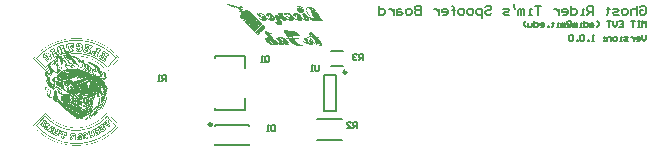
<source format=gbo>
G04*
G04 #@! TF.GenerationSoftware,Altium Limited,Altium Designer,23.8.1 (32)*
G04*
G04 Layer_Color=32896*
%FSLAX44Y44*%
%MOMM*%
G71*
G04*
G04 #@! TF.SameCoordinates,518562CC-B56E-4454-A7A6-5D8183682021*
G04*
G04*
G04 #@! TF.FilePolarity,Positive*
G04*
G01*
G75*
%ADD10C,0.2500*%
%ADD12C,0.2000*%
%ADD13C,0.1270*%
%ADD49C,0.1778*%
G36*
X429643Y1290466D02*
X430028D01*
Y1290351D01*
X430509D01*
Y1290235D01*
X430644D01*
Y1290119D01*
X430606D01*
Y1290158D01*
X430240D01*
Y1290216D01*
X430144D01*
Y1290235D01*
X429797D01*
Y1290274D01*
X429604D01*
Y1290235D01*
X428159D01*
Y1290119D01*
X428082D01*
Y1290100D01*
X428024D01*
Y1289985D01*
X428159D01*
Y1289888D01*
X428024D01*
Y1289850D01*
X427986D01*
Y1289792D01*
X428082D01*
Y1289734D01*
X428159D01*
Y1289677D01*
X428352D01*
Y1289734D01*
X428525D01*
Y1289407D01*
X428622D01*
Y1289465D01*
X429026D01*
Y1289349D01*
X429142D01*
Y1289233D01*
X429527D01*
Y1289118D01*
X429893D01*
Y1288983D01*
X430259D01*
Y1288732D01*
X429777D01*
Y1288867D01*
X429392D01*
Y1288983D01*
X429026D01*
Y1289118D01*
X428776D01*
Y1289233D01*
X428622D01*
Y1289310D01*
X428525D01*
Y1289349D01*
X428275D01*
Y1289484D01*
X428159D01*
Y1289599D01*
X427909D01*
Y1289734D01*
X427793D01*
Y1289850D01*
X427543D01*
Y1289985D01*
X427292D01*
Y1290100D01*
X427158D01*
Y1290235D01*
X426907D01*
Y1290351D01*
X426791D01*
Y1290466D01*
X427543D01*
Y1290601D01*
X429643D01*
Y1290466D01*
D02*
G37*
G36*
X439583Y1289465D02*
X439544D01*
Y1289484D01*
X439583D01*
Y1289465D01*
D02*
G37*
G36*
X429797Y1289946D02*
X429970D01*
Y1289888D01*
X430259D01*
Y1289850D01*
X430509D01*
Y1289484D01*
X430394D01*
Y1289118D01*
X429893D01*
Y1289233D01*
X429643D01*
Y1289349D01*
X429392D01*
Y1289484D01*
X429277D01*
Y1289522D01*
X429334D01*
Y1289580D01*
X429277D01*
Y1289599D01*
X429161D01*
Y1289638D01*
X429142D01*
Y1289677D01*
X429026D01*
Y1289734D01*
X428911D01*
Y1289850D01*
X428776D01*
Y1289985D01*
X429797D01*
Y1289946D01*
D02*
G37*
G36*
X440565Y1288444D02*
X440546D01*
Y1288482D01*
X440565D01*
Y1288444D01*
D02*
G37*
G36*
X440700Y1288328D02*
X440643D01*
Y1288367D01*
X440700D01*
Y1288328D01*
D02*
G37*
G36*
X440565D02*
X440546D01*
Y1288347D01*
Y1288367D01*
X440565D01*
Y1288328D01*
D02*
G37*
G36*
X488861Y1289118D02*
X489477D01*
Y1288983D01*
X489863D01*
Y1288867D01*
X490113D01*
Y1288732D01*
X490344D01*
Y1288617D01*
X490595D01*
Y1288482D01*
X490729D01*
Y1288367D01*
X490845D01*
Y1288232D01*
X491095D01*
Y1288116D01*
X491230D01*
Y1288000D01*
X491346D01*
Y1287866D01*
X491461D01*
Y1287750D01*
X491596D01*
Y1287615D01*
X491712D01*
Y1287577D01*
X491693D01*
Y1287538D01*
X491519D01*
Y1287480D01*
X491346D01*
Y1287307D01*
X491519D01*
Y1287211D01*
X491346D01*
Y1287153D01*
X491250D01*
Y1287095D01*
X491153D01*
Y1287037D01*
X491076D01*
Y1286941D01*
X491250D01*
Y1286883D01*
X491616D01*
Y1286825D01*
X491885D01*
Y1286999D01*
X491962D01*
Y1286941D01*
X491982D01*
Y1287134D01*
X492097D01*
Y1286883D01*
X492213D01*
Y1286633D01*
X492328D01*
Y1286382D01*
X492463D01*
Y1286016D01*
X492579D01*
Y1284514D01*
X492463D01*
Y1284263D01*
X492328D01*
Y1284013D01*
X492213D01*
Y1283897D01*
X492097D01*
Y1283782D01*
X491962D01*
Y1283647D01*
X491712D01*
Y1283531D01*
X491596D01*
Y1283396D01*
X491230D01*
Y1283281D01*
X489612D01*
Y1283396D01*
X489227D01*
Y1283531D01*
X488996D01*
Y1283647D01*
X488745D01*
Y1283782D01*
X488495D01*
Y1283897D01*
X488244D01*
Y1284013D01*
X488110D01*
Y1284148D01*
X487878D01*
Y1284263D01*
X487743D01*
Y1284398D01*
X487628D01*
Y1284514D01*
X487493D01*
Y1284610D01*
Y1284629D01*
Y1284648D01*
X487377D01*
Y1284764D01*
X487243D01*
Y1284899D01*
X487127D01*
Y1285014D01*
X486992D01*
Y1285265D01*
X486877D01*
Y1285381D01*
X486761D01*
Y1285631D01*
X486626D01*
Y1285881D01*
X486511D01*
Y1286247D01*
X486376D01*
Y1286633D01*
X486260D01*
Y1287615D01*
X486376D01*
Y1287904D01*
X486453D01*
Y1287866D01*
X486511D01*
Y1287904D01*
X486549D01*
Y1287846D01*
X487011D01*
Y1287904D01*
X487089D01*
Y1287962D01*
X487185D01*
Y1288020D01*
X487281D01*
Y1288058D01*
X487089D01*
Y1288116D01*
X486915D01*
Y1288058D01*
X486511D01*
Y1288367D01*
X486626D01*
Y1288482D01*
X486761D01*
Y1288617D01*
X486877D01*
Y1288732D01*
X486992D01*
Y1288867D01*
X487243D01*
Y1288983D01*
X487493D01*
Y1289118D01*
X487878D01*
Y1289233D01*
X488861D01*
Y1289118D01*
D02*
G37*
G36*
X498050Y1288232D02*
X498666D01*
Y1288116D01*
X499167D01*
Y1288000D01*
X499533D01*
Y1287866D01*
X499784D01*
Y1287808D01*
X499745D01*
Y1287846D01*
X499668D01*
Y1287750D01*
X499745D01*
Y1287634D01*
X499841D01*
Y1287538D01*
X499918D01*
Y1287480D01*
X500015D01*
Y1287423D01*
X500111D01*
Y1287365D01*
X500188D01*
Y1287307D01*
X500477D01*
Y1287268D01*
X500554D01*
Y1287365D01*
X500650D01*
Y1287249D01*
X500901D01*
Y1287134D01*
X501036D01*
Y1286999D01*
X501267D01*
Y1286883D01*
X501402D01*
Y1286748D01*
X501517D01*
Y1286633D01*
X501652D01*
Y1286498D01*
X501768D01*
Y1286382D01*
X501903D01*
Y1286247D01*
X502018D01*
Y1286132D01*
X502153D01*
Y1286016D01*
X502269D01*
Y1285881D01*
X502384D01*
Y1285766D01*
X502519D01*
Y1285708D01*
X502461D01*
Y1285747D01*
X502384D01*
Y1285708D01*
X502365D01*
Y1285747D01*
X502269D01*
Y1285708D01*
X502192D01*
Y1285592D01*
X502095D01*
Y1285438D01*
X502461D01*
Y1285381D01*
X502770D01*
Y1285265D01*
X502885D01*
Y1285014D01*
X503020D01*
Y1284899D01*
X503136D01*
Y1284764D01*
X503270D01*
Y1284572D01*
X502731D01*
Y1284629D01*
X502538D01*
Y1284668D01*
X502461D01*
Y1284726D01*
X502269D01*
Y1284783D01*
X502192D01*
Y1284841D01*
X502095D01*
Y1284899D01*
X501999D01*
Y1284937D01*
X501922D01*
Y1284995D01*
X501826D01*
Y1285053D01*
X501729D01*
Y1285111D01*
X501652D01*
Y1285169D01*
X501556D01*
Y1285265D01*
X501460D01*
Y1285323D01*
X501363D01*
Y1285381D01*
X501286D01*
Y1285438D01*
X501190D01*
Y1285477D01*
X501094D01*
Y1285535D01*
X501017D01*
Y1285592D01*
X500920D01*
Y1285650D01*
X500824D01*
Y1285708D01*
X500747D01*
Y1285747D01*
X500650D01*
Y1285804D01*
X500554D01*
Y1285862D01*
X500477D01*
Y1285920D01*
X500381D01*
Y1285978D01*
X500285D01*
Y1286016D01*
X500188D01*
Y1286190D01*
X500381D01*
Y1286247D01*
X500554D01*
Y1286286D01*
X500650D01*
Y1286459D01*
X500477D01*
Y1286498D01*
X499745D01*
Y1286556D01*
X499649D01*
Y1286613D01*
X499572D01*
Y1286671D01*
X499475D01*
Y1286729D01*
X499302D01*
Y1286768D01*
X499109D01*
Y1286825D01*
X498666D01*
Y1286941D01*
X498570D01*
Y1286999D01*
X498474D01*
Y1287095D01*
X498397D01*
Y1287153D01*
X498300D01*
Y1287307D01*
X498397D01*
Y1287326D01*
Y1287345D01*
Y1287423D01*
X498474D01*
Y1287480D01*
X498397D01*
Y1287538D01*
X497934D01*
Y1287577D01*
X497664D01*
Y1287634D01*
X497568D01*
Y1287692D01*
X497491D01*
Y1287750D01*
X497395D01*
Y1287808D01*
X497299D01*
Y1287846D01*
X497221D01*
Y1287904D01*
X497125D01*
Y1288020D01*
X497029D01*
Y1288058D01*
X496952D01*
Y1288174D01*
X496855D01*
Y1288232D01*
X496759D01*
Y1288328D01*
X496682D01*
Y1288367D01*
X498050D01*
Y1288232D01*
D02*
G37*
G36*
X500034Y1287692D02*
X499918D01*
Y1287750D01*
X500034D01*
Y1287692D01*
D02*
G37*
G36*
X439333Y1289522D02*
X439101D01*
Y1289484D01*
X439448D01*
Y1289465D01*
X439101D01*
Y1289368D01*
X439198D01*
Y1289310D01*
X439275D01*
Y1289195D01*
X439371D01*
Y1289137D01*
X439544D01*
Y1289195D01*
X439641D01*
Y1289233D01*
X439698D01*
Y1289195D01*
X439737D01*
Y1289118D01*
X439814D01*
Y1289195D01*
X439737D01*
Y1289233D01*
X439833D01*
Y1289118D01*
X439949D01*
Y1288925D01*
X439910D01*
Y1288713D01*
X440007D01*
Y1288444D01*
X440103D01*
Y1288328D01*
X440276D01*
Y1288289D01*
X440565D01*
Y1288232D01*
X440719D01*
Y1288174D01*
X440816D01*
Y1288000D01*
X440951D01*
Y1287615D01*
X440816D01*
Y1287500D01*
X440700D01*
Y1287365D01*
X440565D01*
Y1287249D01*
X440084D01*
Y1287365D01*
X439949D01*
Y1287500D01*
X439833D01*
Y1287615D01*
X439698D01*
Y1287750D01*
X439583D01*
Y1287866D01*
X439448D01*
Y1288000D01*
X439333D01*
Y1288116D01*
X439198D01*
Y1288232D01*
X439082D01*
Y1288367D01*
X438966D01*
Y1288482D01*
X438832D01*
Y1288617D01*
X438716D01*
Y1288732D01*
X438581D01*
Y1288848D01*
Y1288867D01*
Y1289118D01*
X438716D01*
Y1289233D01*
X438832D01*
Y1289349D01*
X438966D01*
Y1289484D01*
X439082D01*
Y1289599D01*
X439333D01*
Y1289522D01*
D02*
G37*
G36*
X439082Y1287866D02*
X439198D01*
Y1287750D01*
X439333D01*
Y1287615D01*
X439448D01*
Y1287365D01*
X439333D01*
Y1287249D01*
X439198D01*
Y1287134D01*
X439082D01*
Y1286999D01*
X438966D01*
Y1287134D01*
X438832D01*
Y1287249D01*
X438716D01*
Y1287365D01*
X438581D01*
Y1287500D01*
X438466D01*
Y1287750D01*
X438581D01*
Y1287866D01*
X438716D01*
Y1288000D01*
X439082D01*
Y1287866D01*
D02*
G37*
G36*
X494775Y1284995D02*
X494813D01*
Y1284937D01*
X494775D01*
Y1284899D01*
Y1284880D01*
Y1284783D01*
X494602D01*
Y1284937D01*
X494679D01*
Y1285053D01*
X494775D01*
Y1284995D01*
D02*
G37*
G36*
X478554Y1283396D02*
X479171D01*
Y1283281D01*
X479556D01*
Y1283146D01*
X479922D01*
Y1283030D01*
X480173D01*
Y1282896D01*
X480423D01*
Y1282780D01*
X480673D01*
Y1282664D01*
X480924D01*
Y1282529D01*
X481040D01*
Y1282414D01*
X481290D01*
Y1282279D01*
X481405D01*
Y1282164D01*
X481540D01*
Y1282029D01*
X481791D01*
Y1281913D01*
X481906D01*
Y1281778D01*
X482041D01*
Y1281663D01*
X482157D01*
Y1281547D01*
X482292D01*
Y1281412D01*
X482407D01*
Y1281297D01*
X482523D01*
Y1281162D01*
X482658D01*
Y1281046D01*
X482773D01*
Y1280911D01*
X482908D01*
Y1280796D01*
X483024D01*
Y1280545D01*
X483159D01*
Y1280430D01*
X483274D01*
Y1280179D01*
X483409D01*
Y1280044D01*
X483525D01*
Y1279794D01*
X483640D01*
Y1279678D01*
X483775D01*
Y1279544D01*
X483891D01*
Y1279428D01*
X484025D01*
Y1279312D01*
X484141D01*
Y1279177D01*
X484392D01*
Y1279062D01*
X484526D01*
Y1278927D01*
X484757D01*
Y1278811D01*
X484892D01*
Y1278677D01*
X485258D01*
Y1278561D01*
X486260D01*
Y1278677D01*
X486511D01*
Y1278811D01*
X486626D01*
Y1278927D01*
X486761D01*
Y1279062D01*
X486877D01*
Y1279428D01*
X486992D01*
Y1280044D01*
X487127D01*
Y1280295D01*
X486992D01*
Y1281046D01*
X486877D01*
Y1281412D01*
X486761D01*
Y1281547D01*
X486626D01*
Y1281663D01*
X486511D01*
Y1281778D01*
X486260D01*
Y1281547D01*
X486125D01*
Y1281046D01*
X486010D01*
Y1280661D01*
X485875D01*
Y1280545D01*
X485759D01*
Y1280430D01*
X485644D01*
Y1280295D01*
X485393D01*
Y1280179D01*
X484892D01*
Y1280295D01*
X484526D01*
Y1280430D01*
X484276D01*
Y1280545D01*
X484025D01*
Y1280661D01*
X483775D01*
Y1280796D01*
X483640D01*
Y1280911D01*
X483409D01*
Y1281046D01*
X483274D01*
Y1281162D01*
X483159D01*
Y1281297D01*
X482908D01*
Y1281412D01*
X482773D01*
Y1281547D01*
X482658D01*
Y1281663D01*
X482773D01*
Y1281778D01*
X482908D01*
Y1281913D01*
X483274D01*
Y1282164D01*
X483409D01*
Y1282279D01*
X483525D01*
Y1282529D01*
X483640D01*
Y1282780D01*
X483775D01*
Y1283030D01*
X483891D01*
Y1283146D01*
X484025D01*
Y1283281D01*
X484276D01*
Y1283396D01*
X485393D01*
Y1283281D01*
X485759D01*
Y1283146D01*
X486511D01*
Y1283030D01*
X486992D01*
Y1282896D01*
X487377D01*
Y1282780D01*
X487628D01*
Y1282664D01*
X487878D01*
Y1282529D01*
X488110D01*
Y1282414D01*
X488244D01*
Y1282279D01*
X488495D01*
Y1282164D01*
X488610D01*
Y1282029D01*
X488861D01*
Y1281913D01*
X488996D01*
Y1281778D01*
X489111D01*
Y1281663D01*
X489227D01*
Y1281547D01*
X489362D01*
Y1281412D01*
X489477D01*
Y1281297D01*
X489612D01*
Y1281162D01*
X489728D01*
Y1281046D01*
X489863D01*
Y1280911D01*
X489978D01*
Y1280796D01*
X490113D01*
Y1280545D01*
X490229D01*
Y1280430D01*
X490344D01*
Y1280295D01*
X490479D01*
Y1280044D01*
X490595D01*
Y1279794D01*
X490729D01*
Y1279678D01*
X490845D01*
Y1279428D01*
X490980D01*
Y1279177D01*
X491095D01*
Y1279062D01*
X491346D01*
Y1278927D01*
X491461D01*
Y1278811D01*
X491712D01*
Y1278677D01*
X491962D01*
Y1278561D01*
X492579D01*
Y1278677D01*
X492714D01*
Y1278811D01*
X492829D01*
Y1279312D01*
X492714D01*
Y1279544D01*
X492579D01*
Y1279794D01*
X492463D01*
Y1279929D01*
X492328D01*
Y1280179D01*
X492213D01*
Y1280295D01*
X492097D01*
Y1280545D01*
X491962D01*
Y1280661D01*
X491847D01*
Y1280796D01*
X491712D01*
Y1281046D01*
X491596D01*
Y1281162D01*
X491461D01*
Y1281297D01*
X491346D01*
Y1281412D01*
X491230D01*
Y1281547D01*
X491095D01*
Y1281778D01*
X490980D01*
Y1281913D01*
X490845D01*
Y1282029D01*
X490729D01*
Y1282164D01*
X490595D01*
Y1282529D01*
X490729D01*
Y1282664D01*
X490980D01*
Y1282780D01*
X491346D01*
Y1282896D01*
X492097D01*
Y1283030D01*
X493446D01*
Y1282896D01*
X493696D01*
Y1282780D01*
X493831D01*
Y1282664D01*
X493946D01*
Y1282529D01*
X494081D01*
Y1282414D01*
X494197D01*
Y1282279D01*
X494235D01*
Y1282048D01*
X494197D01*
Y1282029D01*
X494235D01*
Y1281990D01*
X494139D01*
Y1281720D01*
X494235D01*
Y1281663D01*
X494332D01*
Y1281605D01*
X494409D01*
Y1281547D01*
X494505D01*
Y1281605D01*
X494602D01*
Y1281720D01*
X494679D01*
Y1281778D01*
X494698D01*
Y1281663D01*
X494813D01*
Y1281547D01*
X494948D01*
Y1281412D01*
X495064D01*
Y1281297D01*
X495199D01*
Y1281162D01*
X495314D01*
Y1281046D01*
X495449D01*
Y1280796D01*
X495565D01*
Y1280661D01*
X495680D01*
Y1280545D01*
X495815D01*
Y1280295D01*
X495931D01*
Y1280179D01*
X496066D01*
Y1280044D01*
X496181D01*
Y1279794D01*
X496316D01*
Y1279678D01*
X496432D01*
Y1279428D01*
X496567D01*
Y1279177D01*
X496682D01*
Y1279062D01*
X496798D01*
Y1278811D01*
X496932D01*
Y1278561D01*
X497048D01*
Y1278195D01*
X497183D01*
Y1277945D01*
X497125D01*
Y1277887D01*
X497183D01*
Y1277078D01*
X497048D01*
Y1276827D01*
X496932D01*
Y1276692D01*
X496682D01*
Y1276577D01*
X496432D01*
Y1276442D01*
X494698D01*
Y1276577D01*
X494197D01*
Y1276692D01*
X493831D01*
Y1276827D01*
X493581D01*
Y1276943D01*
X493214D01*
Y1277078D01*
X492964D01*
Y1277193D01*
X492829D01*
Y1277309D01*
X492579D01*
Y1277444D01*
X492328D01*
Y1277559D01*
X492213D01*
Y1277694D01*
X491962D01*
Y1277810D01*
X491847D01*
Y1277945D01*
X491596D01*
Y1278060D01*
X491461D01*
Y1278195D01*
X491230D01*
Y1278060D01*
X491346D01*
Y1277945D01*
X491230D01*
Y1277193D01*
X491095D01*
Y1277078D01*
X490980D01*
Y1276827D01*
X490845D01*
Y1276692D01*
X490595D01*
Y1276577D01*
X490344D01*
Y1276442D01*
X489728D01*
Y1276326D01*
X489362D01*
Y1276442D01*
X488360D01*
Y1276577D01*
X487878D01*
Y1276692D01*
X487493D01*
Y1276827D01*
X487127D01*
Y1276943D01*
X486761D01*
Y1277078D01*
X486511D01*
Y1277193D01*
X486260D01*
Y1277309D01*
X486010D01*
Y1277444D01*
X485759D01*
Y1277559D01*
X485509D01*
Y1277694D01*
X485258D01*
Y1277810D01*
X485008D01*
Y1277945D01*
X484892D01*
Y1278060D01*
X484642D01*
Y1278195D01*
X484526D01*
Y1278311D01*
X484392D01*
Y1278426D01*
X484276D01*
Y1278561D01*
X484025D01*
Y1278677D01*
X483891D01*
Y1277694D01*
X483775D01*
Y1277444D01*
X483640D01*
Y1277193D01*
X483525D01*
Y1277078D01*
X483409D01*
Y1276943D01*
X483274D01*
Y1276827D01*
X483024D01*
Y1276692D01*
X482773D01*
Y1276577D01*
X482484D01*
Y1276712D01*
X482388D01*
Y1276769D01*
X482215D01*
Y1276712D01*
X482311D01*
Y1276654D01*
X482388D01*
Y1276557D01*
X482407D01*
Y1276442D01*
X481483D01*
Y1276577D01*
X481405D01*
Y1276557D01*
X481309D01*
Y1276500D01*
X481405D01*
Y1276442D01*
X480673D01*
Y1276577D01*
X480173D01*
Y1276692D01*
X479807D01*
Y1276827D01*
X479556D01*
Y1276943D01*
X479306D01*
Y1277078D01*
X479055D01*
Y1277193D01*
X478805D01*
Y1277309D01*
X478689D01*
Y1277444D01*
X478439D01*
Y1277559D01*
X478304D01*
Y1277694D01*
X477938D01*
Y1277559D01*
X477822D01*
Y1277444D01*
X477687D01*
Y1277309D01*
X477572D01*
Y1277193D01*
X477322D01*
Y1277078D01*
X477187D01*
Y1276943D01*
X476936D01*
Y1276827D01*
X476570D01*
Y1276692D01*
X476204D01*
Y1276577D01*
X475453D01*
Y1276692D01*
X474952D01*
Y1276827D01*
X474894D01*
Y1276866D01*
X474991D01*
Y1276924D01*
X474702D01*
Y1276943D01*
X474470D01*
Y1277078D01*
X474336D01*
Y1277193D01*
X474220D01*
Y1277309D01*
X474085D01*
Y1277444D01*
X473970D01*
Y1277559D01*
X473719D01*
Y1277694D01*
X473584D01*
Y1277810D01*
X473469D01*
Y1277945D01*
X473353D01*
Y1278060D01*
X473218D01*
Y1278195D01*
X473103D01*
Y1278311D01*
X472852D01*
Y1278426D01*
X472717D01*
Y1278561D01*
X472602D01*
Y1278677D01*
X472351D01*
Y1278811D01*
X471985D01*
Y1278561D01*
X472101D01*
Y1278311D01*
X472236D01*
Y1278195D01*
X472351D01*
Y1277945D01*
X472467D01*
Y1277810D01*
X472602D01*
Y1277694D01*
X472717D01*
Y1277559D01*
X472852D01*
Y1277309D01*
X472968D01*
Y1277193D01*
X473103D01*
Y1277078D01*
X473218D01*
Y1276827D01*
X473180D01*
Y1276769D01*
X472544D01*
Y1276712D01*
X472178D01*
Y1276654D01*
X472351D01*
Y1276596D01*
X473083D01*
Y1276654D01*
X473469D01*
Y1276442D01*
X473584D01*
Y1276191D01*
X473719D01*
Y1276076D01*
X473835D01*
Y1275826D01*
X473970D01*
Y1275460D01*
X474085D01*
Y1275209D01*
X474220D01*
Y1274612D01*
X474085D01*
Y1274670D01*
X473989D01*
Y1274727D01*
X473893D01*
Y1274766D01*
X473719D01*
Y1274824D01*
X473353D01*
Y1274766D01*
X473526D01*
Y1274727D01*
X473623D01*
Y1274670D01*
X473719D01*
Y1274612D01*
X473815D01*
Y1274554D01*
X474220D01*
Y1274458D01*
X474336D01*
Y1274207D01*
X474220D01*
Y1273726D01*
X474085D01*
Y1273475D01*
X473970D01*
Y1273340D01*
X473835D01*
Y1273225D01*
X473584D01*
Y1273090D01*
X473353D01*
Y1272974D01*
X472602D01*
Y1272840D01*
X472101D01*
Y1272974D01*
X471234D01*
Y1273090D01*
X470868D01*
Y1273225D01*
X470483D01*
Y1273340D01*
X470232D01*
Y1273475D01*
X470001D01*
Y1273591D01*
X469751D01*
Y1273726D01*
X469500D01*
Y1273841D01*
X469365D01*
Y1273957D01*
X469115D01*
Y1274092D01*
X468999D01*
Y1274207D01*
X468749D01*
Y1274342D01*
X468633D01*
Y1274458D01*
X468383D01*
Y1274593D01*
X468248D01*
Y1274708D01*
X468133D01*
Y1274843D01*
X467998D01*
Y1274959D01*
X467882D01*
Y1275074D01*
X467766D01*
Y1275209D01*
X467632D01*
Y1275325D01*
X467516D01*
Y1275460D01*
X467381D01*
Y1275710D01*
X467266D01*
Y1275826D01*
X467131D01*
Y1276076D01*
X467015D01*
Y1276191D01*
X467516D01*
Y1276076D01*
X467632D01*
Y1275960D01*
X467766D01*
Y1275826D01*
X467882D01*
Y1275710D01*
X468133D01*
Y1275575D01*
X468383D01*
Y1275460D01*
X468749D01*
Y1275325D01*
X469115D01*
Y1275460D01*
X469365D01*
Y1275575D01*
X469500D01*
Y1275710D01*
X469616D01*
Y1276692D01*
X469500D01*
Y1277078D01*
X469365D01*
Y1277309D01*
X469250D01*
Y1277559D01*
X469115D01*
Y1277810D01*
X468999D01*
Y1278060D01*
X468884D01*
Y1278311D01*
X468749D01*
Y1278426D01*
X468633D01*
Y1278677D01*
X468498D01*
Y1278927D01*
X468383D01*
Y1279177D01*
X468248D01*
Y1279544D01*
X468133D01*
Y1279794D01*
X467998D01*
Y1280179D01*
X467882D01*
Y1280545D01*
X467766D01*
Y1281412D01*
X467882D01*
Y1281663D01*
X467998D01*
Y1281778D01*
X468248D01*
Y1281913D01*
X469500D01*
Y1281778D01*
X469751D01*
Y1281663D01*
X470001D01*
Y1281547D01*
X470232D01*
Y1281412D01*
X470367D01*
Y1281297D01*
X470618D01*
Y1281162D01*
X470733D01*
Y1281046D01*
X470984D01*
Y1281027D01*
X470733D01*
Y1280969D01*
X470290D01*
Y1280911D01*
X469828D01*
Y1280853D01*
X469558D01*
Y1280796D01*
X469462D01*
Y1280699D01*
X469385D01*
Y1280642D01*
X469288D01*
Y1280584D01*
X469192D01*
Y1280526D01*
X469288D01*
Y1280488D01*
X469462D01*
Y1280430D01*
X470290D01*
Y1280488D01*
X470733D01*
Y1280526D01*
X471176D01*
Y1280584D01*
X471812D01*
Y1280642D01*
X472351D01*
Y1280699D01*
X473083D01*
Y1280642D01*
X473353D01*
Y1280584D01*
X473893D01*
Y1280642D01*
X474085D01*
Y1280699D01*
X474162D01*
Y1280757D01*
X474355D01*
Y1280699D01*
X474702D01*
Y1280642D01*
X474991D01*
Y1280584D01*
X475260D01*
Y1280642D01*
X475434D01*
Y1280699D01*
X475453D01*
Y1280661D01*
X475588D01*
Y1280584D01*
X475607D01*
Y1280430D01*
X475954D01*
Y1280295D01*
X476069D01*
Y1280179D01*
X476320D01*
Y1280044D01*
X476455D01*
Y1279929D01*
X476570D01*
Y1279794D01*
X476821D01*
Y1279678D01*
X476936D01*
Y1279544D01*
X477071D01*
Y1279428D01*
X477322D01*
Y1279312D01*
X477437D01*
Y1279177D01*
X477687D01*
Y1279062D01*
X477822D01*
Y1278927D01*
X477938D01*
Y1278811D01*
X478188D01*
Y1278677D01*
X478439D01*
Y1278561D01*
X479672D01*
Y1278677D01*
X479922D01*
Y1278811D01*
X480173D01*
Y1279177D01*
X479807D01*
Y1279312D01*
X479421D01*
Y1279428D01*
X479171D01*
Y1279544D01*
X478940D01*
Y1279678D01*
X478689D01*
Y1279794D01*
X478304D01*
Y1279929D01*
X478188D01*
Y1280044D01*
X477938D01*
Y1280179D01*
X477687D01*
Y1280295D01*
X477572D01*
Y1280430D01*
X477322D01*
Y1280545D01*
X477187D01*
Y1280661D01*
X477071D01*
Y1280796D01*
X477052D01*
Y1280853D01*
X477244D01*
Y1280911D01*
X477514D01*
Y1280969D01*
X477687D01*
Y1280911D01*
X477880D01*
Y1280853D01*
X477957D01*
Y1280796D01*
X478054D01*
Y1280757D01*
X478150D01*
Y1280699D01*
X478227D01*
Y1280642D01*
X478786D01*
Y1280699D01*
X478863D01*
Y1280757D01*
X478959D01*
Y1280796D01*
X479171D01*
Y1280545D01*
X479306D01*
Y1280430D01*
X479421D01*
Y1280295D01*
X479556D01*
Y1280179D01*
X479672D01*
Y1280044D01*
X479807D01*
Y1279929D01*
X480057D01*
Y1279794D01*
X480173D01*
Y1279678D01*
X480288D01*
Y1279544D01*
X480423D01*
Y1280044D01*
X480288D01*
Y1280545D01*
X480173D01*
Y1280796D01*
X480057D01*
Y1280969D01*
X480230D01*
Y1281027D01*
X480308D01*
Y1281065D01*
X480404D01*
Y1281123D01*
X480500D01*
Y1281181D01*
X480673D01*
Y1281239D01*
X480847D01*
Y1281277D01*
X481040D01*
Y1281335D01*
X481136D01*
Y1281451D01*
X481213D01*
Y1281547D01*
X480943D01*
Y1281605D01*
X479672D01*
Y1281663D01*
X479556D01*
Y1281778D01*
X479421D01*
Y1282029D01*
X479306D01*
Y1282164D01*
X479171D01*
Y1282279D01*
X479055D01*
Y1282414D01*
X478940D01*
Y1282529D01*
X478805D01*
Y1282664D01*
X478439D01*
Y1282529D01*
X478304D01*
Y1282164D01*
X478439D01*
Y1282106D01*
Y1282086D01*
Y1281778D01*
X478554D01*
Y1281547D01*
X478689D01*
Y1281508D01*
X478497D01*
Y1281451D01*
X477611D01*
Y1281393D01*
X476878D01*
Y1281335D01*
X476455D01*
Y1281412D01*
X476320D01*
Y1281547D01*
X476204D01*
Y1281663D01*
X476069D01*
Y1281913D01*
X475954D01*
Y1282279D01*
X475819D01*
Y1282414D01*
X475703D01*
Y1282279D01*
X474586D01*
Y1282164D01*
X474470D01*
Y1282029D01*
X474586D01*
Y1281663D01*
X474702D01*
Y1281547D01*
X474836D01*
Y1281412D01*
X474952D01*
Y1281181D01*
X474528D01*
Y1281123D01*
X473623D01*
Y1281065D01*
X471812D01*
Y1281027D01*
X471350D01*
Y1281046D01*
X471234D01*
Y1281297D01*
X471119D01*
Y1281547D01*
X470984D01*
Y1281913D01*
X470868D01*
Y1282529D01*
X470733D01*
Y1282780D01*
X470868D01*
Y1283146D01*
X470984D01*
Y1283281D01*
X471119D01*
Y1283396D01*
X471350D01*
Y1283531D01*
X472717D01*
Y1283396D01*
X473218D01*
Y1283281D01*
X473719D01*
Y1283146D01*
X474085D01*
Y1283030D01*
X474586D01*
Y1282896D01*
X475087D01*
Y1282780D01*
X475819D01*
Y1283030D01*
X475954D01*
Y1283146D01*
X476069D01*
Y1283281D01*
X476204D01*
Y1283396D01*
X476455D01*
Y1283531D01*
X478554D01*
Y1283396D01*
D02*
G37*
G36*
X454359Y1283531D02*
X455592D01*
Y1283396D01*
X456092D01*
Y1283281D01*
X456535D01*
Y1283223D01*
X456593D01*
Y1283184D01*
Y1283165D01*
X456535D01*
Y1283223D01*
X456458D01*
Y1283165D01*
X456266D01*
Y1283223D01*
X455996D01*
Y1283165D01*
X455919D01*
Y1283011D01*
X455996D01*
Y1282953D01*
X456092D01*
Y1282896D01*
X456458D01*
Y1283011D01*
X456535D01*
Y1283146D01*
X456805D01*
Y1283030D01*
X456902D01*
Y1282857D01*
X457325D01*
Y1282780D01*
X457576D01*
Y1282664D01*
X457826D01*
Y1282529D01*
X458077D01*
Y1282414D01*
X458327D01*
Y1282279D01*
X458443D01*
Y1282164D01*
X458577D01*
Y1282029D01*
X458712D01*
Y1281990D01*
X458809D01*
Y1282029D01*
X458828D01*
Y1281913D01*
X458886D01*
Y1281875D01*
X458943D01*
Y1281778D01*
X459059D01*
Y1281663D01*
X459194D01*
Y1281547D01*
X459310D01*
Y1281412D01*
X459444D01*
Y1281297D01*
X459560D01*
Y1281162D01*
X459695D01*
Y1281046D01*
X459810D01*
Y1280911D01*
X459945D01*
Y1280661D01*
X460061D01*
Y1280545D01*
X460176D01*
Y1280295D01*
X460311D01*
Y1280179D01*
X460427D01*
Y1279987D01*
X460331D01*
Y1279948D01*
X460311D01*
Y1279929D01*
X460331D01*
Y1279833D01*
X460523D01*
Y1279890D01*
X460562D01*
Y1279794D01*
X460677D01*
Y1279678D01*
X460793D01*
Y1279409D01*
X460889D01*
Y1279428D01*
X460928D01*
Y1279409D01*
X460966D01*
Y1279428D01*
X461063D01*
Y1279312D01*
X461178D01*
Y1279177D01*
X461294D01*
Y1279062D01*
X461429D01*
Y1278927D01*
X461679D01*
Y1278811D01*
X461929D01*
Y1278677D01*
X462295D01*
Y1278561D01*
X463297D01*
Y1278677D01*
X463413D01*
Y1278811D01*
X463663D01*
Y1278927D01*
X463952D01*
Y1278869D01*
X464145D01*
Y1278811D01*
X464318D01*
Y1278754D01*
X464414D01*
Y1278696D01*
X464492D01*
Y1278811D01*
X464588D01*
Y1278927D01*
X464492D01*
Y1278966D01*
X464414D01*
Y1279235D01*
X464492D01*
Y1279351D01*
X464145D01*
Y1279409D01*
X463914D01*
Y1279544D01*
X464029D01*
Y1280911D01*
X463914D01*
Y1281297D01*
X463779D01*
Y1281547D01*
X463663D01*
Y1281663D01*
X463528D01*
Y1281778D01*
X463297D01*
Y1281663D01*
X463162D01*
Y1281162D01*
X463047D01*
Y1280796D01*
X462912D01*
Y1280545D01*
X462796D01*
Y1280430D01*
X462662D01*
Y1280295D01*
X462411D01*
Y1280179D01*
X461968D01*
Y1280256D01*
X461872D01*
Y1280295D01*
X461795D01*
Y1280372D01*
X461698D01*
Y1280430D01*
X461506D01*
Y1280488D01*
X461332D01*
Y1280526D01*
X461178D01*
Y1280545D01*
X461063D01*
Y1280661D01*
X460812D01*
Y1280796D01*
X460562D01*
Y1280911D01*
X460427D01*
Y1281046D01*
X460311D01*
Y1281162D01*
X460061D01*
Y1281297D01*
X459945D01*
Y1281412D01*
X459810D01*
Y1281547D01*
X459695D01*
Y1281778D01*
X459810D01*
Y1281913D01*
X460176D01*
Y1282029D01*
X460311D01*
Y1282164D01*
X460427D01*
Y1282414D01*
X460562D01*
Y1282664D01*
X460677D01*
Y1282780D01*
X460812D01*
Y1283030D01*
X460928D01*
Y1283146D01*
X461063D01*
Y1283281D01*
X461178D01*
Y1283396D01*
X462411D01*
Y1283281D01*
X462662D01*
Y1283146D01*
X463528D01*
Y1283030D01*
X464029D01*
Y1282896D01*
X464280D01*
Y1282780D01*
X464646D01*
Y1282664D01*
X464896D01*
Y1282529D01*
X465031D01*
Y1282414D01*
X465281D01*
Y1282279D01*
X465397D01*
Y1282164D01*
X465647D01*
Y1282029D01*
X465763D01*
Y1281913D01*
X465898D01*
Y1281778D01*
X466013D01*
Y1281663D01*
X466264D01*
Y1281547D01*
X466399D01*
Y1281412D01*
X466514D01*
Y1281297D01*
X466649D01*
Y1281162D01*
X466765D01*
Y1280911D01*
X466880D01*
Y1280796D01*
X467015D01*
Y1280661D01*
X467131D01*
Y1280545D01*
X467266D01*
Y1280430D01*
X467381D01*
Y1280179D01*
X467516D01*
Y1279929D01*
X467632D01*
Y1279794D01*
X467766D01*
Y1279544D01*
X467882D01*
Y1279312D01*
X467998D01*
Y1278927D01*
X468133D01*
Y1278561D01*
X468248D01*
Y1277945D01*
X468210D01*
Y1278002D01*
X467940D01*
Y1278060D01*
X467844D01*
Y1278118D01*
X467651D01*
Y1278157D01*
X467477D01*
Y1278214D01*
X467304D01*
Y1278272D01*
X467208D01*
Y1278330D01*
X467034D01*
Y1278388D01*
X466842D01*
Y1278426D01*
X466765D01*
Y1278484D01*
X466668D01*
Y1278542D01*
X466476D01*
Y1279139D01*
X466399D01*
Y1279235D01*
X466302D01*
Y1279293D01*
X466206D01*
Y1279351D01*
X466129D01*
Y1279409D01*
X466033D01*
Y1279447D01*
X465936D01*
Y1279505D01*
X465667D01*
Y1279447D01*
X465397D01*
Y1279409D01*
X465031D01*
Y1279351D01*
X464954D01*
Y1279235D01*
X465031D01*
Y1279197D01*
X465224D01*
Y1279139D01*
X465397D01*
Y1279081D01*
X465590D01*
Y1279023D01*
X465667D01*
Y1278966D01*
X465763D01*
Y1278927D01*
X465859D01*
Y1278754D01*
X465936D01*
Y1278600D01*
X466033D01*
Y1278484D01*
X466129D01*
Y1278426D01*
X466206D01*
Y1278388D01*
X466399D01*
Y1278330D01*
X466572D01*
Y1278272D01*
X466765D01*
Y1278214D01*
X466938D01*
Y1278157D01*
X467034D01*
Y1278060D01*
X467112D01*
Y1278002D01*
X467208D01*
Y1277887D01*
X467381D01*
Y1277848D01*
X467477D01*
Y1277791D01*
X468248D01*
Y1277444D01*
X468133D01*
Y1277078D01*
X467998D01*
Y1276943D01*
X467882D01*
Y1276827D01*
X467766D01*
Y1276692D01*
X467632D01*
Y1276577D01*
X467381D01*
Y1276442D01*
X466649D01*
Y1276326D01*
X466264D01*
Y1276442D01*
X465397D01*
Y1276577D01*
X464896D01*
Y1276692D01*
X464414D01*
Y1276827D01*
X464164D01*
Y1276943D01*
X463779D01*
Y1277078D01*
X463528D01*
Y1277193D01*
X463162D01*
Y1277309D01*
X462912D01*
Y1277444D01*
X462662D01*
Y1277559D01*
X462411D01*
Y1277694D01*
X462295D01*
Y1277810D01*
X462045D01*
Y1277945D01*
X461795D01*
Y1278060D01*
X461679D01*
Y1278195D01*
X461544D01*
Y1278311D01*
X461429D01*
Y1278426D01*
X461178D01*
Y1278561D01*
X461063D01*
Y1278677D01*
X460928D01*
Y1277887D01*
X460889D01*
Y1277945D01*
X460812D01*
Y1277887D01*
X460889D01*
Y1277848D01*
X460928D01*
Y1277810D01*
X460812D01*
Y1277559D01*
X460677D01*
Y1277309D01*
X460562D01*
Y1277078D01*
X460427D01*
Y1276943D01*
X460311D01*
Y1276827D01*
X460061D01*
Y1276692D01*
X459810D01*
Y1276577D01*
X459444D01*
Y1276442D01*
X457576D01*
Y1276577D01*
X457210D01*
Y1276692D01*
X456824D01*
Y1276827D01*
X456593D01*
Y1276943D01*
X456343D01*
Y1277078D01*
X456092D01*
Y1277193D01*
X455842D01*
Y1277309D01*
X455592D01*
Y1277444D01*
X455476D01*
Y1277559D01*
X455225D01*
Y1277694D01*
X455091D01*
Y1277810D01*
X454975D01*
Y1277945D01*
X454725D01*
Y1278060D01*
X454590D01*
Y1278195D01*
X454474D01*
Y1278311D01*
X454359D01*
Y1278426D01*
X454224D01*
Y1278561D01*
X454108D01*
Y1278677D01*
X453973D01*
Y1278811D01*
X453858D01*
Y1278927D01*
X453723D01*
Y1279062D01*
X453607D01*
Y1279177D01*
X453472D01*
Y1279312D01*
X453357D01*
Y1279428D01*
X453241D01*
Y1279794D01*
X453357D01*
Y1279929D01*
X453472D01*
Y1279794D01*
X453723D01*
Y1279678D01*
X453858D01*
Y1279544D01*
X453973D01*
Y1279428D01*
X454108D01*
Y1279312D01*
X454185D01*
Y1279293D01*
X454224D01*
Y1279177D01*
X454474D01*
Y1279062D01*
X454590D01*
Y1278927D01*
X454840D01*
Y1278811D01*
X455091D01*
Y1278754D01*
X455014D01*
Y1278542D01*
X455091D01*
Y1278484D01*
X455457D01*
Y1278426D01*
X455553D01*
Y1278484D01*
X455630D01*
Y1278561D01*
X456709D01*
Y1278677D01*
X456959D01*
Y1278811D01*
X457075D01*
Y1278927D01*
X457210D01*
Y1279177D01*
X456824D01*
Y1279312D01*
X456458D01*
Y1279428D01*
X456092D01*
Y1279544D01*
X455842D01*
Y1279678D01*
X455592D01*
Y1279794D01*
X455341D01*
Y1279929D01*
X455091D01*
Y1280044D01*
X454975D01*
Y1280179D01*
X454725D01*
Y1280295D01*
X454590D01*
Y1280430D01*
X454359D01*
Y1280545D01*
X454224D01*
Y1280661D01*
X454108D01*
Y1280796D01*
X453858D01*
Y1280911D01*
X453723D01*
Y1281046D01*
X453607D01*
Y1281162D01*
X453472D01*
Y1281297D01*
X453357D01*
Y1281547D01*
X453241D01*
Y1281663D01*
X453106D01*
Y1281913D01*
X452991D01*
Y1282164D01*
X452856D01*
Y1283030D01*
X452933D01*
Y1283011D01*
X452991D01*
Y1283069D01*
X453010D01*
Y1283011D01*
X453203D01*
Y1282953D01*
X453280D01*
Y1282896D01*
X453472D01*
Y1282857D01*
X453646D01*
Y1282799D01*
X453742D01*
Y1282741D01*
X453915D01*
Y1282684D01*
X454012D01*
Y1282626D01*
X454185D01*
Y1282587D01*
X454378D01*
Y1282529D01*
X454455D01*
Y1282472D01*
X454648D01*
Y1282414D01*
X455091D01*
Y1282529D01*
X455014D01*
Y1282587D01*
X454917D01*
Y1282626D01*
X454821D01*
Y1282684D01*
X454744D01*
Y1282741D01*
X454648D01*
Y1282799D01*
X454551D01*
Y1282857D01*
X454378D01*
Y1282896D01*
X454282D01*
Y1282953D01*
X454185D01*
Y1283011D01*
X454108D01*
Y1283069D01*
X454012D01*
Y1283107D01*
X453839D01*
Y1283165D01*
X453742D01*
Y1283223D01*
X453569D01*
Y1283281D01*
X453376D01*
Y1283339D01*
X453241D01*
Y1283396D01*
X453472D01*
Y1283531D01*
X454224D01*
Y1283647D01*
X454359D01*
Y1283531D01*
D02*
G37*
G36*
X479961Y1281046D02*
X479922D01*
Y1281065D01*
X479961D01*
Y1281046D01*
D02*
G37*
G36*
X494775Y1284514D02*
X494871D01*
Y1284456D01*
X495064D01*
Y1284417D01*
X495199D01*
Y1284263D01*
X495314D01*
Y1284013D01*
X495449D01*
Y1283897D01*
X495565D01*
Y1283647D01*
X495680D01*
Y1283396D01*
X495815D01*
Y1283281D01*
X495931D01*
Y1283030D01*
X496066D01*
Y1282896D01*
X496181D01*
Y1282780D01*
X496316D01*
Y1282664D01*
X496432D01*
Y1282529D01*
X496567D01*
Y1282279D01*
X496682D01*
Y1282164D01*
X496798D01*
Y1282029D01*
X497048D01*
Y1281913D01*
X497183D01*
Y1281778D01*
X497299D01*
Y1281663D01*
X497433D01*
Y1281547D01*
X497684D01*
Y1281412D01*
X497799D01*
Y1281297D01*
X498050D01*
Y1281162D01*
X498300D01*
Y1281046D01*
X498416D01*
Y1280661D01*
X498300D01*
Y1280545D01*
X498050D01*
Y1280661D01*
X497799D01*
Y1280796D01*
X497549D01*
Y1280911D01*
X497299D01*
Y1281046D01*
X497183D01*
Y1281162D01*
X496932D01*
Y1281297D01*
X496798D01*
Y1281412D01*
X496682D01*
Y1281547D01*
X496432D01*
Y1281663D01*
X496316D01*
Y1281778D01*
X496181D01*
Y1281913D01*
X496066D01*
Y1282029D01*
X495931D01*
Y1282164D01*
X495815D01*
Y1282279D01*
X495680D01*
Y1282529D01*
X495565D01*
Y1282664D01*
X495449D01*
Y1282780D01*
X495314D01*
Y1282896D01*
X495199D01*
Y1283146D01*
X495064D01*
Y1283281D01*
X494948D01*
Y1283531D01*
X494813D01*
Y1283647D01*
X494698D01*
Y1283685D01*
Y1283705D01*
Y1283897D01*
X494563D01*
Y1284148D01*
X494447D01*
Y1284398D01*
X494332D01*
Y1284572D01*
X494775D01*
Y1284514D01*
D02*
G37*
G36*
X431511Y1290100D02*
X431877D01*
Y1289985D01*
X432378D01*
Y1289850D01*
X432629D01*
Y1289734D01*
X432879D01*
Y1289599D01*
X433129D01*
Y1289484D01*
X433245D01*
Y1289349D01*
X433746D01*
Y1289233D01*
X434247D01*
Y1289118D01*
X434613D01*
Y1288983D01*
X435114D01*
Y1288867D01*
X435615D01*
Y1288732D01*
X436096D01*
Y1288617D01*
X436481D01*
Y1288482D01*
X436963D01*
Y1288367D01*
X437464D01*
Y1288232D01*
X437714D01*
Y1288116D01*
X437849D01*
Y1288000D01*
X437965D01*
Y1287866D01*
X438080D01*
Y1287750D01*
X438215D01*
Y1287615D01*
X438331D01*
Y1287500D01*
X438466D01*
Y1287365D01*
X438581D01*
Y1287249D01*
X438716D01*
Y1287134D01*
X438832D01*
Y1286999D01*
X438966D01*
Y1286883D01*
X439082D01*
Y1286748D01*
X439198D01*
Y1286633D01*
X439333D01*
Y1286498D01*
X439448D01*
Y1286633D01*
X439583D01*
Y1286748D01*
X440084D01*
Y1286633D01*
X440199D01*
Y1286498D01*
X440315D01*
Y1286382D01*
X440450D01*
Y1286247D01*
X440565D01*
Y1286132D01*
X440700D01*
Y1285631D01*
X440565D01*
Y1285515D01*
X440450D01*
Y1285381D01*
X440565D01*
Y1285265D01*
X440700D01*
Y1285130D01*
X441066D01*
Y1285265D01*
X441201D01*
Y1285381D01*
X441567D01*
Y1285265D01*
X441683D01*
Y1285130D01*
X442068D01*
Y1285265D01*
X442184D01*
Y1285381D01*
X442318D01*
Y1285515D01*
X442434D01*
Y1285631D01*
X442550D01*
Y1285766D01*
X442800D01*
Y1285881D01*
X443050D01*
Y1286016D01*
X443301D01*
Y1286074D01*
X443436D01*
Y1286132D01*
X444784D01*
Y1286016D01*
X445170D01*
Y1285881D01*
X445420D01*
Y1285766D01*
X445536D01*
Y1285650D01*
X445516D01*
Y1285631D01*
X445536D01*
Y1285592D01*
X445420D01*
Y1285265D01*
X445516D01*
Y1285169D01*
X445613D01*
Y1285111D01*
X445690D01*
Y1285169D01*
X445882D01*
Y1285265D01*
X446152D01*
Y1285130D01*
X446287D01*
Y1285014D01*
X446403D01*
Y1284899D01*
X446537D01*
Y1284764D01*
X446653D01*
Y1284648D01*
X446768D01*
Y1284514D01*
X446903D01*
Y1284398D01*
X447019D01*
Y1284263D01*
X447154D01*
Y1284148D01*
X447269D01*
Y1284013D01*
X447404D01*
Y1283897D01*
X447520D01*
Y1283782D01*
X447655D01*
Y1283647D01*
X447770D01*
Y1283531D01*
X447886D01*
Y1283396D01*
X448021D01*
Y1283281D01*
X448136D01*
Y1283146D01*
X448271D01*
Y1283030D01*
X448387D01*
Y1282896D01*
X448521D01*
Y1282780D01*
X448637D01*
Y1282664D01*
X448772D01*
Y1282529D01*
X448887D01*
Y1282414D01*
X449003D01*
Y1282279D01*
X449138D01*
Y1282164D01*
X449254D01*
Y1282029D01*
X449388D01*
Y1281913D01*
X449504D01*
Y1281778D01*
X449639D01*
Y1281663D01*
X449754D01*
Y1281547D01*
X449889D01*
Y1281412D01*
X450005D01*
Y1281297D01*
X450121D01*
Y1281162D01*
X450255D01*
Y1281046D01*
X450371D01*
Y1280911D01*
X450506D01*
Y1280796D01*
X450621D01*
Y1280661D01*
X450756D01*
Y1280545D01*
X450872D01*
Y1280430D01*
X451007D01*
Y1280295D01*
X451122D01*
Y1280179D01*
X451238D01*
Y1280044D01*
X451373D01*
Y1279929D01*
X451488D01*
Y1279794D01*
X451623D01*
Y1279678D01*
X451739D01*
Y1279544D01*
X451874D01*
Y1279428D01*
X451989D01*
Y1279312D01*
X452124D01*
Y1279197D01*
X452028D01*
Y1279293D01*
X451989D01*
Y1279235D01*
X451931D01*
Y1279293D01*
X451874D01*
Y1279235D01*
X451835D01*
Y1279293D01*
X451758D01*
Y1279312D01*
X451835D01*
Y1279351D01*
X451758D01*
Y1279409D01*
X451662D01*
Y1279293D01*
X451565D01*
Y1279197D01*
X451662D01*
Y1279139D01*
X451758D01*
Y1279081D01*
X451931D01*
Y1279023D01*
X452028D01*
Y1278966D01*
X452239D01*
Y1278927D01*
X452471D01*
Y1278869D01*
X452490D01*
Y1278811D01*
X452606D01*
Y1278677D01*
X452740D01*
Y1278561D01*
X452837D01*
Y1278542D01*
X452856D01*
Y1278484D01*
X452471D01*
Y1278426D01*
X452394D01*
Y1278388D01*
X452297D01*
Y1278330D01*
X452201D01*
Y1278272D01*
X452124D01*
Y1278157D01*
X452028D01*
Y1278118D01*
X451931D01*
Y1278060D01*
X451835D01*
Y1278002D01*
X451758D01*
Y1277945D01*
X451662D01*
Y1277848D01*
X451565D01*
Y1277791D01*
X451662D01*
Y1277733D01*
X451758D01*
Y1277675D01*
X452201D01*
Y1277733D01*
X452297D01*
Y1277791D01*
X452394D01*
Y1277848D01*
X452567D01*
Y1277887D01*
X452663D01*
Y1277945D01*
X452740D01*
Y1278002D01*
X452837D01*
Y1278060D01*
X452933D01*
Y1278118D01*
X452991D01*
Y1278060D01*
X453010D01*
Y1278118D01*
X453106D01*
Y1278157D01*
X453203D01*
Y1278195D01*
X453241D01*
Y1278118D01*
X453203D01*
Y1278060D01*
X453357D01*
Y1277945D01*
X453472D01*
Y1277810D01*
X453607D01*
Y1277694D01*
X453723D01*
Y1277559D01*
X453858D01*
Y1277444D01*
X453973D01*
Y1277193D01*
X454108D01*
Y1277078D01*
X454224D01*
Y1276943D01*
X454359D01*
Y1276827D01*
X454474D01*
Y1276692D01*
X454590D01*
Y1276577D01*
X454725D01*
Y1276442D01*
X454840D01*
Y1276326D01*
X454975D01*
Y1276191D01*
X455091D01*
Y1276076D01*
X455225D01*
Y1275960D01*
X455341D01*
Y1275826D01*
X455476D01*
Y1275710D01*
X455592D01*
Y1275575D01*
X455707D01*
Y1275460D01*
X455842D01*
Y1275325D01*
X455957D01*
Y1275209D01*
X456092D01*
Y1275074D01*
X456208D01*
Y1274959D01*
X456343D01*
Y1274843D01*
X456458D01*
Y1274708D01*
X456593D01*
Y1274593D01*
X456709D01*
Y1274458D01*
X456824D01*
Y1274342D01*
X456959D01*
Y1274207D01*
X457075D01*
Y1274092D01*
X457210D01*
Y1273957D01*
X457325D01*
Y1273726D01*
X457210D01*
Y1273591D01*
X457075D01*
Y1273475D01*
X456959D01*
Y1273340D01*
X456824D01*
Y1273225D01*
X456709D01*
Y1273090D01*
X456593D01*
Y1272974D01*
X456458D01*
Y1272840D01*
X456343D01*
Y1272724D01*
X456208D01*
Y1272608D01*
X456092D01*
Y1272474D01*
X455957D01*
Y1272358D01*
X455842D01*
Y1272223D01*
X455707D01*
Y1272107D01*
X455592D01*
Y1271973D01*
X455476D01*
Y1271857D01*
X455341D01*
Y1271722D01*
X455225D01*
Y1271607D01*
X455091D01*
Y1271491D01*
X454975D01*
Y1271356D01*
X454840D01*
Y1271241D01*
X454725D01*
Y1271106D01*
X454590D01*
Y1270990D01*
X454474D01*
Y1270855D01*
X454359D01*
Y1270740D01*
X454224D01*
Y1270605D01*
X454108D01*
Y1270586D01*
Y1270489D01*
X453973D01*
Y1270374D01*
X453858D01*
Y1270239D01*
X453723D01*
Y1270123D01*
X453607D01*
Y1269988D01*
X453472D01*
Y1269873D01*
X453357D01*
Y1269738D01*
X453241D01*
Y1269622D01*
X453106D01*
Y1269488D01*
X452991D01*
Y1269372D01*
X452856D01*
Y1269256D01*
X452740D01*
Y1269122D01*
X452606D01*
Y1269006D01*
X452490D01*
Y1268871D01*
X452355D01*
Y1268756D01*
X452239D01*
Y1268621D01*
X452124D01*
Y1268505D01*
X451989D01*
Y1268370D01*
X451874D01*
Y1268255D01*
X451835D01*
Y1268313D01*
X451739D01*
Y1268255D01*
X451122D01*
Y1268216D01*
X451565D01*
Y1268158D01*
X451739D01*
Y1268139D01*
X451623D01*
Y1268004D01*
X451488D01*
Y1267889D01*
X451373D01*
Y1267754D01*
X451238D01*
Y1267638D01*
X451122D01*
Y1267503D01*
X451007D01*
Y1267388D01*
X450621D01*
Y1267503D01*
X450506D01*
Y1267638D01*
X450371D01*
Y1267754D01*
X450255D01*
Y1267889D01*
X450121D01*
Y1268004D01*
X450005D01*
Y1268139D01*
X449889D01*
Y1268255D01*
X450390D01*
Y1268313D01*
X450313D01*
Y1268370D01*
X449774D01*
Y1268428D01*
X449639D01*
Y1268505D01*
X449504D01*
Y1268621D01*
X449388D01*
Y1268756D01*
X449254D01*
Y1268871D01*
X449138D01*
Y1269006D01*
X449003D01*
Y1269122D01*
X448887D01*
Y1269256D01*
X448772D01*
Y1269372D01*
X448637D01*
Y1269488D01*
X448521D01*
Y1269622D01*
X448387D01*
Y1269738D01*
X448271D01*
Y1269873D01*
X448136D01*
Y1269988D01*
X448021D01*
Y1270123D01*
X447886D01*
Y1270239D01*
X447770D01*
Y1270374D01*
X447655D01*
Y1270489D01*
X447520D01*
Y1270605D01*
X447404D01*
Y1270740D01*
X447269D01*
Y1270855D01*
X447154D01*
Y1270990D01*
X447019D01*
Y1271106D01*
X446903D01*
Y1271241D01*
X446768D01*
Y1271356D01*
X446653D01*
Y1271491D01*
X446537D01*
Y1271607D01*
X446403D01*
Y1271722D01*
X446287D01*
Y1271857D01*
X446152D01*
Y1271973D01*
X446036D01*
Y1272107D01*
X445902D01*
Y1272223D01*
X445786D01*
Y1272358D01*
X445670D01*
Y1272474D01*
X445536D01*
Y1272608D01*
X445420D01*
Y1272724D01*
X445285D01*
Y1272840D01*
X445170D01*
Y1272974D01*
X445035D01*
Y1273090D01*
X444919D01*
Y1273225D01*
X444784D01*
Y1273340D01*
X444669D01*
Y1273475D01*
X444553D01*
Y1273591D01*
X444418D01*
Y1273726D01*
X444303D01*
Y1273841D01*
X444168D01*
Y1273957D01*
X444052D01*
Y1274092D01*
X443917D01*
Y1274207D01*
X443802D01*
Y1274342D01*
X443667D01*
Y1274458D01*
X443551D01*
Y1274593D01*
X443436D01*
Y1274708D01*
X443301D01*
Y1274843D01*
X443185D01*
Y1274959D01*
X443050D01*
Y1275074D01*
X442935D01*
Y1275209D01*
X442800D01*
Y1275325D01*
X442685D01*
Y1275460D01*
X442550D01*
Y1275479D01*
X442993D01*
Y1275536D01*
X443070D01*
Y1275691D01*
X442896D01*
Y1275749D01*
X442800D01*
Y1275806D01*
X442723D01*
Y1275845D01*
X442627D01*
Y1275903D01*
X442530D01*
Y1276057D01*
X442434D01*
Y1276115D01*
X442530D01*
Y1276288D01*
X442627D01*
Y1276326D01*
X442723D01*
Y1276384D01*
X442896D01*
Y1276326D01*
X443070D01*
Y1276288D01*
X443166D01*
Y1276230D01*
X443262D01*
Y1277193D01*
X443166D01*
Y1277309D01*
X443070D01*
Y1277367D01*
X442993D01*
Y1277405D01*
X442896D01*
Y1277463D01*
X442800D01*
Y1277405D01*
X442723D01*
Y1277193D01*
X442800D01*
Y1276981D01*
X442896D01*
Y1276712D01*
X442993D01*
Y1276596D01*
X442627D01*
Y1276557D01*
X442434D01*
Y1276500D01*
X442357D01*
Y1276326D01*
X442261D01*
Y1276230D01*
X442164D01*
Y1276057D01*
X442087D01*
Y1275960D01*
X442068D01*
Y1276076D01*
X441933D01*
Y1276191D01*
X441818D01*
Y1276326D01*
X441683D01*
Y1276442D01*
X441567D01*
Y1276577D01*
X441432D01*
Y1276692D01*
X441317D01*
Y1276827D01*
X441201D01*
Y1276943D01*
X441066D01*
Y1277078D01*
X440951D01*
Y1277193D01*
X440816D01*
Y1277309D01*
X440700D01*
Y1277444D01*
X440565D01*
Y1277559D01*
X440450D01*
Y1277694D01*
X440315D01*
Y1277733D01*
X440912D01*
Y1277675D01*
X441355D01*
Y1277636D01*
X441721D01*
Y1277733D01*
X441818D01*
Y1277791D01*
X441895D01*
Y1277848D01*
X441991D01*
Y1277887D01*
X442261D01*
Y1277848D01*
X442434D01*
Y1277791D01*
X442896D01*
Y1277848D01*
X443070D01*
Y1277887D01*
X443166D01*
Y1278002D01*
X443262D01*
Y1278060D01*
X443436D01*
Y1278118D01*
X443705D01*
Y1278157D01*
X444245D01*
Y1278214D01*
X444707D01*
Y1278272D01*
X444784D01*
Y1278214D01*
X444881D01*
Y1278118D01*
X444977D01*
Y1278002D01*
X445073D01*
Y1277945D01*
X445150D01*
Y1278157D01*
X445247D01*
Y1278600D01*
X445150D01*
Y1278657D01*
X444977D01*
Y1278426D01*
X444707D01*
Y1278484D01*
X444515D01*
Y1278542D01*
X444072D01*
Y1278600D01*
X443340D01*
Y1278542D01*
X442993D01*
Y1278484D01*
X442723D01*
Y1278426D01*
X442357D01*
Y1278388D01*
X441895D01*
Y1278330D01*
X441086D01*
Y1278388D01*
X440643D01*
Y1278426D01*
X440103D01*
Y1278484D01*
X439910D01*
Y1278426D01*
X439583D01*
Y1278561D01*
X439448D01*
Y1278677D01*
X439333D01*
Y1278811D01*
X439198D01*
Y1278927D01*
X439082D01*
Y1279062D01*
X438966D01*
Y1279177D01*
X438832D01*
Y1279428D01*
X438716D01*
Y1279678D01*
X438581D01*
Y1280044D01*
X438466D01*
Y1281297D01*
X438581D01*
Y1281663D01*
X438716D01*
Y1281778D01*
X438832D01*
Y1282029D01*
X438966D01*
Y1282164D01*
X439082D01*
Y1282414D01*
X439198D01*
Y1282529D01*
X439333D01*
Y1282664D01*
X439448D01*
Y1282780D01*
X439583D01*
Y1283030D01*
X439448D01*
Y1283146D01*
X439333D01*
Y1283281D01*
X439198D01*
Y1283396D01*
X439333D01*
Y1283531D01*
X439448D01*
Y1283782D01*
X439583D01*
Y1284013D01*
X439448D01*
Y1284148D01*
X439333D01*
Y1284263D01*
X439082D01*
Y1284148D01*
X438966D01*
Y1284013D01*
X438832D01*
Y1283897D01*
X438562D01*
Y1284013D01*
X438466D01*
Y1284186D01*
X438369D01*
Y1284244D01*
X438292D01*
Y1284302D01*
X438080D01*
Y1284398D01*
X437965D01*
Y1284514D01*
X437849D01*
Y1285014D01*
X437965D01*
Y1285130D01*
X438080D01*
Y1285265D01*
X438215D01*
Y1285515D01*
X438080D01*
Y1285631D01*
X437965D01*
Y1285766D01*
X437849D01*
Y1285881D01*
X437714D01*
Y1286016D01*
X437599D01*
Y1286132D01*
X437464D01*
Y1286382D01*
X437348D01*
Y1286498D01*
X437214D01*
Y1286633D01*
X437098D01*
Y1286748D01*
X436963D01*
Y1286883D01*
X436847D01*
Y1287037D01*
X436732D01*
Y1287095D01*
X436655D01*
Y1287037D01*
X436597D01*
Y1287134D01*
X436231D01*
Y1287249D01*
X435730D01*
Y1287365D01*
X435229D01*
Y1287500D01*
X434728D01*
Y1287615D01*
X434112D01*
Y1287750D01*
X433611D01*
Y1287866D01*
X433129D01*
Y1288000D01*
X432378D01*
Y1287866D01*
X432128D01*
Y1287962D01*
X432147D01*
Y1288000D01*
X431376D01*
Y1288116D01*
X430895D01*
Y1288232D01*
X430509D01*
Y1288328D01*
X430702D01*
Y1288386D01*
X430876D01*
Y1288444D01*
X430606D01*
Y1288386D01*
X430509D01*
Y1288367D01*
X430394D01*
Y1288482D01*
X430509D01*
Y1288983D01*
X430644D01*
Y1289349D01*
X430760D01*
Y1289734D01*
X430895D01*
Y1290062D01*
X431010D01*
Y1290100D01*
X431049D01*
Y1290119D01*
X431010D01*
Y1290235D01*
X431511D01*
Y1290100D01*
D02*
G37*
G36*
X496220Y1288174D02*
X496316D01*
Y1288116D01*
X496489D01*
Y1288058D01*
X496586D01*
Y1288020D01*
X496759D01*
Y1287962D01*
X496855D01*
Y1287904D01*
X496952D01*
Y1287808D01*
X497029D01*
Y1287750D01*
X497125D01*
Y1287692D01*
X497221D01*
Y1287634D01*
X497299D01*
Y1287577D01*
X497395D01*
Y1287538D01*
X497491D01*
Y1287423D01*
X497568D01*
Y1287365D01*
X497664D01*
Y1287307D01*
X497761D01*
Y1287268D01*
X497857D01*
Y1287211D01*
X497934D01*
Y1287153D01*
X498031D01*
Y1287095D01*
X498127D01*
Y1287037D01*
X498204D01*
Y1286941D01*
X498300D01*
Y1286883D01*
X498570D01*
Y1286825D01*
X498666D01*
Y1286459D01*
X498743D01*
Y1286498D01*
X499302D01*
Y1286459D01*
X499379D01*
Y1286402D01*
X499475D01*
Y1286286D01*
X499572D01*
Y1286247D01*
X499649D01*
Y1286190D01*
X499302D01*
Y1286074D01*
X499475D01*
Y1286016D01*
X499745D01*
Y1286074D01*
X499841D01*
Y1286016D01*
X499918D01*
Y1285978D01*
X500111D01*
Y1285920D01*
X500188D01*
Y1285862D01*
X500285D01*
Y1285747D01*
X500381D01*
Y1285708D01*
X500477D01*
Y1285650D01*
X500650D01*
Y1285592D01*
X500747D01*
Y1285535D01*
X500824D01*
Y1285477D01*
X500920D01*
Y1285438D01*
X501017D01*
Y1285381D01*
X501094D01*
Y1285323D01*
X501190D01*
Y1285265D01*
X501286D01*
Y1285207D01*
X501363D01*
Y1285169D01*
X501460D01*
Y1285111D01*
X501556D01*
Y1285053D01*
X501652D01*
Y1284995D01*
X501729D01*
Y1284899D01*
X501826D01*
Y1284841D01*
X501922D01*
Y1284726D01*
X501999D01*
Y1284668D01*
X502095D01*
Y1284572D01*
X502192D01*
Y1284514D01*
X502269D01*
Y1284456D01*
X502365D01*
Y1284417D01*
X502461D01*
Y1284360D01*
X502538D01*
Y1284302D01*
X502635D01*
Y1284186D01*
X502731D01*
Y1284148D01*
X502827D01*
Y1284090D01*
X503636D01*
Y1283897D01*
X503752D01*
Y1283782D01*
X503887D01*
Y1283531D01*
X504002D01*
Y1283396D01*
X504137D01*
Y1283377D01*
X504080D01*
Y1283281D01*
X504137D01*
Y1283146D01*
X504253D01*
Y1283107D01*
X504176D01*
Y1283069D01*
X504253D01*
Y1282896D01*
X504388D01*
Y1282664D01*
X504503D01*
Y1282414D01*
X504619D01*
Y1282279D01*
X504754D01*
Y1282029D01*
X504869D01*
Y1281778D01*
X505004D01*
Y1281547D01*
X505120D01*
Y1281412D01*
X505255D01*
Y1281162D01*
X505370D01*
Y1280911D01*
X505505D01*
Y1280661D01*
X505621D01*
Y1280545D01*
X505736D01*
Y1280295D01*
X505871D01*
Y1280044D01*
X505987D01*
Y1279794D01*
X506121D01*
Y1279678D01*
X506237D01*
Y1279428D01*
X506372D01*
Y1279312D01*
X506488D01*
Y1279062D01*
X506622D01*
Y1278927D01*
X506738D01*
Y1278811D01*
X506853D01*
Y1278561D01*
X506988D01*
Y1278426D01*
X507104D01*
Y1278311D01*
X507239D01*
Y1278195D01*
X507354D01*
Y1278060D01*
X507489D01*
Y1277945D01*
X507605D01*
Y1277810D01*
X507740D01*
Y1277694D01*
X507855D01*
Y1277559D01*
X507971D01*
Y1277444D01*
X508106D01*
Y1277309D01*
X508221D01*
Y1277193D01*
X508472D01*
Y1277078D01*
X508607D01*
Y1276943D01*
X508722D01*
Y1276827D01*
X508857D01*
Y1276326D01*
X508722D01*
Y1276191D01*
X505004D01*
Y1276326D01*
X501768D01*
Y1276191D01*
X500034D01*
Y1276326D01*
X499668D01*
Y1276442D01*
X499418D01*
Y1276577D01*
X499167D01*
Y1276692D01*
X499032D01*
Y1276827D01*
X498917D01*
Y1276943D01*
X498801D01*
Y1277078D01*
X498666D01*
Y1277193D01*
X498551D01*
Y1277309D01*
X498416D01*
Y1277444D01*
X498300D01*
Y1277559D01*
X498165D01*
Y1277694D01*
X498050D01*
Y1277810D01*
X497915D01*
Y1277945D01*
X497799D01*
Y1278195D01*
X497684D01*
Y1278311D01*
X497549D01*
Y1278407D01*
Y1278426D01*
X497433D01*
Y1278561D01*
X497299D01*
Y1278811D01*
X497183D01*
Y1278927D01*
X497048D01*
Y1279177D01*
X496932D01*
Y1279428D01*
X496798D01*
Y1279544D01*
X496682D01*
Y1279775D01*
X496855D01*
Y1279717D01*
X496952D01*
Y1279833D01*
X497029D01*
Y1279929D01*
X497299D01*
Y1279794D01*
X497549D01*
Y1279678D01*
X497915D01*
Y1279544D01*
X498300D01*
Y1279428D01*
X498666D01*
Y1279312D01*
X499283D01*
Y1279177D01*
X500785D01*
Y1279428D01*
X500650D01*
Y1279544D01*
X500535D01*
Y1279678D01*
X500400D01*
Y1279929D01*
X500285D01*
Y1280044D01*
X500150D01*
Y1280295D01*
X500034D01*
Y1280430D01*
X499918D01*
Y1280661D01*
X499784D01*
Y1280911D01*
X499668D01*
Y1281297D01*
X499533D01*
Y1281547D01*
X499418D01*
Y1281913D01*
X499283D01*
Y1282279D01*
X499167D01*
Y1282529D01*
X499032D01*
Y1282896D01*
X498917D01*
Y1283281D01*
X498801D01*
Y1283647D01*
X498666D01*
Y1284013D01*
X498551D01*
Y1284398D01*
X498416D01*
Y1284764D01*
X498300D01*
Y1285130D01*
X498165D01*
Y1285207D01*
X498300D01*
Y1285265D01*
X498474D01*
Y1285323D01*
X498570D01*
Y1285381D01*
X498204D01*
Y1285438D01*
X498050D01*
Y1285631D01*
X497915D01*
Y1285650D01*
X497934D01*
Y1285766D01*
X497915D01*
Y1285881D01*
X497799D01*
Y1286132D01*
X497684D01*
Y1286382D01*
X497549D01*
Y1286498D01*
X497433D01*
Y1286633D01*
X497299D01*
Y1286883D01*
X497048D01*
Y1286999D01*
X496932D01*
Y1287134D01*
X496682D01*
Y1287249D01*
X496432D01*
Y1287365D01*
X495680D01*
Y1287249D01*
X495449D01*
Y1287134D01*
X495199D01*
Y1286999D01*
X495064D01*
Y1286748D01*
X494948D01*
Y1286633D01*
X494813D01*
Y1285804D01*
X494679D01*
Y1285747D01*
X493946D01*
Y1286382D01*
X494081D01*
Y1286999D01*
X494197D01*
Y1287249D01*
X494332D01*
Y1287365D01*
X494447D01*
Y1287500D01*
X494563D01*
Y1287615D01*
X494698D01*
Y1287750D01*
X494813D01*
Y1287866D01*
X495064D01*
Y1288000D01*
X495314D01*
Y1288116D01*
X495680D01*
Y1288232D01*
X496220D01*
Y1288174D01*
D02*
G37*
G36*
X452201Y1279139D02*
X452124D01*
Y1279177D01*
X452201D01*
Y1279139D01*
D02*
G37*
G36*
X463856Y1279081D02*
X463779D01*
Y1279139D01*
X463856D01*
Y1279081D01*
D02*
G37*
G36*
Y1279043D02*
Y1279023D01*
X463779D01*
Y1279062D01*
X463856D01*
Y1279043D01*
D02*
G37*
G36*
X457942Y1273225D02*
X458077D01*
Y1273090D01*
X458192D01*
Y1272974D01*
X458327D01*
Y1272840D01*
X458443D01*
Y1272724D01*
X458577D01*
Y1272608D01*
X458693D01*
Y1272474D01*
X458828D01*
Y1272358D01*
X458943D01*
Y1272223D01*
X459059D01*
Y1272107D01*
X459194D01*
Y1271973D01*
X459310D01*
Y1271857D01*
X459444D01*
Y1271722D01*
X459560D01*
Y1271607D01*
X459695D01*
Y1271491D01*
X459810D01*
Y1271241D01*
X459945D01*
Y1270489D01*
X459810D01*
Y1270239D01*
X459695D01*
Y1270123D01*
X459560D01*
Y1269988D01*
X459444D01*
Y1269873D01*
X459310D01*
Y1269738D01*
X459194D01*
Y1269622D01*
X459059D01*
Y1269488D01*
X458943D01*
Y1269372D01*
X458828D01*
Y1269256D01*
X458693D01*
Y1269122D01*
X458577D01*
Y1269006D01*
X458443D01*
Y1268871D01*
X458327D01*
Y1268756D01*
X458192D01*
Y1268621D01*
X458077D01*
Y1268505D01*
X457942D01*
Y1268370D01*
X457826D01*
Y1268255D01*
X457711D01*
Y1268139D01*
X457576D01*
Y1268004D01*
X457460D01*
Y1267889D01*
X457325D01*
Y1267754D01*
X457210D01*
Y1267638D01*
X457075D01*
Y1267503D01*
X456959D01*
Y1267388D01*
X456824D01*
Y1267253D01*
X456709D01*
Y1267137D01*
X456593D01*
Y1267022D01*
X456458D01*
Y1266887D01*
X456343D01*
Y1266771D01*
X456208D01*
Y1266637D01*
X456092D01*
Y1266521D01*
X455957D01*
Y1266386D01*
X455842D01*
Y1266271D01*
X455707D01*
Y1266136D01*
X455592D01*
Y1266020D01*
X455476D01*
Y1265904D01*
X455341D01*
Y1265770D01*
X455225D01*
Y1265654D01*
X455091D01*
Y1265519D01*
X454975D01*
Y1265404D01*
X454840D01*
Y1265269D01*
X454725D01*
Y1265153D01*
X454590D01*
Y1265018D01*
X454474D01*
Y1264903D01*
X454224D01*
Y1264787D01*
X453357D01*
Y1264903D01*
X453106D01*
Y1265018D01*
X452991D01*
Y1265153D01*
X452856D01*
Y1265269D01*
X452740D01*
Y1265404D01*
X452606D01*
Y1265519D01*
X452490D01*
Y1265654D01*
X452355D01*
Y1265770D01*
X452239D01*
Y1265904D01*
X452124D01*
Y1266020D01*
X451989D01*
Y1266136D01*
X451874D01*
Y1266271D01*
X451739D01*
Y1266386D01*
X451623D01*
Y1266521D01*
X451488D01*
Y1266637D01*
X451373D01*
Y1267022D01*
X451488D01*
Y1267137D01*
X451623D01*
Y1267253D01*
X451739D01*
Y1267291D01*
X452028D01*
Y1267349D01*
X452124D01*
Y1267446D01*
X451874D01*
Y1267503D01*
X451989D01*
Y1267638D01*
X452124D01*
Y1267754D01*
X452239D01*
Y1267889D01*
X452355D01*
Y1268004D01*
X452490D01*
Y1268139D01*
X452567D01*
Y1268043D01*
X452606D01*
Y1268101D01*
X452663D01*
Y1267985D01*
X452740D01*
Y1267946D01*
X452837D01*
Y1267889D01*
X453106D01*
Y1267946D01*
X453376D01*
Y1267985D01*
X453569D01*
Y1267946D01*
X453839D01*
Y1267889D01*
X453915D01*
Y1267831D01*
X454108D01*
Y1267773D01*
X454378D01*
Y1267831D01*
X454455D01*
Y1267889D01*
X454378D01*
Y1268043D01*
X454108D01*
Y1268101D01*
X453376D01*
Y1268158D01*
X452663D01*
Y1268216D01*
X452606D01*
Y1268255D01*
X452740D01*
Y1268370D01*
X452856D01*
Y1268505D01*
X452991D01*
Y1268621D01*
X453106D01*
Y1268756D01*
X453241D01*
Y1268871D01*
X453357D01*
Y1269006D01*
X453472D01*
Y1269122D01*
X453607D01*
Y1269256D01*
X453723D01*
Y1269372D01*
X453858D01*
Y1269488D01*
X453973D01*
Y1269622D01*
X454108D01*
Y1269738D01*
X454224D01*
Y1269873D01*
X454359D01*
Y1269988D01*
X454474D01*
Y1270123D01*
X454590D01*
Y1270239D01*
X454725D01*
Y1270374D01*
X454840D01*
Y1270489D01*
X454975D01*
Y1270605D01*
X455091D01*
Y1270740D01*
X455225D01*
Y1270855D01*
X455341D01*
Y1270990D01*
X455360D01*
Y1270894D01*
X455553D01*
Y1271067D01*
X455476D01*
Y1271106D01*
X455592D01*
Y1271241D01*
X455707D01*
Y1271356D01*
X455842D01*
Y1271491D01*
X455957D01*
Y1271607D01*
X456092D01*
Y1271722D01*
X456208D01*
Y1271857D01*
X456343D01*
Y1271973D01*
X456458D01*
Y1272107D01*
X456593D01*
Y1272223D01*
X456709D01*
Y1272358D01*
X456824D01*
Y1272474D01*
X456959D01*
Y1272608D01*
X457075D01*
Y1272724D01*
X457210D01*
Y1272840D01*
X457325D01*
Y1272974D01*
X457460D01*
Y1273090D01*
X457576D01*
Y1273225D01*
X457711D01*
Y1273340D01*
X457942D01*
Y1273225D01*
D02*
G37*
G36*
X460562Y1267638D02*
X460928D01*
Y1267503D01*
X461294D01*
Y1267388D01*
X461544D01*
Y1267253D01*
X461929D01*
Y1267137D01*
X462180D01*
Y1267022D01*
X462546D01*
Y1266887D01*
X462912D01*
Y1266771D01*
X463297D01*
Y1266637D01*
X463663D01*
Y1266521D01*
X464164D01*
Y1266386D01*
X464896D01*
Y1266271D01*
X465146D01*
Y1266136D01*
X465281D01*
Y1266020D01*
X465397D01*
Y1265904D01*
X465146D01*
Y1265770D01*
X464029D01*
Y1265904D01*
X463663D01*
Y1265770D01*
X463528D01*
Y1265654D01*
X463413D01*
Y1265519D01*
X463528D01*
Y1265269D01*
X463663D01*
Y1265018D01*
X463779D01*
Y1264903D01*
X463914D01*
Y1264787D01*
X464029D01*
Y1264537D01*
X464164D01*
Y1264402D01*
X464280D01*
Y1264286D01*
X464414D01*
Y1264151D01*
X464530D01*
Y1264036D01*
X464646D01*
Y1263785D01*
X464781D01*
Y1263670D01*
X464896D01*
Y1263535D01*
X465031D01*
Y1263419D01*
X465146D01*
Y1263285D01*
X465281D01*
Y1263169D01*
X465397D01*
Y1263034D01*
X465532D01*
Y1262918D01*
X465647D01*
Y1262784D01*
X465763D01*
Y1262668D01*
X465898D01*
Y1262552D01*
X466013D01*
Y1262418D01*
X466148D01*
Y1262167D01*
X466264D01*
Y1262052D01*
X466399D01*
Y1261917D01*
X466514D01*
Y1261801D01*
X466649D01*
Y1261666D01*
X466765D01*
Y1261551D01*
X466880D01*
Y1261435D01*
X467015D01*
Y1261300D01*
X467131D01*
Y1261185D01*
X467266D01*
Y1261050D01*
X467381D01*
Y1260934D01*
X467516D01*
Y1260799D01*
X467632D01*
Y1260684D01*
X467766D01*
Y1260549D01*
X467882D01*
Y1260433D01*
X468133D01*
Y1260318D01*
X468248D01*
Y1260183D01*
X468383D01*
Y1260067D01*
X468498D01*
Y1259971D01*
X468479D01*
Y1259932D01*
X468498D01*
Y1259913D01*
X468479D01*
Y1259875D01*
X468556D01*
Y1259817D01*
X468749D01*
Y1259682D01*
X468884D01*
Y1259566D01*
X468999D01*
Y1259432D01*
X469115D01*
Y1259316D01*
X469250D01*
Y1259201D01*
X469365D01*
Y1259066D01*
X469500D01*
Y1259008D01*
X469385D01*
Y1258950D01*
X469462D01*
Y1258892D01*
X469558D01*
Y1258835D01*
X469616D01*
Y1258815D01*
X469654D01*
Y1258796D01*
X469751D01*
Y1258700D01*
X469866D01*
Y1258565D01*
X470117D01*
Y1258449D01*
X470232D01*
Y1258314D01*
X470483D01*
Y1258199D01*
X470618D01*
Y1258083D01*
X471350D01*
Y1258199D01*
X471484D01*
Y1258700D01*
X471350D01*
Y1258950D01*
X471234D01*
Y1259201D01*
X471119D01*
Y1259316D01*
X470984D01*
Y1259432D01*
X470868D01*
Y1259682D01*
X470830D01*
Y1259701D01*
X470733D01*
Y1259817D01*
X470618D01*
Y1259932D01*
X470483D01*
Y1260067D01*
X470367D01*
Y1260183D01*
X470232D01*
Y1260318D01*
X470117D01*
Y1260549D01*
X470001D01*
Y1260684D01*
X469866D01*
Y1260799D01*
X469751D01*
Y1260934D01*
X469616D01*
Y1261050D01*
X469500D01*
Y1261185D01*
X469365D01*
Y1261300D01*
X469250D01*
Y1261435D01*
X469115D01*
Y1261551D01*
X468999D01*
Y1261801D01*
X469115D01*
Y1261917D01*
X469365D01*
Y1262052D01*
X470001D01*
Y1262167D01*
X471350D01*
Y1262052D01*
X471600D01*
Y1261917D01*
X471735D01*
Y1261801D01*
X471851D01*
Y1261666D01*
X471985D01*
Y1261551D01*
X472101D01*
Y1261435D01*
X472236D01*
Y1261300D01*
X472351D01*
Y1261185D01*
X472467D01*
Y1261050D01*
X472602D01*
Y1260934D01*
X472717D01*
Y1260799D01*
X472852D01*
Y1260684D01*
X472968D01*
Y1260549D01*
X473103D01*
Y1260453D01*
X472968D01*
Y1260433D01*
X472987D01*
Y1260414D01*
X472717D01*
Y1260356D01*
X473103D01*
Y1260318D01*
X473180D01*
Y1260356D01*
X473218D01*
Y1260318D01*
X473353D01*
Y1260183D01*
X473469D01*
Y1260067D01*
X473719D01*
Y1259932D01*
X473970D01*
Y1259817D01*
X474085D01*
Y1259759D01*
X474355D01*
Y1259817D01*
X474702D01*
Y1260433D01*
X474586D01*
Y1260684D01*
X474470D01*
Y1260934D01*
X474336D01*
Y1261050D01*
X474220D01*
Y1261185D01*
X474085D01*
Y1261300D01*
X473970D01*
Y1261435D01*
X473719D01*
Y1261551D01*
X473584D01*
Y1261666D01*
X473353D01*
Y1261801D01*
X473103D01*
Y1261917D01*
X472852D01*
Y1262052D01*
X472602D01*
Y1262167D01*
X472236D01*
Y1262302D01*
X471735D01*
Y1262418D01*
X470868D01*
Y1262552D01*
X470483D01*
Y1262784D01*
X470367D01*
Y1262918D01*
X470483D01*
Y1263034D01*
X470618D01*
Y1263169D01*
X472236D01*
Y1263034D01*
X472968D01*
Y1262918D01*
X473584D01*
Y1262784D01*
X473970D01*
Y1262668D01*
X474336D01*
Y1262552D01*
X474702D01*
Y1262418D01*
X474952D01*
Y1262302D01*
X475202D01*
Y1262167D01*
X475453D01*
Y1262052D01*
X475703D01*
Y1261917D01*
X475954D01*
Y1261801D01*
X476204D01*
Y1261666D01*
X476320D01*
Y1261551D01*
X476570D01*
Y1261435D01*
X476705D01*
Y1261300D01*
X476936D01*
Y1261185D01*
X477071D01*
Y1261050D01*
X477187D01*
Y1260992D01*
Y1260973D01*
Y1260934D01*
X477437D01*
Y1260799D01*
X477572D01*
Y1260684D01*
X477687D01*
Y1260549D01*
X477822D01*
Y1260433D01*
X477938D01*
Y1260318D01*
X478054D01*
Y1260183D01*
X478188D01*
Y1260067D01*
X478304D01*
Y1259932D01*
X478439D01*
Y1259817D01*
X478554D01*
Y1259682D01*
X478689D01*
Y1259566D01*
X478805D01*
Y1259316D01*
X478940D01*
Y1259201D01*
X479055D01*
Y1258950D01*
X479171D01*
Y1258815D01*
X479306D01*
Y1258565D01*
X479421D01*
Y1258314D01*
X479556D01*
Y1258083D01*
X479672D01*
Y1257505D01*
X479402D01*
Y1257274D01*
X479498D01*
Y1257236D01*
X479672D01*
Y1257178D01*
X479807D01*
Y1257081D01*
X479672D01*
Y1256581D01*
X479556D01*
Y1256465D01*
X479421D01*
Y1256330D01*
X479306D01*
Y1256215D01*
X478940D01*
Y1256080D01*
X477437D01*
Y1256215D01*
X477071D01*
Y1256330D01*
X476705D01*
Y1256465D01*
X476455D01*
Y1256581D01*
X476204D01*
Y1256715D01*
X476069D01*
Y1256831D01*
X475819D01*
Y1256966D01*
X475703D01*
Y1257081D01*
X475453D01*
Y1256715D01*
X475337D01*
Y1256465D01*
X475202D01*
Y1256330D01*
X475087D01*
Y1256215D01*
X474836D01*
Y1256080D01*
X474586D01*
Y1255964D01*
X472968D01*
Y1256080D01*
X472467D01*
Y1256215D01*
X472236D01*
Y1256330D01*
X471985D01*
Y1256465D01*
X471735D01*
Y1256581D01*
X471484D01*
Y1256715D01*
X471234D01*
Y1256831D01*
X471119D01*
Y1256966D01*
X470868D01*
Y1256831D01*
X470733D01*
Y1256715D01*
X470618D01*
Y1256581D01*
X470367D01*
Y1256465D01*
X470117D01*
Y1256330D01*
X469866D01*
Y1256215D01*
X469500D01*
Y1256080D01*
X468884D01*
Y1255964D01*
X467381D01*
Y1255848D01*
X467266D01*
Y1255964D01*
X466013D01*
Y1256080D01*
X465397D01*
Y1256215D01*
X465031D01*
Y1256330D01*
X464646D01*
Y1256465D01*
X464280D01*
Y1256581D01*
X464029D01*
Y1256715D01*
X463779D01*
Y1256831D01*
X463528D01*
Y1256966D01*
X463297D01*
Y1257081D01*
X463047D01*
Y1257197D01*
X462912D01*
Y1257332D01*
X462662D01*
Y1257448D01*
X462546D01*
Y1257582D01*
X462295D01*
Y1257698D01*
X462180D01*
Y1257833D01*
X461929D01*
Y1257948D01*
X461795D01*
Y1258083D01*
X461679D01*
Y1258199D01*
X461544D01*
Y1258314D01*
X461429D01*
Y1258449D01*
X461294D01*
Y1258565D01*
X461178D01*
Y1258700D01*
X461063D01*
Y1258815D01*
X460928D01*
Y1258950D01*
X460812D01*
Y1259066D01*
X460677D01*
Y1259201D01*
X460562D01*
Y1259432D01*
X460427D01*
Y1259566D01*
X460311D01*
Y1259817D01*
X460176D01*
Y1259932D01*
X460061D01*
Y1260183D01*
X459945D01*
Y1260433D01*
X459810D01*
Y1261050D01*
X459695D01*
Y1261435D01*
X459810D01*
Y1261801D01*
X459945D01*
Y1262052D01*
X460061D01*
Y1262167D01*
X460176D01*
Y1262302D01*
X460427D01*
Y1262418D01*
X460812D01*
Y1262552D01*
X462295D01*
Y1262668D01*
X462180D01*
Y1262784D01*
X462045D01*
Y1263034D01*
X461929D01*
Y1263169D01*
X461795D01*
Y1263419D01*
X461679D01*
Y1263535D01*
X461544D01*
Y1263670D01*
X461429D01*
Y1263901D01*
X461294D01*
Y1264036D01*
X461178D01*
Y1264151D01*
X461063D01*
Y1264402D01*
X460928D01*
Y1264537D01*
X460812D01*
Y1264787D01*
X460677D01*
Y1264903D01*
X460562D01*
Y1265153D01*
X460427D01*
Y1265269D01*
X460311D01*
Y1265519D01*
X460176D01*
Y1265770D01*
X460061D01*
Y1265904D01*
X459945D01*
Y1266136D01*
X459810D01*
Y1266386D01*
X459695D01*
Y1266637D01*
X459560D01*
Y1267503D01*
X459695D01*
Y1267638D01*
X459810D01*
Y1267754D01*
X460562D01*
Y1267638D01*
D02*
G37*
G36*
X498917Y1266887D02*
X499283D01*
Y1266771D01*
X499418D01*
Y1266637D01*
X499668D01*
Y1266386D01*
X499784D01*
Y1266271D01*
X499918D01*
Y1266136D01*
X500034D01*
Y1266020D01*
X500150D01*
Y1265904D01*
X500285D01*
Y1265770D01*
X500400D01*
Y1265654D01*
X500535D01*
Y1265519D01*
X500650D01*
Y1265269D01*
X500785D01*
Y1265153D01*
X500901D01*
Y1265018D01*
X500920D01*
Y1264980D01*
X500901D01*
Y1264922D01*
X501017D01*
Y1264903D01*
X501036D01*
Y1264864D01*
X501094D01*
Y1264903D01*
X501151D01*
Y1264787D01*
X501267D01*
Y1264652D01*
X501402D01*
Y1264537D01*
X501517D01*
Y1264402D01*
X501652D01*
Y1264286D01*
X501768D01*
Y1264036D01*
X501903D01*
Y1263901D01*
X502018D01*
Y1263785D01*
X502153D01*
Y1263670D01*
X502269D01*
Y1263535D01*
X502384D01*
Y1263419D01*
X502519D01*
Y1263285D01*
X502635D01*
Y1263169D01*
X503136D01*
Y1263034D01*
X504002D01*
Y1262918D01*
X504754D01*
Y1262784D01*
X505004D01*
Y1262668D01*
X505120D01*
Y1262552D01*
X505255D01*
Y1262495D01*
X505370D01*
Y1262418D01*
X505505D01*
Y1262302D01*
X505621D01*
Y1262167D01*
X505736D01*
Y1261801D01*
X505004D01*
Y1261917D01*
X504388D01*
Y1262052D01*
X503887D01*
Y1261917D01*
X504002D01*
Y1261801D01*
X504137D01*
Y1261666D01*
X504253D01*
Y1261551D01*
X504388D01*
Y1261435D01*
X504445D01*
Y1261377D01*
X504503D01*
Y1261300D01*
X504619D01*
Y1261185D01*
X504754D01*
Y1261050D01*
X504869D01*
Y1260934D01*
X505004D01*
Y1260799D01*
X505120D01*
Y1260684D01*
X505255D01*
Y1260549D01*
X505370D01*
Y1260433D01*
X505505D01*
Y1260318D01*
X505621D01*
Y1260183D01*
X505736D01*
Y1260067D01*
X505871D01*
Y1259932D01*
X505987D01*
Y1259817D01*
X506121D01*
Y1259682D01*
X506237D01*
Y1259566D01*
X506372D01*
Y1259432D01*
X506488D01*
Y1259316D01*
X506622D01*
Y1259066D01*
X506738D01*
Y1258950D01*
X506853D01*
Y1258815D01*
X506988D01*
Y1258700D01*
X507104D01*
Y1258449D01*
X507239D01*
Y1258314D01*
X507354D01*
Y1258199D01*
X507489D01*
Y1257948D01*
X507605D01*
Y1257929D01*
X507528D01*
Y1257813D01*
X507605D01*
Y1257698D01*
X507701D01*
Y1257659D01*
X507740D01*
Y1257582D01*
X507855D01*
Y1257332D01*
X507971D01*
Y1256966D01*
X508106D01*
Y1256080D01*
X507971D01*
Y1255964D01*
X507855D01*
Y1255848D01*
X507605D01*
Y1255714D01*
X505621D01*
Y1255848D01*
X505120D01*
Y1255964D01*
X504619D01*
Y1256080D01*
X504253D01*
Y1256215D01*
X503752D01*
Y1256330D01*
X503502D01*
Y1256465D01*
X503136D01*
Y1256581D01*
X502885D01*
Y1256715D01*
X502519D01*
Y1256831D01*
X502269D01*
Y1256966D01*
X502018D01*
Y1257081D01*
X501768D01*
Y1257197D01*
X501517D01*
Y1257332D01*
X501402D01*
Y1257448D01*
X501151D01*
Y1257582D01*
X500901D01*
Y1257698D01*
X500785D01*
Y1257081D01*
X500650D01*
Y1256850D01*
X500477D01*
Y1256754D01*
X500535D01*
Y1256715D01*
X500477D01*
Y1256696D01*
X500535D01*
Y1256581D01*
X500400D01*
Y1256484D01*
X500381D01*
Y1256465D01*
X500150D01*
Y1256330D01*
X499918D01*
Y1256215D01*
X499533D01*
Y1256080D01*
X498300D01*
Y1256215D01*
X497799D01*
Y1256330D01*
X497433D01*
Y1256369D01*
X497395D01*
Y1256465D01*
X497299D01*
Y1256523D01*
X497221D01*
Y1256484D01*
X497183D01*
Y1256523D01*
X497125D01*
Y1256465D01*
X497048D01*
Y1256581D01*
X496798D01*
Y1256715D01*
X496759D01*
Y1256793D01*
X496682D01*
Y1256850D01*
X496586D01*
Y1256908D01*
X496316D01*
Y1256966D01*
X496066D01*
Y1257081D01*
X495931D01*
Y1257197D01*
X495680D01*
Y1257332D01*
X495449D01*
Y1257448D01*
X495314D01*
Y1257582D01*
X495064D01*
Y1257448D01*
X494602D01*
Y1257505D01*
X494409D01*
Y1257448D01*
X494197D01*
Y1257582D01*
X493696D01*
Y1257659D01*
X493773D01*
Y1257602D01*
X493966D01*
Y1257659D01*
X493870D01*
Y1257717D01*
X493773D01*
Y1257698D01*
X493446D01*
Y1257833D01*
X493330D01*
Y1257948D01*
X493080D01*
Y1258083D01*
X492964D01*
Y1258199D01*
X492829D01*
Y1258314D01*
X492714D01*
Y1258449D01*
X492579D01*
Y1258565D01*
X492463D01*
Y1258700D01*
X492328D01*
Y1258815D01*
X492213D01*
Y1258950D01*
X492097D01*
Y1259316D01*
X492579D01*
Y1259201D01*
X492714D01*
Y1259066D01*
X492829D01*
Y1258950D01*
X492964D01*
Y1258815D01*
X493080D01*
Y1258700D01*
X493214D01*
Y1258584D01*
Y1258565D01*
X493446D01*
Y1258449D01*
X493581D01*
Y1258314D01*
X494081D01*
Y1258565D01*
X494197D01*
Y1258700D01*
X494081D01*
Y1258950D01*
X493946D01*
Y1259066D01*
X493831D01*
Y1259201D01*
X493696D01*
Y1259432D01*
X493581D01*
Y1259566D01*
X493446D01*
Y1259817D01*
X493330D01*
Y1259932D01*
X493214D01*
Y1260183D01*
X493080D01*
Y1260433D01*
X492964D01*
Y1260684D01*
X492829D01*
Y1261050D01*
X492714D01*
Y1262052D01*
X492829D01*
Y1262302D01*
X493080D01*
Y1262418D01*
X494081D01*
Y1262302D01*
X494447D01*
Y1262167D01*
X494698D01*
Y1262052D01*
X494813D01*
Y1261917D01*
X495064D01*
Y1261801D01*
X495199D01*
Y1261666D01*
X495314D01*
Y1261551D01*
X495449D01*
Y1261435D01*
X495565D01*
Y1261185D01*
X495680D01*
Y1261050D01*
X495815D01*
Y1260799D01*
X495931D01*
Y1260684D01*
X496066D01*
Y1260318D01*
X496181D01*
Y1258815D01*
X496316D01*
Y1258950D01*
X496682D01*
Y1259008D01*
X496759D01*
Y1259066D01*
X496855D01*
Y1259162D01*
X496682D01*
Y1260433D01*
X496567D01*
Y1260684D01*
X496432D01*
Y1260934D01*
X496316D01*
Y1261185D01*
X496181D01*
Y1261300D01*
X496066D01*
Y1261551D01*
X495931D01*
Y1261666D01*
X495815D01*
Y1261801D01*
X495680D01*
Y1261917D01*
X495565D01*
Y1262052D01*
X495314D01*
Y1262129D01*
X495411D01*
Y1262071D01*
X495449D01*
Y1262129D01*
X495507D01*
Y1262071D01*
X495584D01*
Y1261974D01*
X495777D01*
Y1261859D01*
X495854D01*
Y1261801D01*
X495950D01*
Y1261743D01*
X496046D01*
Y1261647D01*
X496123D01*
Y1261589D01*
X496220D01*
Y1261474D01*
X496316D01*
Y1261377D01*
X496393D01*
Y1261320D01*
X496489D01*
Y1261262D01*
X496586D01*
Y1261204D01*
X496682D01*
Y1261108D01*
X496759D01*
Y1261050D01*
X496855D01*
Y1260992D01*
X496952D01*
Y1260934D01*
X497029D01*
Y1260896D01*
X497125D01*
Y1260838D01*
X497221D01*
Y1260780D01*
X497395D01*
Y1260722D01*
X497491D01*
Y1260665D01*
X497568D01*
Y1260626D01*
X497664D01*
Y1260510D01*
X497491D01*
Y1260453D01*
X497299D01*
Y1260299D01*
X497395D01*
Y1260183D01*
X497491D01*
Y1260144D01*
X497857D01*
Y1260183D01*
X498474D01*
Y1260144D01*
X498570D01*
Y1260087D01*
X498666D01*
Y1259971D01*
X498743D01*
Y1259875D01*
X498840D01*
Y1259759D01*
X498936D01*
Y1259701D01*
X499032D01*
Y1259605D01*
X499109D01*
Y1259547D01*
X499206D01*
Y1259490D01*
X499302D01*
Y1259432D01*
X499379D01*
Y1259374D01*
X499475D01*
Y1259335D01*
X499572D01*
Y1259278D01*
X499649D01*
Y1259220D01*
X499745D01*
Y1259162D01*
X499841D01*
Y1259104D01*
X499918D01*
Y1259066D01*
X500015D01*
Y1259008D01*
X500111D01*
Y1258950D01*
X500188D01*
Y1258892D01*
X500285D01*
Y1258835D01*
X500381D01*
Y1258796D01*
X500400D01*
Y1258738D01*
X500477D01*
Y1258700D01*
X500535D01*
Y1258565D01*
X500650D01*
Y1258449D01*
X500901D01*
Y1258314D01*
X501094D01*
Y1258257D01*
X501151D01*
Y1258199D01*
X501267D01*
Y1258141D01*
X501363D01*
Y1258083D01*
X501556D01*
Y1258045D01*
X501652D01*
Y1257987D01*
X501729D01*
Y1257929D01*
X501826D01*
Y1257871D01*
X501922D01*
Y1257775D01*
X501999D01*
Y1257659D01*
X502095D01*
Y1257544D01*
X502192D01*
Y1257448D01*
X502269D01*
Y1257332D01*
X502365D01*
Y1257236D01*
X502461D01*
Y1257178D01*
X502538D01*
Y1257120D01*
X502635D01*
Y1257062D01*
X502827D01*
Y1257024D01*
X502904D01*
Y1256966D01*
X503097D01*
Y1256908D01*
X503174D01*
Y1256793D01*
X503001D01*
Y1256754D01*
X503097D01*
Y1256696D01*
X503270D01*
Y1256638D01*
X503444D01*
Y1256581D01*
X503636D01*
Y1256523D01*
X504002D01*
Y1256484D01*
X504542D01*
Y1256523D01*
X504889D01*
Y1256581D01*
X505794D01*
Y1256638D01*
X505890D01*
Y1256754D01*
X505987D01*
Y1256850D01*
X505890D01*
Y1256908D01*
X505794D01*
Y1256966D01*
X505524D01*
Y1256850D01*
X505447D01*
Y1256793D01*
X505081D01*
Y1256850D01*
X504812D01*
Y1256908D01*
X504619D01*
Y1256966D01*
X504542D01*
Y1257178D01*
X504619D01*
Y1257236D01*
X503713D01*
Y1257274D01*
X503444D01*
Y1257332D01*
X503270D01*
Y1257390D01*
X503097D01*
Y1257448D01*
X502904D01*
Y1257505D01*
X502827D01*
Y1257544D01*
X502731D01*
Y1257602D01*
X502538D01*
Y1257659D01*
X502461D01*
Y1257775D01*
X502365D01*
Y1257813D01*
X502269D01*
Y1257871D01*
X502192D01*
Y1257987D01*
X502095D01*
Y1258045D01*
X501999D01*
Y1258083D01*
X502018D01*
Y1258199D01*
X502153D01*
Y1258623D01*
X502365D01*
Y1258584D01*
X502538D01*
Y1258526D01*
X503270D01*
Y1258468D01*
X503540D01*
Y1258411D01*
X503713D01*
Y1258468D01*
X503906D01*
Y1258526D01*
X503810D01*
Y1258584D01*
X503636D01*
Y1258623D01*
X503540D01*
Y1258680D01*
X503444D01*
Y1258738D01*
X503367D01*
Y1258796D01*
X503174D01*
Y1258835D01*
X503097D01*
Y1258892D01*
X503001D01*
Y1258950D01*
X502827D01*
Y1259008D01*
X502731D01*
Y1259066D01*
X502635D01*
Y1259104D01*
X502538D01*
Y1259066D01*
X502461D01*
Y1259008D01*
X502365D01*
Y1258892D01*
X502269D01*
Y1258835D01*
X502192D01*
Y1258796D01*
X502153D01*
Y1258950D01*
X502018D01*
Y1259201D01*
X501903D01*
Y1259432D01*
X501768D01*
Y1259682D01*
X501652D01*
Y1259817D01*
X501517D01*
Y1260067D01*
X501402D01*
Y1260183D01*
X501267D01*
Y1260433D01*
X501151D01*
Y1260549D01*
X501036D01*
Y1260568D01*
X501094D01*
Y1260780D01*
X501036D01*
Y1260799D01*
X501017D01*
Y1260838D01*
X500920D01*
Y1260799D01*
X500901D01*
Y1260934D01*
X500785D01*
Y1261050D01*
X500650D01*
Y1261185D01*
X500535D01*
Y1261435D01*
X500400D01*
Y1261551D01*
X500285D01*
Y1261666D01*
X500150D01*
Y1261801D01*
X500034D01*
Y1261917D01*
X499918D01*
Y1262052D01*
X499784D01*
Y1262129D01*
X500188D01*
Y1262225D01*
X500111D01*
Y1262283D01*
X499841D01*
Y1262167D01*
X499784D01*
Y1262225D01*
X499745D01*
Y1262167D01*
X499668D01*
Y1262302D01*
X499533D01*
Y1262418D01*
X499418D01*
Y1262552D01*
X498917D01*
Y1262668D01*
X498300D01*
Y1262784D01*
X497549D01*
Y1262918D01*
X497299D01*
Y1263169D01*
X497183D01*
Y1263285D01*
X497048D01*
Y1263535D01*
X496932D01*
Y1263785D01*
X497433D01*
Y1263670D01*
X498165D01*
Y1263785D01*
X498050D01*
Y1264036D01*
X497915D01*
Y1264151D01*
X497799D01*
Y1264402D01*
X497684D01*
Y1264537D01*
X497549D01*
Y1264652D01*
X497433D01*
Y1264787D01*
X497299D01*
Y1265018D01*
X497183D01*
Y1265153D01*
X497048D01*
Y1265269D01*
X496932D01*
Y1265519D01*
X496798D01*
Y1265654D01*
X496682D01*
Y1265770D01*
X496567D01*
Y1266020D01*
X496432D01*
Y1266521D01*
X496682D01*
Y1266637D01*
X496932D01*
Y1266771D01*
X497433D01*
Y1266887D01*
X498300D01*
Y1267022D01*
X498917D01*
Y1266887D01*
D02*
G37*
G36*
X476705Y1269006D02*
X477187D01*
Y1268871D01*
X477822D01*
Y1268756D01*
X478304D01*
Y1268621D01*
X478593D01*
Y1268582D01*
X478497D01*
Y1268524D01*
X478593D01*
Y1268370D01*
X478689D01*
Y1268313D01*
X478959D01*
Y1268101D01*
X479055D01*
Y1268043D01*
X479229D01*
Y1267985D01*
X479402D01*
Y1267946D01*
X479595D01*
Y1267889D01*
X479768D01*
Y1267831D01*
X479961D01*
Y1267773D01*
X480038D01*
Y1267946D01*
X479961D01*
Y1268101D01*
X479864D01*
Y1268158D01*
X479672D01*
Y1268216D01*
X479595D01*
Y1268158D01*
X479229D01*
Y1268216D01*
X479132D01*
Y1268313D01*
X479055D01*
Y1268428D01*
X479402D01*
Y1268370D01*
X479595D01*
Y1268428D01*
X479672D01*
Y1268370D01*
X480288D01*
Y1268255D01*
X480924D01*
Y1268139D01*
X481540D01*
Y1268004D01*
X482292D01*
Y1267889D01*
X483024D01*
Y1267754D01*
X483775D01*
Y1267638D01*
X484526D01*
Y1267503D01*
X485258D01*
Y1267388D01*
X485875D01*
Y1267253D01*
X486260D01*
Y1267137D01*
X486626D01*
Y1267022D01*
X486761D01*
Y1266887D01*
X486992D01*
Y1266637D01*
X487127D01*
Y1266521D01*
X487243D01*
Y1266386D01*
X487377D01*
Y1266271D01*
X487493D01*
Y1266136D01*
X487628D01*
Y1265904D01*
X487743D01*
Y1265770D01*
X487878D01*
Y1265654D01*
X487994D01*
Y1265519D01*
X488110D01*
Y1265269D01*
X488244D01*
Y1265153D01*
X488360D01*
Y1265018D01*
X488495D01*
Y1264903D01*
X488610D01*
Y1264652D01*
X488745D01*
Y1264537D01*
X488861D01*
Y1264286D01*
X488996D01*
Y1264036D01*
X489111D01*
Y1263670D01*
X488996D01*
Y1263535D01*
X486376D01*
Y1263670D01*
X483525D01*
Y1263535D01*
X483409D01*
Y1263034D01*
X483525D01*
Y1262880D01*
X483409D01*
Y1262822D01*
X483197D01*
Y1262764D01*
X483120D01*
Y1262668D01*
X483024D01*
Y1262552D01*
X482927D01*
Y1262456D01*
X483120D01*
Y1262398D01*
X483293D01*
Y1262341D01*
X483486D01*
Y1262283D01*
X483660D01*
Y1262225D01*
X483775D01*
Y1262187D01*
X483833D01*
Y1262302D01*
X483891D01*
Y1262167D01*
X484025D01*
Y1262052D01*
X484661D01*
Y1262013D01*
X484738D01*
Y1261917D01*
X484835D01*
Y1261859D01*
X484931D01*
Y1261801D01*
X485008D01*
Y1261743D01*
X485104D01*
Y1261705D01*
X485201D01*
Y1261743D01*
X485104D01*
Y1261859D01*
X485008D01*
Y1262052D01*
X485759D01*
Y1261917D01*
X487628D01*
Y1261801D01*
X488244D01*
Y1261666D01*
X488360D01*
Y1261185D01*
X488244D01*
Y1261050D01*
X487878D01*
Y1260934D01*
X484642D01*
Y1260799D01*
X484757D01*
Y1260549D01*
X484892D01*
Y1260433D01*
X485008D01*
Y1260183D01*
X485143D01*
Y1260067D01*
X485258D01*
Y1259913D01*
X485278D01*
Y1259932D01*
X485393D01*
Y1259682D01*
X485509D01*
Y1259566D01*
X485644D01*
Y1259432D01*
X485759D01*
Y1259201D01*
X485875D01*
Y1259066D01*
X486010D01*
Y1258950D01*
X486125D01*
Y1258815D01*
X486260D01*
Y1258700D01*
X486376D01*
Y1258565D01*
X486511D01*
Y1258314D01*
X486626D01*
Y1258199D01*
X486761D01*
Y1258083D01*
X486992D01*
Y1257948D01*
X487127D01*
Y1257833D01*
X487243D01*
Y1257698D01*
X487377D01*
Y1257582D01*
X487493D01*
Y1257448D01*
X487628D01*
Y1257332D01*
X487878D01*
Y1257197D01*
X487994D01*
Y1257081D01*
X488244D01*
Y1256966D01*
X488360D01*
Y1256831D01*
X488610D01*
Y1256715D01*
X488861D01*
Y1256581D01*
X489227D01*
Y1256465D01*
X489612D01*
Y1256330D01*
X491847D01*
Y1256215D01*
X492097D01*
Y1255714D01*
X491847D01*
Y1255598D01*
X491596D01*
Y1255463D01*
X491230D01*
Y1255348D01*
X490479D01*
Y1255213D01*
X488110D01*
Y1255348D01*
X487377D01*
Y1255463D01*
X486877D01*
Y1255598D01*
X486511D01*
Y1255714D01*
X486010D01*
Y1255848D01*
X485759D01*
Y1255964D01*
X485393D01*
Y1256080D01*
X485143D01*
Y1256215D01*
X484892D01*
Y1256330D01*
X484642D01*
Y1256465D01*
X484392D01*
Y1256581D01*
X484141D01*
Y1256715D01*
X483891D01*
Y1256831D01*
X483775D01*
Y1256966D01*
X483525D01*
Y1257081D01*
X483409D01*
Y1257197D01*
X483159D01*
Y1257332D01*
X482908D01*
Y1257448D01*
X482773D01*
Y1257582D01*
X482658D01*
Y1257698D01*
X482407D01*
Y1257833D01*
X482292D01*
Y1257948D01*
X482157D01*
Y1258083D01*
X482041D01*
Y1258199D01*
X481906D01*
Y1258314D01*
X481656D01*
Y1258449D01*
X481540D01*
Y1258565D01*
X481405D01*
Y1258700D01*
X481290D01*
Y1258815D01*
X481174D01*
Y1258950D01*
X481040D01*
Y1259066D01*
X480924D01*
Y1259201D01*
X480789D01*
Y1259316D01*
X480673D01*
Y1259566D01*
X480539D01*
Y1259682D01*
X480423D01*
Y1259817D01*
X480288D01*
Y1259932D01*
X480173D01*
Y1260183D01*
X480057D01*
Y1260318D01*
X479922D01*
Y1260433D01*
X479807D01*
Y1260453D01*
X479961D01*
Y1260510D01*
X480134D01*
Y1260568D01*
X480230D01*
Y1260626D01*
X479961D01*
Y1260665D01*
X479807D01*
Y1260684D01*
X479672D01*
Y1260934D01*
X479556D01*
Y1261050D01*
X479421D01*
Y1261185D01*
X479055D01*
Y1261300D01*
X478054D01*
Y1261435D01*
X477437D01*
Y1261666D01*
X477322D01*
Y1261917D01*
X477187D01*
Y1262187D01*
X477418D01*
Y1262225D01*
X477611D01*
Y1262283D01*
X477687D01*
Y1262341D01*
X477784D01*
Y1262398D01*
X478323D01*
Y1262456D01*
X478420D01*
Y1262341D01*
X478593D01*
Y1262283D01*
X478959D01*
Y1262341D01*
X479055D01*
Y1262456D01*
X479132D01*
Y1262495D01*
X479229D01*
Y1262610D01*
X478786D01*
Y1262726D01*
X478593D01*
Y1262610D01*
X477322D01*
Y1262784D01*
X478304D01*
Y1262918D01*
X478188D01*
Y1263169D01*
X478054D01*
Y1263419D01*
X477938D01*
Y1263535D01*
X477822D01*
Y1263785D01*
X477687D01*
Y1264036D01*
X477572D01*
Y1264151D01*
X477437D01*
Y1264402D01*
X477322D01*
Y1264537D01*
X477187D01*
Y1264787D01*
X477071D01*
Y1265018D01*
X476936D01*
Y1265153D01*
X476821D01*
Y1265404D01*
X476705D01*
Y1265654D01*
X476570D01*
Y1265770D01*
X476455D01*
Y1266020D01*
X476320D01*
Y1266271D01*
X476204D01*
Y1266521D01*
X476069D01*
Y1266771D01*
X475954D01*
Y1267022D01*
X475819D01*
Y1267253D01*
X475703D01*
Y1267503D01*
X475588D01*
Y1267889D01*
X475453D01*
Y1268255D01*
X475337D01*
Y1268313D01*
Y1268332D01*
Y1268871D01*
X475453D01*
Y1269006D01*
X475588D01*
Y1269122D01*
X476705D01*
Y1269006D01*
D02*
G37*
G36*
X493870Y1262880D02*
X494043D01*
Y1262822D01*
X494139D01*
Y1262764D01*
X494505D01*
Y1262726D01*
X494602D01*
Y1262668D01*
X494679D01*
Y1262610D01*
X494775D01*
Y1262552D01*
X494871D01*
Y1262495D01*
X494948D01*
Y1262418D01*
X494698D01*
Y1262552D01*
X494332D01*
Y1262668D01*
X493831D01*
Y1262784D01*
X493696D01*
Y1263034D01*
X493773D01*
Y1262996D01*
X493831D01*
Y1263034D01*
X493870D01*
Y1262880D01*
D02*
G37*
G36*
X495141Y1262302D02*
X495064D01*
Y1262321D01*
Y1262341D01*
X495141D01*
Y1262302D01*
D02*
G37*
G36*
X495045D02*
X494948D01*
Y1262398D01*
X495045D01*
Y1262302D01*
D02*
G37*
G36*
X495218Y1262263D02*
Y1262244D01*
Y1262225D01*
X495314D01*
Y1262187D01*
X495411D01*
Y1262167D01*
X495199D01*
Y1262283D01*
X495218D01*
Y1262263D01*
D02*
G37*
G36*
X302341Y1261826D02*
X303855D01*
Y1261733D01*
X304740D01*
Y1261663D01*
X305625D01*
Y1261570D01*
X306254D01*
Y1261500D01*
X306813D01*
Y1261290D01*
X306743D01*
Y1261151D01*
X306813D01*
Y1261104D01*
X306487D01*
Y1261174D01*
X305928D01*
Y1261267D01*
X305066D01*
Y1261337D01*
X304251D01*
Y1261430D01*
X302970D01*
Y1261500D01*
X301246D01*
Y1261593D01*
X301130D01*
Y1261500D01*
X300757D01*
Y1261570D01*
X299639D01*
Y1261500D01*
X297403D01*
Y1261430D01*
X296588D01*
Y1261523D01*
X296518D01*
Y1261663D01*
X296448D01*
Y1261733D01*
X296588D01*
Y1261826D01*
X298102D01*
Y1261896D01*
X302341D01*
Y1261826D01*
D02*
G37*
G36*
X296401Y1261523D02*
X296448D01*
Y1261430D01*
X296122D01*
Y1261337D01*
X295400D01*
Y1261267D01*
X294515D01*
Y1261174D01*
X293886D01*
Y1261104D01*
X293234D01*
Y1261011D01*
X292768D01*
Y1260941D01*
X292605D01*
Y1261011D01*
X292535D01*
Y1261081D01*
X292279D01*
Y1261011D01*
X292162D01*
Y1260941D01*
X292092D01*
Y1260871D01*
X291603D01*
Y1260941D01*
X291417D01*
Y1260871D01*
X291207D01*
Y1260778D01*
X291091D01*
Y1260708D01*
X290835D01*
Y1260615D01*
X290369D01*
Y1260545D01*
X290043D01*
Y1260452D01*
X289647D01*
Y1260382D01*
X289251D01*
Y1260312D01*
X288925D01*
Y1260219D01*
X288529D01*
Y1260149D01*
X288202D01*
Y1260056D01*
X287900D01*
Y1259986D01*
X287806D01*
Y1260126D01*
X287737D01*
Y1260289D01*
X287620D01*
Y1260126D01*
X287690D01*
Y1259986D01*
X287574D01*
Y1259893D01*
X287248D01*
Y1259823D01*
X287015D01*
Y1259753D01*
X286688D01*
Y1259660D01*
X286456D01*
Y1259590D01*
X286129D01*
Y1259497D01*
X285897D01*
Y1259427D01*
X285571D01*
Y1259334D01*
X285338D01*
Y1259264D01*
X285105D01*
Y1259194D01*
X284848D01*
Y1259101D01*
X284546D01*
Y1259031D01*
X284383D01*
Y1258938D01*
X284126D01*
Y1258868D01*
X283893D01*
Y1258775D01*
X283661D01*
Y1258705D01*
X283428D01*
Y1258635D01*
X283171D01*
Y1258588D01*
X283008D01*
Y1258682D01*
X282636D01*
Y1258588D01*
X282379D01*
Y1258519D01*
X282309D01*
Y1258449D01*
X282263D01*
Y1258379D01*
X282193D01*
Y1258309D01*
X282263D01*
Y1258239D01*
X282309D01*
Y1258216D01*
X282146D01*
Y1258146D01*
X281890D01*
Y1258076D01*
X281751D01*
Y1257983D01*
X281494D01*
Y1257913D01*
X281331D01*
Y1257820D01*
X281098D01*
Y1257750D01*
X280935D01*
Y1257657D01*
X280772D01*
Y1257587D01*
X280539D01*
Y1257517D01*
X280376D01*
Y1257424D01*
X280143D01*
Y1257354D01*
X279980D01*
Y1257261D01*
X279817D01*
Y1257191D01*
X279654D01*
Y1257098D01*
X279515D01*
Y1257028D01*
X279351D01*
Y1256958D01*
X279095D01*
Y1256865D01*
X278955D01*
Y1256795D01*
X278792D01*
Y1256772D01*
X278722D01*
Y1256842D01*
X278653D01*
Y1256702D01*
X278629D01*
Y1256632D01*
X278466D01*
Y1256539D01*
X278303D01*
Y1256469D01*
X278140D01*
Y1256399D01*
X277977D01*
Y1256306D01*
X277837D01*
Y1256236D01*
X277674D01*
Y1256143D01*
X277511D01*
Y1256073D01*
X277348D01*
Y1255980D01*
X277185D01*
Y1255910D01*
X277022D01*
Y1255840D01*
X276952D01*
Y1255747D01*
X276789D01*
Y1255677D01*
X276626D01*
Y1255584D01*
X276463D01*
Y1255514D01*
X276300D01*
Y1255421D01*
X276160D01*
Y1255351D01*
X276067D01*
Y1255281D01*
X275904D01*
Y1255188D01*
X275741D01*
Y1255118D01*
X275601D01*
Y1255095D01*
X275578D01*
Y1255164D01*
X275438D01*
Y1255234D01*
X275205D01*
Y1255281D01*
X275345D01*
Y1255351D01*
X275438D01*
Y1255421D01*
X275601D01*
Y1255514D01*
X275741D01*
Y1255584D01*
X275904D01*
Y1255677D01*
X275997D01*
Y1255747D01*
X276160D01*
Y1255840D01*
X276300D01*
Y1255910D01*
X276463D01*
Y1255980D01*
X276556D01*
Y1256073D01*
X276719D01*
Y1256143D01*
X276859D01*
Y1256236D01*
X277022D01*
Y1256306D01*
X277185D01*
Y1256399D01*
X277348D01*
Y1256469D01*
X277511D01*
Y1256539D01*
X277674D01*
Y1256632D01*
X277837D01*
Y1256702D01*
X277977D01*
Y1256795D01*
X278140D01*
Y1256865D01*
X278303D01*
Y1256958D01*
X278466D01*
Y1257028D01*
X278629D01*
Y1257098D01*
X278792D01*
Y1257191D01*
X278955D01*
Y1257261D01*
X279095D01*
Y1257354D01*
X279258D01*
Y1257424D01*
X279515D01*
Y1257517D01*
X279654D01*
Y1257587D01*
X279817D01*
Y1257657D01*
X279980D01*
Y1257750D01*
X280213D01*
Y1257820D01*
X280376D01*
Y1257913D01*
X280539D01*
Y1257983D01*
X280772D01*
Y1258076D01*
X280935D01*
Y1258146D01*
X281098D01*
Y1258216D01*
X281331D01*
Y1258309D01*
X281494D01*
Y1258379D01*
X281751D01*
Y1258472D01*
X281984D01*
Y1258542D01*
X282146D01*
Y1258635D01*
X282379D01*
Y1258705D01*
X282542D01*
Y1258775D01*
X282775D01*
Y1258868D01*
X283008D01*
Y1258938D01*
X283265D01*
Y1259031D01*
X283428D01*
Y1259101D01*
X283661D01*
Y1259194D01*
X283893D01*
Y1259264D01*
X284126D01*
Y1259334D01*
X284383D01*
Y1259427D01*
X284615D01*
Y1259497D01*
X284848D01*
Y1259590D01*
X285105D01*
Y1259660D01*
X285407D01*
Y1259753D01*
X285664D01*
Y1259823D01*
X285897D01*
Y1259893D01*
X286223D01*
Y1259986D01*
X286525D01*
Y1260056D01*
X286782D01*
Y1260149D01*
X287085D01*
Y1260219D01*
X287341D01*
Y1260312D01*
X287737D01*
Y1260382D01*
X287970D01*
Y1260452D01*
X288133D01*
Y1260429D01*
X288249D01*
Y1260452D01*
X288366D01*
Y1260545D01*
X288598D01*
Y1260615D01*
X289018D01*
Y1260708D01*
X289321D01*
Y1260778D01*
X289716D01*
Y1260871D01*
X290136D01*
Y1260941D01*
X290602D01*
Y1261011D01*
X290928D01*
Y1261104D01*
X291394D01*
Y1261174D01*
X291883D01*
Y1261267D01*
X292372D01*
Y1261337D01*
X292931D01*
Y1261430D01*
X293490D01*
Y1261500D01*
X294119D01*
Y1261570D01*
X294748D01*
Y1261663D01*
X295633D01*
Y1261733D01*
X296401D01*
Y1261523D01*
D02*
G37*
G36*
X302108Y1260312D02*
X303459D01*
Y1260219D01*
X304251D01*
Y1260149D01*
X305136D01*
Y1260056D01*
X305695D01*
Y1259986D01*
X306324D01*
Y1259893D01*
X306743D01*
Y1259846D01*
X306813D01*
Y1259823D01*
X307372D01*
Y1259753D01*
X307768D01*
Y1259660D01*
X308257D01*
Y1259590D01*
X308653D01*
Y1259497D01*
X309049D01*
Y1259427D01*
X309375D01*
Y1259334D01*
X309771D01*
Y1259264D01*
X310097D01*
Y1259194D01*
X310400D01*
Y1259101D01*
X310796D01*
Y1259031D01*
X311052D01*
Y1258938D01*
X311448D01*
Y1258868D01*
X311681D01*
Y1258775D01*
X312007D01*
Y1258705D01*
X312240D01*
Y1258635D01*
X312566D01*
Y1258542D01*
X312799D01*
Y1258472D01*
X313125D01*
Y1258379D01*
X313358D01*
Y1258309D01*
X313684D01*
Y1258216D01*
X313847D01*
Y1258146D01*
X314150D01*
Y1258076D01*
X314313D01*
Y1257983D01*
X314569D01*
Y1257913D01*
X314802D01*
Y1257820D01*
X315035D01*
Y1257750D01*
X315268D01*
Y1257657D01*
X315524D01*
Y1257587D01*
X315757D01*
Y1257517D01*
X315920D01*
Y1257424D01*
X316153D01*
Y1257354D01*
X316316D01*
Y1257261D01*
X316549D01*
Y1257191D01*
X316712D01*
Y1257098D01*
X316945D01*
Y1257028D01*
X317108D01*
Y1256958D01*
X317365D01*
Y1256865D01*
X317504D01*
Y1256795D01*
X317761D01*
Y1256702D01*
X317924D01*
Y1256632D01*
X317900D01*
Y1256562D01*
X317854D01*
Y1256492D01*
X317714D01*
Y1256399D01*
X317667D01*
Y1256329D01*
X317597D01*
Y1256259D01*
X317528D01*
Y1256143D01*
X317365D01*
Y1256236D01*
X317201D01*
Y1256306D01*
X317038D01*
Y1256399D01*
X316805D01*
Y1256469D01*
X316642D01*
Y1256539D01*
X316386D01*
Y1256632D01*
X316246D01*
Y1256702D01*
X315990D01*
Y1256795D01*
X315757D01*
Y1256865D01*
X315524D01*
Y1256958D01*
X315361D01*
Y1257028D01*
X315128D01*
Y1257098D01*
X314872D01*
Y1257191D01*
X314709D01*
Y1257261D01*
X314406D01*
Y1257354D01*
X314243D01*
Y1257424D01*
X313917D01*
Y1257517D01*
X313754D01*
Y1257587D01*
X313451D01*
Y1257657D01*
X313288D01*
Y1257750D01*
X312962D01*
Y1257820D01*
X312729D01*
Y1257913D01*
X312403D01*
Y1257983D01*
X312170D01*
Y1258076D01*
X311844D01*
Y1258146D01*
X311611D01*
Y1258216D01*
X311285D01*
Y1258309D01*
X310959D01*
Y1258379D01*
X310656D01*
Y1258472D01*
X310330D01*
Y1258542D01*
X310004D01*
Y1258635D01*
X309608D01*
Y1258705D01*
X309282D01*
Y1258775D01*
X308886D01*
Y1258868D01*
X308560D01*
Y1258938D01*
X308094D01*
Y1259031D01*
X307698D01*
Y1259101D01*
X307209D01*
Y1259194D01*
X306743D01*
Y1259264D01*
X306091D01*
Y1259334D01*
X305625D01*
Y1259427D01*
X304903D01*
Y1259497D01*
X304251D01*
Y1259590D01*
X303133D01*
Y1259660D01*
X302015D01*
Y1259753D01*
X297636D01*
Y1259660D01*
X296518D01*
Y1259590D01*
X295470D01*
Y1259497D01*
X294841D01*
Y1259427D01*
X294049D01*
Y1259334D01*
X293560D01*
Y1259264D01*
X292931D01*
Y1259194D01*
X292512D01*
Y1259101D01*
X291953D01*
Y1259031D01*
X291650D01*
Y1258938D01*
X291161D01*
Y1258868D01*
X290835D01*
Y1258891D01*
X291021D01*
Y1258961D01*
X290974D01*
Y1259101D01*
X290904D01*
Y1259194D01*
X290835D01*
Y1259264D01*
X290765D01*
Y1259194D01*
X290718D01*
Y1259101D01*
X290648D01*
Y1258961D01*
X290532D01*
Y1259031D01*
X290206D01*
Y1258752D01*
X290275D01*
Y1258705D01*
X290043D01*
Y1258635D01*
X290019D01*
Y1258682D01*
X289949D01*
Y1258752D01*
X289903D01*
Y1258635D01*
X289647D01*
Y1258542D01*
X289321D01*
Y1258472D01*
X289018D01*
Y1258379D01*
X288692D01*
Y1258309D01*
X288459D01*
Y1258216D01*
X288133D01*
Y1258146D01*
X287806D01*
Y1258076D01*
X287574D01*
Y1257983D01*
X287550D01*
Y1258006D01*
X287434D01*
Y1257983D01*
X287248D01*
Y1257913D01*
X287015D01*
Y1257820D01*
X286782D01*
Y1257750D01*
X286456D01*
Y1257657D01*
X286223D01*
Y1257587D01*
X285966D01*
Y1257517D01*
X285734D01*
Y1257424D01*
X285501D01*
Y1257354D01*
X285244D01*
Y1257261D01*
X285012D01*
Y1257191D01*
X284848D01*
Y1257098D01*
X284546D01*
Y1257028D01*
X284383D01*
Y1256958D01*
X284126D01*
Y1256865D01*
X283987D01*
Y1256795D01*
X283730D01*
Y1256702D01*
X283567D01*
Y1256632D01*
X283334D01*
Y1256539D01*
X283102D01*
Y1256469D01*
X282938D01*
Y1256399D01*
X282775D01*
Y1256306D01*
X282542D01*
Y1256236D01*
X282379D01*
Y1256143D01*
X282216D01*
Y1256073D01*
X281984D01*
Y1255980D01*
X281820D01*
Y1255910D01*
X281657D01*
Y1255840D01*
X281494D01*
Y1255747D01*
X281261D01*
Y1255677D01*
X281098D01*
Y1255584D01*
X280935D01*
Y1255514D01*
X280772D01*
Y1255421D01*
X280632D01*
Y1255351D01*
X280469D01*
Y1255304D01*
X280423D01*
Y1255397D01*
X280236D01*
Y1255467D01*
X279934D01*
Y1255397D01*
X279794D01*
Y1255304D01*
X279678D01*
Y1255234D01*
X279608D01*
Y1255164D01*
X279678D01*
Y1255095D01*
X279980D01*
Y1255025D01*
X279817D01*
Y1254955D01*
X279584D01*
Y1254862D01*
X279515D01*
Y1254792D01*
X279351D01*
Y1254722D01*
X279188D01*
Y1254629D01*
X279025D01*
Y1254559D01*
X278862D01*
Y1254466D01*
X278699D01*
Y1254396D01*
X278536D01*
Y1254303D01*
X278466D01*
Y1254233D01*
X278303D01*
Y1254163D01*
X278140D01*
Y1254070D01*
X277977D01*
Y1254000D01*
X277837D01*
Y1253907D01*
X277674D01*
Y1253837D01*
X277581D01*
Y1253744D01*
X277418D01*
Y1253674D01*
X277278D01*
Y1253604D01*
X277185D01*
Y1253511D01*
X277022D01*
Y1253441D01*
X276859D01*
Y1253348D01*
X276719D01*
Y1253278D01*
X276626D01*
Y1253185D01*
X276463D01*
Y1253115D01*
X276393D01*
Y1253045D01*
X276230D01*
Y1252952D01*
X276067D01*
Y1252882D01*
X275997D01*
Y1252789D01*
X275834D01*
Y1252719D01*
X275741D01*
Y1252626D01*
X275601D01*
Y1252556D01*
X275438D01*
Y1252486D01*
X275345D01*
Y1252393D01*
X275275D01*
Y1252323D01*
X275112D01*
Y1252230D01*
X274949D01*
Y1252160D01*
X274879D01*
Y1252067D01*
X274786D01*
Y1251997D01*
X274646D01*
Y1251927D01*
X274483D01*
Y1251834D01*
X274437D01*
Y1252113D01*
X274367D01*
Y1252533D01*
X274320D01*
Y1252556D01*
X274390D01*
Y1252626D01*
X274553D01*
Y1252719D01*
X274646D01*
Y1252789D01*
X274786D01*
Y1252882D01*
X274879D01*
Y1252952D01*
X275042D01*
Y1253045D01*
X275112D01*
Y1253115D01*
X275275D01*
Y1253185D01*
X275438D01*
Y1253278D01*
X275508D01*
Y1253348D01*
X275671D01*
Y1253441D01*
X275741D01*
Y1253511D01*
X275904D01*
Y1253604D01*
X276067D01*
Y1253674D01*
X276160D01*
Y1253744D01*
X276300D01*
Y1253837D01*
X276393D01*
Y1253907D01*
X276556D01*
Y1254000D01*
X276719D01*
Y1254070D01*
X276859D01*
Y1254163D01*
X276952D01*
Y1254233D01*
X277115D01*
Y1254303D01*
X277185D01*
Y1254396D01*
X277348D01*
Y1254466D01*
X277511D01*
Y1254559D01*
X277674D01*
Y1254629D01*
X277837D01*
Y1254722D01*
X277977D01*
Y1254792D01*
X278070D01*
Y1254862D01*
X278233D01*
Y1254955D01*
X278396D01*
Y1255025D01*
X278536D01*
Y1255118D01*
X278699D01*
Y1255188D01*
X278862D01*
Y1255234D01*
X278909D01*
Y1255281D01*
X278955D01*
Y1255351D01*
X279095D01*
Y1255421D01*
X279258D01*
Y1255514D01*
X279421D01*
Y1255584D01*
X279584D01*
Y1255677D01*
X279747D01*
Y1255747D01*
X279910D01*
Y1255840D01*
X280074D01*
Y1255910D01*
X280213D01*
Y1255980D01*
X280469D01*
Y1256073D01*
X280632D01*
Y1256143D01*
X280772D01*
Y1256236D01*
X280935D01*
Y1256306D01*
X281192D01*
Y1256399D01*
X281331D01*
Y1256469D01*
X281494D01*
Y1256539D01*
X281657D01*
Y1256632D01*
X281820D01*
Y1256702D01*
X281984D01*
Y1256795D01*
X282216D01*
Y1256865D01*
X282379D01*
Y1256958D01*
X282612D01*
Y1257028D01*
X282775D01*
Y1257098D01*
X283008D01*
Y1257191D01*
X283171D01*
Y1257261D01*
X283428D01*
Y1257354D01*
X283567D01*
Y1257424D01*
X283824D01*
Y1257517D01*
X284056D01*
Y1257587D01*
X284219D01*
Y1257657D01*
X284452D01*
Y1257750D01*
X284685D01*
Y1257820D01*
X284848D01*
Y1257913D01*
X285175D01*
Y1257983D01*
X285338D01*
Y1258076D01*
X285664D01*
Y1258146D01*
X285803D01*
Y1258216D01*
X286060D01*
Y1258309D01*
X286362D01*
Y1258379D01*
X286619D01*
Y1258472D01*
X286852D01*
Y1258542D01*
X287085D01*
Y1258635D01*
X287411D01*
Y1258705D01*
X287644D01*
Y1258775D01*
X287970D01*
Y1258868D01*
X288296D01*
Y1258938D01*
X288598D01*
Y1259031D01*
X288855D01*
Y1259101D01*
X289064D01*
Y1259031D01*
X289251D01*
Y1258961D01*
X289321D01*
Y1259101D01*
X289251D01*
Y1259194D01*
X289577D01*
Y1259264D01*
X289973D01*
Y1259334D01*
X290206D01*
Y1259427D01*
X290695D01*
Y1259497D01*
X291091D01*
Y1259590D01*
X291394D01*
Y1259660D01*
X291883D01*
Y1259753D01*
X292372D01*
Y1259823D01*
X292838D01*
Y1259893D01*
X293327D01*
Y1259986D01*
X293606D01*
Y1259916D01*
X293746D01*
Y1259846D01*
X293862D01*
Y1259916D01*
X293793D01*
Y1259986D01*
X293956D01*
Y1260056D01*
X294515D01*
Y1260149D01*
X295400D01*
Y1260219D01*
X296122D01*
Y1260312D01*
X297543D01*
Y1260382D01*
X300315D01*
Y1260359D01*
X300431D01*
Y1260382D01*
X302108D01*
Y1260312D01*
D02*
G37*
G36*
X468633Y1259913D02*
X468556D01*
Y1259932D01*
X468633D01*
Y1259913D01*
D02*
G37*
G36*
X495449Y1263034D02*
X495815D01*
Y1262918D01*
X496181D01*
Y1262784D01*
X496567D01*
Y1262668D01*
X496798D01*
Y1262552D01*
X497048D01*
Y1262418D01*
X497183D01*
Y1262302D01*
X497433D01*
Y1262167D01*
X497684D01*
Y1262052D01*
X497799D01*
Y1261917D01*
X497915D01*
Y1261859D01*
Y1261840D01*
Y1261801D01*
X498165D01*
Y1261666D01*
X498300D01*
Y1261551D01*
X498416D01*
Y1261435D01*
X498551D01*
Y1261300D01*
X498666D01*
Y1261185D01*
X498801D01*
Y1261050D01*
X498917D01*
Y1260934D01*
X499032D01*
Y1260799D01*
X499167D01*
Y1260684D01*
X499283D01*
Y1260549D01*
X499418D01*
Y1260433D01*
X499533D01*
Y1260318D01*
X499668D01*
Y1260067D01*
X499784D01*
Y1259932D01*
X499918D01*
Y1259817D01*
X500034D01*
Y1259566D01*
X500150D01*
Y1259316D01*
X500285D01*
Y1259220D01*
X500188D01*
Y1259278D01*
X500150D01*
Y1259220D01*
X500111D01*
Y1259278D01*
X500015D01*
Y1259335D01*
X499918D01*
Y1259374D01*
X499841D01*
Y1259490D01*
X499745D01*
Y1259547D01*
X499649D01*
Y1259605D01*
X499572D01*
Y1259701D01*
X499475D01*
Y1259875D01*
X499379D01*
Y1260087D01*
X499302D01*
Y1260183D01*
X499032D01*
Y1260241D01*
X498936D01*
Y1260453D01*
X498840D01*
Y1260510D01*
X498743D01*
Y1260568D01*
X498570D01*
Y1260626D01*
X498300D01*
Y1260665D01*
X498127D01*
Y1260722D01*
X497934D01*
Y1260780D01*
X497761D01*
Y1260838D01*
X497664D01*
Y1260896D01*
X497568D01*
Y1260934D01*
X497491D01*
Y1260992D01*
X497395D01*
Y1261050D01*
X497299D01*
Y1261108D01*
X497221D01*
Y1261165D01*
X497125D01*
Y1261262D01*
X497029D01*
Y1261320D01*
X496952D01*
Y1261474D01*
X497029D01*
Y1261589D01*
X497125D01*
Y1261647D01*
X497221D01*
Y1261743D01*
X497125D01*
Y1261801D01*
X497029D01*
Y1261859D01*
X496952D01*
Y1261917D01*
X496393D01*
Y1261974D01*
X496046D01*
Y1262013D01*
X495950D01*
Y1262071D01*
X495854D01*
Y1262129D01*
X495777D01*
Y1262187D01*
X495680D01*
Y1262225D01*
X495584D01*
Y1262283D01*
X495507D01*
Y1262341D01*
X495411D01*
Y1262398D01*
X495314D01*
Y1262495D01*
X495218D01*
Y1262552D01*
X495141D01*
Y1262610D01*
X495045D01*
Y1262726D01*
X494948D01*
Y1262764D01*
X494871D01*
Y1262880D01*
X494775D01*
Y1263034D01*
X494679D01*
Y1263150D01*
X494602D01*
Y1263169D01*
X495449D01*
Y1263034D01*
D02*
G37*
G36*
X290835Y1258798D02*
Y1258775D01*
X290578D01*
Y1258821D01*
X290835D01*
Y1258798D01*
D02*
G37*
G36*
X290369Y1258728D02*
Y1258705D01*
X290322D01*
Y1258752D01*
X290369D01*
Y1258728D01*
D02*
G37*
G36*
X308001Y1261267D02*
X308444D01*
Y1261151D01*
X308374D01*
Y1261081D01*
X308327D01*
Y1261011D01*
X308444D01*
Y1261081D01*
X308513D01*
Y1261151D01*
X308560D01*
Y1261174D01*
X308979D01*
Y1261104D01*
X309375D01*
Y1261011D01*
X309771D01*
Y1260941D01*
X310237D01*
Y1260871D01*
X310563D01*
Y1260778D01*
X310959D01*
Y1260708D01*
X311285D01*
Y1260615D01*
X311681D01*
Y1260545D01*
X311914D01*
Y1260452D01*
X312333D01*
Y1260382D01*
X312566D01*
Y1260312D01*
X312962D01*
Y1260219D01*
X313195D01*
Y1260149D01*
X313521D01*
Y1260056D01*
X313754D01*
Y1259986D01*
X314080D01*
Y1259893D01*
X314313D01*
Y1259823D01*
X314569D01*
Y1259753D01*
X314802D01*
Y1259660D01*
X315128D01*
Y1259590D01*
X315361D01*
Y1259497D01*
X315594D01*
Y1259427D01*
X315827D01*
Y1259334D01*
X316083D01*
Y1259264D01*
X316316D01*
Y1259194D01*
X316479D01*
Y1259101D01*
X316712D01*
Y1259031D01*
X316945D01*
Y1258938D01*
X317201D01*
Y1258868D01*
X317365D01*
Y1258775D01*
X317597D01*
Y1258705D01*
X317761D01*
Y1258635D01*
X317993D01*
Y1258542D01*
X318156D01*
Y1258472D01*
X318389D01*
Y1258379D01*
X318552D01*
Y1258309D01*
X318785D01*
Y1258216D01*
X318855D01*
Y1258169D01*
X318785D01*
Y1258099D01*
X318739D01*
Y1258006D01*
X318669D01*
Y1257936D01*
X318599D01*
Y1257913D01*
X318552D01*
Y1257983D01*
X318389D01*
Y1258076D01*
X318226D01*
Y1258146D01*
X317993D01*
Y1258216D01*
X317830D01*
Y1258309D01*
X317597D01*
Y1258379D01*
X317365D01*
Y1258472D01*
X317201D01*
Y1258542D01*
X316945D01*
Y1258635D01*
X316805D01*
Y1258705D01*
X316549D01*
Y1258775D01*
X316316D01*
Y1258868D01*
X316083D01*
Y1258938D01*
X315827D01*
Y1259031D01*
X315594D01*
Y1259101D01*
X315361D01*
Y1259194D01*
X315128D01*
Y1259264D01*
X314872D01*
Y1259334D01*
X314639D01*
Y1259427D01*
X314406D01*
Y1259497D01*
X314150D01*
Y1259590D01*
X313847D01*
Y1259660D01*
X313591D01*
Y1259753D01*
X313288D01*
Y1259823D01*
X312962D01*
Y1259893D01*
X312636D01*
Y1259986D01*
X312403D01*
Y1260056D01*
X312077D01*
Y1260149D01*
X311774D01*
Y1260219D01*
X311355D01*
Y1260312D01*
X311052D01*
Y1260382D01*
X310726D01*
Y1260452D01*
X310330D01*
Y1260545D01*
X309934D01*
Y1260615D01*
X309538D01*
Y1260708D01*
X309119D01*
Y1260778D01*
X308653D01*
Y1260871D01*
X308164D01*
Y1260941D01*
X307605D01*
Y1261011D01*
X307442D01*
Y1261081D01*
X307489D01*
Y1261337D01*
X308001D01*
Y1261267D01*
D02*
G37*
G36*
X297077Y1258076D02*
X297310D01*
Y1257983D01*
X297473D01*
Y1257913D01*
X297543D01*
Y1257820D01*
X297636D01*
Y1257750D01*
X297706D01*
Y1257657D01*
X297799D01*
Y1257587D01*
X297869D01*
Y1257424D01*
X297962D01*
Y1257191D01*
X298032D01*
Y1255980D01*
X298102D01*
Y1254792D01*
X298032D01*
Y1254559D01*
X297962D01*
Y1254396D01*
X297869D01*
Y1254303D01*
X297799D01*
Y1254233D01*
X297706D01*
Y1254163D01*
X297636D01*
Y1254070D01*
X297473D01*
Y1254000D01*
X297310D01*
Y1253907D01*
X296984D01*
Y1253837D01*
X296751D01*
Y1253744D01*
X296681D01*
Y1253674D01*
X296588D01*
Y1253604D01*
X296518D01*
Y1253348D01*
X296425D01*
Y1253045D01*
X296518D01*
Y1252486D01*
X296588D01*
Y1252230D01*
X296681D01*
Y1252160D01*
X296751D01*
Y1252067D01*
X296844D01*
Y1251997D01*
X296984D01*
Y1251927D01*
X297077D01*
Y1251834D01*
X297147D01*
Y1251764D01*
X297240D01*
Y1251671D01*
X297310D01*
Y1251601D01*
X297403D01*
Y1251368D01*
X297473D01*
Y1250949D01*
X297403D01*
Y1250716D01*
X297310D01*
Y1250646D01*
X297240D01*
Y1250483D01*
X297147D01*
Y1250390D01*
X296984D01*
Y1250320D01*
X296914D01*
Y1250250D01*
X296751D01*
Y1250157D01*
X296518D01*
Y1250087D01*
X296122D01*
Y1249994D01*
X295563D01*
Y1249924D01*
X295004D01*
Y1249830D01*
X294515D01*
Y1249761D01*
X294049D01*
Y1249830D01*
X293723D01*
Y1249924D01*
X293490D01*
Y1249994D01*
X293397D01*
Y1250087D01*
X293327D01*
Y1250157D01*
X293234D01*
Y1250250D01*
X293164D01*
Y1250390D01*
X293071D01*
Y1251112D01*
X293164D01*
Y1251228D01*
Y1251251D01*
Y1251275D01*
X293234D01*
Y1251438D01*
X293327D01*
Y1251508D01*
X293397D01*
Y1251671D01*
X293490D01*
Y1252626D01*
X293397D01*
Y1252882D01*
X293327D01*
Y1252952D01*
X293234D01*
Y1253045D01*
X293164D01*
Y1253115D01*
X293071D01*
Y1253185D01*
X292838D01*
Y1253278D01*
X292046D01*
Y1253348D01*
X291883D01*
Y1253441D01*
X291720D01*
Y1253511D01*
X291650D01*
Y1253604D01*
X291557D01*
Y1253674D01*
X291487D01*
Y1253744D01*
X291394D01*
Y1253837D01*
X291324D01*
Y1254000D01*
X291254D01*
Y1254233D01*
X291161D01*
Y1254466D01*
X291091D01*
Y1254955D01*
X290998D01*
Y1255351D01*
X290928D01*
Y1255677D01*
X290835D01*
Y1256632D01*
X290928D01*
Y1256865D01*
X290998D01*
Y1256958D01*
X291091D01*
Y1257028D01*
X291161D01*
Y1257098D01*
X291254D01*
Y1257191D01*
X291324D01*
Y1257261D01*
X291463D01*
Y1257144D01*
X291533D01*
Y1257005D01*
X291603D01*
Y1256911D01*
X291859D01*
Y1257005D01*
X291906D01*
Y1257075D01*
X291976D01*
Y1257144D01*
X292092D01*
Y1257284D01*
X292046D01*
Y1257354D01*
X291976D01*
Y1257424D01*
X293001D01*
Y1257517D01*
X293560D01*
Y1257587D01*
X294119D01*
Y1257657D01*
X294631D01*
Y1257587D01*
X294561D01*
Y1257424D01*
X294631D01*
Y1257494D01*
X294678D01*
Y1257587D01*
X294748D01*
Y1257657D01*
X294841D01*
Y1257750D01*
X295237D01*
Y1257820D01*
X295633D01*
Y1257913D01*
X295959D01*
Y1257983D01*
X296192D01*
Y1258076D01*
X296425D01*
Y1258146D01*
X297077D01*
Y1258076D01*
D02*
G37*
G36*
X291533Y1257331D02*
Y1257307D01*
Y1257284D01*
X291487D01*
Y1257354D01*
X291533D01*
Y1257331D01*
D02*
G37*
G36*
X280143Y1255118D02*
X280050D01*
Y1255164D01*
X280143D01*
Y1255118D01*
D02*
G37*
G36*
X325028Y1255095D02*
X324981D01*
Y1255118D01*
X325028D01*
Y1255095D01*
D02*
G37*
G36*
X275066Y1255164D02*
X275135D01*
Y1255095D01*
X275182D01*
Y1255025D01*
X275252D01*
Y1254955D01*
X275322D01*
Y1254885D01*
X275345D01*
Y1254862D01*
X275205D01*
Y1254792D01*
X275112D01*
Y1254722D01*
X274949D01*
Y1254629D01*
X274786D01*
Y1254559D01*
X274716D01*
Y1254466D01*
X274553D01*
Y1254396D01*
X274390D01*
Y1254303D01*
X274320D01*
Y1254233D01*
X274157D01*
Y1254163D01*
X274087D01*
Y1254070D01*
X273924D01*
Y1254000D01*
X273831D01*
Y1253907D01*
X273668D01*
Y1253837D01*
X273598D01*
Y1253744D01*
X273435D01*
Y1253697D01*
Y1253674D01*
X273365D01*
Y1253604D01*
X273202D01*
Y1253511D01*
X273109D01*
Y1253441D01*
X272969D01*
Y1253348D01*
X272876D01*
Y1253278D01*
X272713D01*
Y1253208D01*
X272666D01*
Y1253278D01*
X272480D01*
Y1253348D01*
X272340D01*
Y1253418D01*
X272317D01*
Y1253441D01*
X272480D01*
Y1253511D01*
X272550D01*
Y1253604D01*
X272713D01*
Y1253674D01*
X272806D01*
Y1253744D01*
X272969D01*
Y1253837D01*
X273039D01*
Y1253907D01*
X273109D01*
Y1254000D01*
X273272D01*
Y1254070D01*
X273365D01*
Y1254163D01*
X273528D01*
Y1254233D01*
X273598D01*
Y1254303D01*
X273761D01*
Y1254396D01*
X273924D01*
Y1254466D01*
X273994D01*
Y1254559D01*
X274157D01*
Y1254629D01*
X274227D01*
Y1254722D01*
X274390D01*
Y1254792D01*
X274553D01*
Y1254862D01*
X274646D01*
Y1254955D01*
X274786D01*
Y1255025D01*
X274949D01*
Y1255118D01*
X275042D01*
Y1255188D01*
X275066D01*
Y1255164D01*
D02*
G37*
G36*
X272038Y1253115D02*
X271991D01*
Y1253185D01*
X272038D01*
Y1253115D01*
D02*
G37*
G36*
X302411Y1257913D02*
X302830D01*
Y1257820D01*
X303063D01*
Y1257750D01*
X303226D01*
Y1257657D01*
X303459D01*
Y1257587D01*
X303622D01*
Y1257517D01*
X303785D01*
Y1257424D01*
X303855D01*
Y1257354D01*
X303948D01*
Y1257261D01*
X304088D01*
Y1257191D01*
X304181D01*
Y1257098D01*
X304251D01*
Y1257028D01*
X304344D01*
Y1256958D01*
X304414D01*
Y1256865D01*
X304507D01*
Y1256795D01*
X304577D01*
Y1256632D01*
X304647D01*
Y1256539D01*
X304740D01*
Y1256399D01*
X304810D01*
Y1256306D01*
X304903D01*
Y1256143D01*
X304973D01*
Y1255910D01*
X305066D01*
Y1255747D01*
X305136D01*
Y1255514D01*
X305206D01*
Y1255118D01*
X305299D01*
Y1254792D01*
X305369D01*
Y1254559D01*
X305462D01*
Y1254233D01*
X305532D01*
Y1253744D01*
X305462D01*
Y1253697D01*
Y1253674D01*
Y1253511D01*
X305369D01*
Y1253278D01*
X305299D01*
Y1253045D01*
X305206D01*
Y1252789D01*
X305136D01*
Y1252486D01*
X305066D01*
Y1252230D01*
X304973D01*
Y1251997D01*
X304903D01*
Y1251834D01*
X304810D01*
Y1251671D01*
X304740D01*
Y1251601D01*
X304647D01*
Y1251438D01*
X304577D01*
Y1251368D01*
X304507D01*
Y1251205D01*
X304414D01*
Y1251112D01*
X304344D01*
Y1251042D01*
X304251D01*
Y1250949D01*
X304181D01*
Y1250879D01*
X304088D01*
Y1250809D01*
X304018D01*
Y1250716D01*
X303855D01*
Y1250646D01*
X303785D01*
Y1250553D01*
X303622D01*
Y1250483D01*
X303529D01*
Y1250390D01*
X303389D01*
Y1250320D01*
X303226D01*
Y1250250D01*
X302970D01*
Y1250157D01*
X302667D01*
Y1250087D01*
X301223D01*
Y1250157D01*
X300897D01*
Y1250250D01*
X300664D01*
Y1250320D01*
X300501D01*
Y1250390D01*
X300338D01*
Y1250483D01*
X300268D01*
Y1250553D01*
X300105D01*
Y1250646D01*
X300035D01*
Y1250716D01*
X299872D01*
Y1250809D01*
X299779D01*
Y1250879D01*
X299709D01*
Y1250949D01*
X299639D01*
Y1251042D01*
X299546D01*
Y1251205D01*
X299476D01*
Y1251275D01*
X299383D01*
Y1251438D01*
X299313D01*
Y1251671D01*
X299220D01*
Y1251927D01*
X299150D01*
Y1252323D01*
X299173D01*
Y1252463D01*
X299220D01*
Y1252533D01*
X299150D01*
Y1252882D01*
X299220D01*
Y1253115D01*
X299313D01*
Y1253278D01*
X299383D01*
Y1253348D01*
X299476D01*
Y1253441D01*
X299546D01*
Y1253511D01*
X299639D01*
Y1253604D01*
X299779D01*
Y1253674D01*
X300035D01*
Y1253744D01*
X300431D01*
Y1253674D01*
X300664D01*
Y1253604D01*
X300827D01*
Y1253511D01*
X300897D01*
Y1253441D01*
X300990D01*
Y1253348D01*
X301060D01*
Y1253278D01*
X301153D01*
Y1253115D01*
X301223D01*
Y1252719D01*
X301316D01*
Y1252486D01*
X301386D01*
Y1252393D01*
X301456D01*
Y1252323D01*
X301619D01*
Y1252393D01*
X301782D01*
Y1252556D01*
X301875D01*
Y1252952D01*
X301945D01*
Y1253185D01*
X301875D01*
Y1253604D01*
X301782D01*
Y1253837D01*
X301712D01*
Y1254233D01*
X301619D01*
Y1254303D01*
X301316D01*
Y1254233D01*
X300990D01*
Y1254163D01*
X300757D01*
Y1254233D01*
X300431D01*
Y1254303D01*
X300268D01*
Y1254396D01*
X300105D01*
Y1254466D01*
X299942D01*
Y1254559D01*
X299709D01*
Y1254629D01*
X299639D01*
Y1254722D01*
X299476D01*
Y1254792D01*
X299383D01*
Y1254862D01*
X299313D01*
Y1255025D01*
X299220D01*
Y1255188D01*
X299150D01*
Y1255910D01*
X299220D01*
Y1256143D01*
X299313D01*
Y1256306D01*
X299383D01*
Y1256539D01*
X299476D01*
Y1256702D01*
X299546D01*
Y1256795D01*
X299639D01*
Y1256958D01*
X299709D01*
Y1257028D01*
X299779D01*
Y1257098D01*
X299872D01*
Y1257191D01*
X299942D01*
Y1257261D01*
X300035D01*
Y1257354D01*
X300105D01*
Y1257424D01*
X300198D01*
Y1257517D01*
X300338D01*
Y1257587D01*
X300431D01*
Y1257657D01*
X300594D01*
Y1257750D01*
X300757D01*
Y1257820D01*
X300990D01*
Y1257913D01*
X301386D01*
Y1257983D01*
X302411D01*
Y1257913D01*
D02*
G37*
G36*
X274250Y1252183D02*
X274181D01*
Y1251671D01*
X274157D01*
Y1251601D01*
X274087D01*
Y1251508D01*
X273924D01*
Y1251438D01*
X273831D01*
Y1251368D01*
X273738D01*
Y1251438D01*
X273668D01*
Y1251531D01*
X273622D01*
Y1251601D01*
X273552D01*
Y1251740D01*
X273482D01*
Y1251810D01*
X273412D01*
Y1251880D01*
X273365D01*
Y1251927D01*
X273528D01*
Y1251997D01*
X273598D01*
Y1252067D01*
X273761D01*
Y1252160D01*
X273831D01*
Y1252230D01*
X273994D01*
Y1252323D01*
X274087D01*
Y1252393D01*
X274157D01*
Y1252486D01*
X274250D01*
Y1252183D01*
D02*
G37*
G36*
X323257Y1251228D02*
X323211D01*
Y1251251D01*
Y1251275D01*
X323257D01*
Y1251228D01*
D02*
G37*
G36*
X323514Y1251112D02*
X323653D01*
Y1251042D01*
X323816D01*
Y1250949D01*
X323910D01*
Y1250879D01*
X323979D01*
Y1250809D01*
X324073D01*
Y1250716D01*
X324143D01*
Y1250646D01*
X324212D01*
Y1250553D01*
X324306D01*
Y1250483D01*
X324469D01*
Y1250390D01*
X324632D01*
Y1250320D01*
X324771D01*
Y1250250D01*
X324865D01*
Y1250157D01*
X325028D01*
Y1250087D01*
X325191D01*
Y1249994D01*
X325261D01*
Y1249924D01*
X325331D01*
Y1249830D01*
X325424D01*
Y1249761D01*
X325587D01*
Y1249691D01*
X325657D01*
Y1249598D01*
X325820D01*
Y1249528D01*
X325983D01*
Y1249435D01*
X326146D01*
Y1249365D01*
X326216D01*
Y1249271D01*
X326379D01*
Y1249202D01*
X326449D01*
Y1249132D01*
X326612D01*
Y1249039D01*
X326775D01*
Y1248969D01*
X326868D01*
Y1248876D01*
X327007D01*
Y1248806D01*
X327101D01*
Y1248712D01*
X327171D01*
Y1248643D01*
X327264D01*
Y1248480D01*
X327334D01*
Y1248410D01*
X327427D01*
Y1248247D01*
X327497D01*
Y1247921D01*
X327567D01*
Y1247595D01*
X327497D01*
Y1247362D01*
X327427D01*
Y1247198D01*
X327334D01*
Y1247129D01*
X327264D01*
Y1247036D01*
X327101D01*
Y1246966D01*
X326868D01*
Y1246896D01*
X326542D01*
Y1246803D01*
X326379D01*
Y1246733D01*
X326309D01*
Y1246639D01*
X326216D01*
Y1246570D01*
X326146D01*
Y1246407D01*
X326053D01*
Y1246244D01*
X325983D01*
Y1246174D01*
X325890D01*
Y1245917D01*
X325820D01*
Y1245521D01*
X325750D01*
Y1245288D01*
X325657D01*
Y1245126D01*
X325587D01*
Y1245056D01*
X325494D01*
Y1244962D01*
X325424D01*
Y1244893D01*
X325261D01*
Y1244823D01*
X325191D01*
Y1244730D01*
X325098D01*
Y1244660D01*
X325028D01*
Y1244566D01*
X324935D01*
Y1244497D01*
X324865D01*
Y1244404D01*
X324771D01*
Y1244264D01*
X324702D01*
Y1244171D01*
X324632D01*
Y1244007D01*
X324538D01*
Y1243844D01*
X324469D01*
Y1243146D01*
X324538D01*
Y1242889D01*
X324469D01*
Y1242587D01*
X324375D01*
Y1242494D01*
X324306D01*
Y1242330D01*
X324212D01*
Y1242261D01*
X324073D01*
Y1242167D01*
X323910D01*
Y1242097D01*
X323584D01*
Y1242028D01*
X323420D01*
Y1242097D01*
X323024D01*
Y1242167D01*
X322862D01*
Y1242261D01*
X322698D01*
Y1242330D01*
X322629D01*
Y1242424D01*
X322466D01*
Y1242494D01*
X322303D01*
Y1242587D01*
X322233D01*
Y1242656D01*
X322070D01*
Y1242726D01*
X321907D01*
Y1242820D01*
X321837D01*
Y1242889D01*
X321674D01*
Y1242983D01*
X321580D01*
Y1243053D01*
X321417D01*
Y1243146D01*
X321348D01*
Y1243215D01*
X321278D01*
Y1243285D01*
X321115D01*
Y1243379D01*
X320951D01*
Y1243448D01*
X320788D01*
Y1243542D01*
X320625D01*
Y1243612D01*
X320555D01*
Y1243705D01*
X320392D01*
Y1243775D01*
X320299D01*
Y1243844D01*
X320229D01*
Y1243938D01*
X320066D01*
Y1244007D01*
X319996D01*
Y1244101D01*
X319834D01*
Y1244171D01*
X319671D01*
Y1244264D01*
X319438D01*
Y1244334D01*
X319275D01*
Y1244404D01*
X319111D01*
Y1244497D01*
X319042D01*
Y1244566D01*
X318948D01*
Y1244660D01*
X318878D01*
Y1244730D01*
X318785D01*
Y1244893D01*
X318715D01*
Y1245219D01*
X318622D01*
Y1245615D01*
X318715D01*
Y1246011D01*
X318785D01*
Y1246174D01*
X318878D01*
Y1246337D01*
X318948D01*
Y1246477D01*
X319042D01*
Y1246639D01*
X319111D01*
Y1246803D01*
X319181D01*
Y1246966D01*
X319275D01*
Y1247036D01*
X319344D01*
Y1247129D01*
X319438D01*
Y1247198D01*
X319507D01*
Y1247292D01*
X319671D01*
Y1247362D01*
X319740D01*
Y1247455D01*
X319834D01*
Y1247525D01*
X319903D01*
Y1247595D01*
X319996D01*
Y1247688D01*
X320160D01*
Y1247758D01*
X320229D01*
Y1247851D01*
X320392D01*
Y1247921D01*
X320625D01*
Y1248014D01*
X321184D01*
Y1248084D01*
X321278D01*
Y1248643D01*
X321184D01*
Y1249132D01*
X321278D01*
Y1249435D01*
X321348D01*
Y1249691D01*
X321417D01*
Y1249830D01*
X321511D01*
Y1249994D01*
X321580D01*
Y1250157D01*
X321674D01*
Y1250250D01*
X321744D01*
Y1250390D01*
X321837D01*
Y1250483D01*
X321907D01*
Y1250646D01*
X321976D01*
Y1250716D01*
X322070D01*
Y1250809D01*
X322139D01*
Y1250879D01*
X322233D01*
Y1250949D01*
X322303D01*
Y1251042D01*
X322466D01*
Y1251112D01*
X322629D01*
Y1251205D01*
X322768D01*
Y1251158D01*
X322838D01*
Y1251088D01*
X322885D01*
Y1251019D01*
X322955D01*
Y1250925D01*
X323024D01*
Y1250855D01*
X323071D01*
Y1250786D01*
X323281D01*
Y1251205D01*
X323514D01*
Y1251112D01*
D02*
G37*
G36*
X273225Y1251601D02*
X273295D01*
Y1251531D01*
X273365D01*
Y1251438D01*
X273412D01*
Y1251368D01*
X273482D01*
Y1251298D01*
X273552D01*
Y1251228D01*
X273598D01*
Y1251205D01*
X273528D01*
Y1251112D01*
X273435D01*
Y1251042D01*
X273272D01*
Y1250949D01*
X273202D01*
Y1250879D01*
X273039D01*
Y1250809D01*
X272969D01*
Y1250716D01*
X272876D01*
Y1250646D01*
X272713D01*
Y1250553D01*
X272643D01*
Y1250483D01*
X272550D01*
Y1250390D01*
X272410D01*
Y1250320D01*
X272317D01*
Y1250250D01*
X272247D01*
Y1250157D01*
X272154D01*
Y1250087D01*
X271991D01*
Y1250063D01*
X271898D01*
Y1250133D01*
X271968D01*
Y1250203D01*
X272038D01*
Y1250436D01*
X271968D01*
Y1250506D01*
X271898D01*
Y1250576D01*
X271688D01*
Y1250646D01*
X271851D01*
Y1250716D01*
X271921D01*
Y1250809D01*
X271991D01*
Y1250879D01*
X272084D01*
Y1250949D01*
X272154D01*
Y1251042D01*
X272317D01*
Y1251112D01*
X272410D01*
Y1251205D01*
X272550D01*
Y1251275D01*
X272643D01*
Y1251368D01*
X272713D01*
Y1251438D01*
X272876D01*
Y1251508D01*
X272969D01*
Y1251601D01*
X273039D01*
Y1251671D01*
X273225D01*
Y1251601D01*
D02*
G37*
G36*
X278979Y1249435D02*
X278955D01*
Y1249458D01*
Y1249481D01*
X278979D01*
Y1249435D01*
D02*
G37*
G36*
X317761Y1253907D02*
X318063D01*
Y1253837D01*
X318319D01*
Y1253744D01*
X318482D01*
Y1253674D01*
X318622D01*
Y1253604D01*
X318785D01*
Y1253511D01*
X319042D01*
Y1253441D01*
X319181D01*
Y1253348D01*
X319438D01*
Y1253278D01*
X319601D01*
Y1253185D01*
X319740D01*
Y1253115D01*
X319903D01*
Y1253045D01*
X320066D01*
Y1252952D01*
X320229D01*
Y1252882D01*
X320299D01*
Y1252789D01*
X320392D01*
Y1252719D01*
X320462D01*
Y1252626D01*
X320555D01*
Y1252486D01*
X320625D01*
Y1252230D01*
X320719D01*
Y1251973D01*
Y1251950D01*
Y1251601D01*
X320625D01*
Y1251438D01*
X320555D01*
Y1251368D01*
X320462D01*
Y1251275D01*
X320392D01*
Y1251205D01*
X320299D01*
Y1251112D01*
X320066D01*
Y1251042D01*
X319834D01*
Y1250949D01*
X319740D01*
Y1250879D01*
X319671D01*
Y1250809D01*
X319601D01*
Y1250716D01*
X319507D01*
Y1250483D01*
X319438D01*
Y1250320D01*
X319344D01*
Y1249924D01*
X319275D01*
Y1249365D01*
X319181D01*
Y1249202D01*
X319111D01*
Y1249039D01*
X319042D01*
Y1248969D01*
X318948D01*
Y1248876D01*
X318878D01*
Y1248806D01*
X318785D01*
Y1248712D01*
X318715D01*
Y1248643D01*
X318622D01*
Y1248480D01*
X318552D01*
Y1248410D01*
X318482D01*
Y1248154D01*
X318389D01*
Y1248014D01*
X318319D01*
Y1247688D01*
X318226D01*
Y1247455D01*
X318319D01*
Y1247198D01*
X318389D01*
Y1246966D01*
X318482D01*
Y1246477D01*
X318389D01*
Y1246337D01*
X318319D01*
Y1246174D01*
X318226D01*
Y1246080D01*
X318063D01*
Y1246011D01*
X317993D01*
Y1245917D01*
X317761D01*
Y1245848D01*
X316945D01*
Y1245917D01*
X316712D01*
Y1246011D01*
X316549D01*
Y1246080D01*
X316386D01*
Y1246174D01*
X316153D01*
Y1246244D01*
X315990D01*
Y1246337D01*
X315827D01*
Y1246407D01*
X315688D01*
Y1246477D01*
X315711D01*
Y1246639D01*
X315571D01*
Y1246477D01*
X315524D01*
Y1246570D01*
X315268D01*
Y1246639D01*
X315035D01*
Y1246733D01*
X314872D01*
Y1246803D01*
X314639D01*
Y1246896D01*
X314569D01*
Y1246966D01*
X314406D01*
Y1247036D01*
X314243D01*
Y1247129D01*
X314080D01*
Y1247198D01*
X313917D01*
Y1247292D01*
X313684D01*
Y1247362D01*
X313358D01*
Y1247455D01*
X313125D01*
Y1247525D01*
X312962D01*
Y1247595D01*
X312892D01*
Y1247688D01*
X312799D01*
Y1247758D01*
X312729D01*
Y1247851D01*
X312636D01*
Y1248014D01*
X312566D01*
Y1248154D01*
X312473D01*
Y1249132D01*
X312566D01*
Y1249271D01*
X312636D01*
Y1249528D01*
X312729D01*
Y1249761D01*
X312799D01*
Y1249924D01*
X312892D01*
Y1250087D01*
X312962D01*
Y1250157D01*
X313032D01*
Y1250250D01*
X313125D01*
Y1250390D01*
X313195D01*
Y1250483D01*
X313288D01*
Y1250553D01*
X313358D01*
Y1250716D01*
X313451D01*
Y1250786D01*
X313684D01*
Y1250925D01*
X313591D01*
Y1250949D01*
X313684D01*
Y1251042D01*
X313847D01*
Y1251112D01*
X314010D01*
Y1251205D01*
X314872D01*
Y1251112D01*
X314965D01*
Y1251042D01*
X315128D01*
Y1250949D01*
X315198D01*
Y1250809D01*
X315268D01*
Y1250716D01*
X315361D01*
Y1249761D01*
X315268D01*
Y1249271D01*
X315524D01*
Y1249365D01*
X315594D01*
Y1249528D01*
X315688D01*
Y1249691D01*
X315757D01*
Y1249994D01*
X315827D01*
Y1250646D01*
X315920D01*
Y1250809D01*
X315990D01*
Y1250879D01*
X316083D01*
Y1251042D01*
X316153D01*
Y1251112D01*
X316246D01*
Y1251205D01*
X316316D01*
Y1251275D01*
X316386D01*
Y1251368D01*
X316479D01*
Y1251438D01*
X316549D01*
Y1251601D01*
X316642D01*
Y1251764D01*
X316712D01*
Y1252486D01*
X316642D01*
Y1252719D01*
X316549D01*
Y1253185D01*
X316642D01*
Y1253441D01*
X316712D01*
Y1253604D01*
X316805D01*
Y1253674D01*
X316875D01*
Y1253744D01*
X317038D01*
Y1253837D01*
X317201D01*
Y1253907D01*
X317434D01*
Y1254000D01*
X317761D01*
Y1253907D01*
D02*
G37*
G36*
X275322Y1248806D02*
X275275D01*
Y1248829D01*
X275322D01*
Y1248806D01*
D02*
G37*
G36*
X274879Y1249621D02*
X274926D01*
Y1249551D01*
X274996D01*
Y1249411D01*
X275066D01*
Y1249248D01*
X275135D01*
Y1249109D01*
X275182D01*
Y1248969D01*
X275252D01*
Y1248876D01*
X274227D01*
Y1248806D01*
X273924D01*
Y1248829D01*
X273854D01*
Y1248899D01*
X273808D01*
Y1249039D01*
X273738D01*
Y1249109D01*
X273668D01*
Y1249178D01*
X273622D01*
Y1249248D01*
X273552D01*
Y1249341D01*
X273482D01*
Y1249411D01*
X273435D01*
Y1249435D01*
X273668D01*
Y1249528D01*
X273924D01*
Y1249598D01*
X274320D01*
Y1249691D01*
X274879D01*
Y1249621D01*
D02*
G37*
G36*
X308653Y1257098D02*
X308979D01*
Y1257028D01*
X309119D01*
Y1256958D01*
X309282D01*
Y1256865D01*
X309445D01*
Y1256795D01*
X309678D01*
Y1256702D01*
X310237D01*
Y1256632D01*
X310563D01*
Y1256539D01*
X310796D01*
Y1256469D01*
X311122D01*
Y1256399D01*
X311448D01*
Y1256306D01*
X311774D01*
Y1256236D01*
X312170D01*
Y1256143D01*
X312473D01*
Y1256073D01*
X312729D01*
Y1255980D01*
X312892D01*
Y1255910D01*
X313032D01*
Y1255840D01*
X313125D01*
Y1255747D01*
X313195D01*
Y1255677D01*
X313288D01*
Y1255584D01*
X313358D01*
Y1255421D01*
X313451D01*
Y1255281D01*
X313521D01*
Y1254559D01*
X313451D01*
Y1254466D01*
X313358D01*
Y1254303D01*
X313288D01*
Y1254233D01*
X313125D01*
Y1254163D01*
X312962D01*
Y1254070D01*
X312892D01*
Y1254000D01*
X312799D01*
Y1253907D01*
X312729D01*
Y1253837D01*
X312636D01*
Y1253674D01*
X312566D01*
Y1253441D01*
X312473D01*
Y1252789D01*
X312566D01*
Y1252067D01*
X312473D01*
Y1251927D01*
X312403D01*
Y1251834D01*
X312333D01*
Y1251671D01*
X312240D01*
Y1251601D01*
X312170D01*
Y1251508D01*
X312077D01*
Y1251368D01*
X312007D01*
Y1251112D01*
X311914D01*
Y1250646D01*
X311844D01*
Y1250320D01*
X311914D01*
Y1250087D01*
X312007D01*
Y1249924D01*
X312077D01*
Y1249761D01*
X312170D01*
Y1249435D01*
X312240D01*
Y1249365D01*
X312170D01*
Y1249039D01*
X312077D01*
Y1248969D01*
X312007D01*
Y1248806D01*
X311844D01*
Y1248712D01*
X311774D01*
Y1248643D01*
X311611D01*
Y1248573D01*
X311448D01*
Y1248480D01*
X310656D01*
Y1248573D01*
X310330D01*
Y1248643D01*
X310004D01*
Y1248712D01*
X309678D01*
Y1248806D01*
X309375D01*
Y1248876D01*
X309049D01*
Y1248969D01*
X308560D01*
Y1249039D01*
X308257D01*
Y1249132D01*
X308001D01*
Y1249202D01*
X307768D01*
Y1249271D01*
X307535D01*
Y1249365D01*
X306650D01*
Y1249435D01*
X306417D01*
Y1249528D01*
X306254D01*
Y1249598D01*
X306184D01*
Y1249691D01*
X306091D01*
Y1249761D01*
X306021D01*
Y1249830D01*
X305928D01*
Y1249924D01*
X305858D01*
Y1250087D01*
X305765D01*
Y1250483D01*
X305695D01*
Y1250949D01*
X305765D01*
Y1251438D01*
X305858D01*
Y1251764D01*
X305928D01*
Y1251927D01*
X306021D01*
Y1252067D01*
X306091D01*
Y1252230D01*
X306184D01*
Y1252393D01*
X306254D01*
Y1252556D01*
X306324D01*
Y1252626D01*
X306417D01*
Y1252789D01*
X306487D01*
Y1252952D01*
X306580D01*
Y1253045D01*
X306650D01*
Y1253115D01*
X306743D01*
Y1253185D01*
X306883D01*
Y1253278D01*
X307046D01*
Y1253348D01*
X307209D01*
Y1253441D01*
X307372D01*
Y1253604D01*
X307442D01*
Y1253674D01*
X307372D01*
Y1253837D01*
X307302D01*
Y1254000D01*
X307209D01*
Y1254163D01*
X307139D01*
Y1254559D01*
X307046D01*
Y1255188D01*
X307139D01*
Y1255747D01*
X307209D01*
Y1255980D01*
X307302D01*
Y1256236D01*
X307372D01*
Y1256469D01*
X307442D01*
Y1256539D01*
X307535D01*
Y1256702D01*
X307605D01*
Y1256795D01*
X307698D01*
Y1256865D01*
X307768D01*
Y1256958D01*
X307861D01*
Y1257028D01*
X308001D01*
Y1257098D01*
X308257D01*
Y1257191D01*
X308653D01*
Y1257098D01*
D02*
G37*
G36*
X273412Y1249248D02*
X273482D01*
Y1249109D01*
X273552D01*
Y1249039D01*
X273622D01*
Y1248969D01*
X273668D01*
Y1248899D01*
X273738D01*
Y1248829D01*
X273854D01*
Y1248736D01*
X273924D01*
Y1248712D01*
X273761D01*
Y1248643D01*
X273598D01*
Y1248573D01*
X273435D01*
Y1248480D01*
X273272D01*
Y1248410D01*
X273202D01*
Y1248317D01*
X273039D01*
Y1248386D01*
X272993D01*
Y1248247D01*
X272969D01*
Y1248154D01*
X272876D01*
Y1248084D01*
X272806D01*
Y1248014D01*
X272713D01*
Y1247851D01*
X272643D01*
Y1247758D01*
X272550D01*
Y1247595D01*
X272480D01*
Y1247455D01*
X272410D01*
Y1247198D01*
X272317D01*
Y1246407D01*
X272410D01*
Y1246174D01*
X272480D01*
Y1246011D01*
X272550D01*
Y1245615D01*
X272876D01*
Y1245685D01*
X272969D01*
Y1245778D01*
X273039D01*
Y1245848D01*
X273202D01*
Y1245778D01*
X273668D01*
Y1245848D01*
X273831D01*
Y1246011D01*
X273761D01*
Y1246080D01*
X273668D01*
Y1246174D01*
X273598D01*
Y1246337D01*
X273761D01*
Y1246407D01*
X273831D01*
Y1246570D01*
X273924D01*
Y1246733D01*
X273831D01*
Y1246803D01*
X273761D01*
Y1246733D01*
X273598D01*
Y1246639D01*
X273202D01*
Y1246733D01*
X273109D01*
Y1246803D01*
X273039D01*
Y1246966D01*
X272969D01*
Y1247362D01*
X273039D01*
Y1247525D01*
X273109D01*
Y1247688D01*
X273202D01*
Y1247758D01*
X273225D01*
Y1247571D01*
X273482D01*
Y1247641D01*
X273622D01*
Y1247804D01*
X273272D01*
Y1247827D01*
Y1247851D01*
X273365D01*
Y1247921D01*
X273435D01*
Y1248014D01*
X273598D01*
Y1248084D01*
X273831D01*
Y1248154D01*
X273994D01*
Y1248014D01*
X274064D01*
Y1247944D01*
X274111D01*
Y1248154D01*
X274157D01*
Y1248084D01*
X274390D01*
Y1248014D01*
X274553D01*
Y1247921D01*
X274646D01*
Y1247851D01*
X274716D01*
Y1247758D01*
X274786D01*
Y1247688D01*
X274879D01*
Y1247525D01*
X274949D01*
Y1247455D01*
X275042D01*
Y1247362D01*
X275112D01*
Y1247198D01*
X275205D01*
Y1247129D01*
X275275D01*
Y1246966D01*
X275345D01*
Y1246896D01*
X275438D01*
Y1246546D01*
X275508D01*
Y1246407D01*
X275438D01*
Y1246174D01*
X275741D01*
Y1246080D01*
X275811D01*
Y1246057D01*
X275951D01*
Y1246080D01*
X275997D01*
Y1246011D01*
X276067D01*
Y1245917D01*
X276160D01*
Y1245778D01*
X276230D01*
Y1245754D01*
X276207D01*
Y1245545D01*
X276254D01*
Y1245312D01*
X276323D01*
Y1245242D01*
X276393D01*
Y1245172D01*
X276510D01*
Y1245102D01*
X276696D01*
Y1245032D01*
X276719D01*
Y1244962D01*
X276789D01*
Y1244893D01*
X276859D01*
Y1244730D01*
X276952D01*
Y1244147D01*
X276882D01*
Y1244217D01*
X276836D01*
Y1244287D01*
X276696D01*
Y1244357D01*
X276649D01*
Y1244147D01*
X276580D01*
Y1243612D01*
X276556D01*
Y1243542D01*
X276463D01*
Y1243448D01*
X276300D01*
Y1243379D01*
X276160D01*
Y1243285D01*
X275438D01*
Y1243379D01*
X275275D01*
Y1243448D01*
X275205D01*
Y1243542D01*
X275182D01*
Y1243635D01*
X275135D01*
Y1243705D01*
X275066D01*
Y1243542D01*
X275042D01*
Y1243705D01*
X274949D01*
Y1243775D01*
X274879D01*
Y1243844D01*
X274786D01*
Y1244101D01*
X274553D01*
Y1244007D01*
X274483D01*
Y1243938D01*
X274390D01*
Y1243844D01*
X274320D01*
Y1243542D01*
X274390D01*
Y1243379D01*
X274483D01*
Y1243285D01*
X274553D01*
Y1243215D01*
X274646D01*
Y1243146D01*
X274716D01*
Y1243053D01*
X274879D01*
Y1242983D01*
X275042D01*
Y1242889D01*
X275205D01*
Y1242820D01*
X276230D01*
Y1242889D01*
X276323D01*
Y1242843D01*
X276254D01*
Y1242680D01*
X276207D01*
Y1242167D01*
X276254D01*
Y1242097D01*
X276067D01*
Y1242028D01*
X275345D01*
Y1242097D01*
X274949D01*
Y1242167D01*
X274786D01*
Y1242261D01*
X274553D01*
Y1242330D01*
X274390D01*
Y1242424D01*
X274320D01*
Y1242494D01*
X274157D01*
Y1242587D01*
X274087D01*
Y1242656D01*
X273994D01*
Y1242726D01*
X273924D01*
Y1242889D01*
X273831D01*
Y1243053D01*
X273761D01*
Y1243215D01*
X273668D01*
Y1243542D01*
X273598D01*
Y1243938D01*
X273668D01*
Y1244171D01*
X273761D01*
Y1244334D01*
X273831D01*
Y1244404D01*
X273924D01*
Y1244497D01*
X273994D01*
Y1244566D01*
X274087D01*
Y1244660D01*
X274227D01*
Y1244730D01*
X274390D01*
Y1244823D01*
X274879D01*
Y1244730D01*
X275112D01*
Y1244660D01*
X275205D01*
Y1244566D01*
X275275D01*
Y1244497D01*
X275345D01*
Y1244404D01*
X275508D01*
Y1244334D01*
X275601D01*
Y1244264D01*
X275904D01*
Y1244334D01*
X275997D01*
Y1244730D01*
X275904D01*
Y1244893D01*
X275834D01*
Y1244962D01*
X275741D01*
Y1245126D01*
X275671D01*
Y1245219D01*
X275601D01*
Y1245288D01*
X275508D01*
Y1245382D01*
X275438D01*
Y1245545D01*
X275368D01*
Y1245382D01*
X275345D01*
Y1245452D01*
X275275D01*
Y1245521D01*
X275112D01*
Y1245615D01*
X275042D01*
Y1245685D01*
X274879D01*
Y1245778D01*
X274553D01*
Y1245685D01*
X274483D01*
Y1245521D01*
X274390D01*
Y1245452D01*
X274320D01*
Y1245382D01*
X274227D01*
Y1245288D01*
X274157D01*
Y1245219D01*
X273994D01*
Y1245126D01*
X273831D01*
Y1245056D01*
X273528D01*
Y1244962D01*
X273202D01*
Y1244893D01*
X272410D01*
Y1244962D01*
X272247D01*
Y1245056D01*
X272154D01*
Y1245126D01*
X272084D01*
Y1245219D01*
X271991D01*
Y1245288D01*
X271921D01*
Y1245382D01*
X271851D01*
Y1245521D01*
X271758D01*
Y1245778D01*
X271688D01*
Y1246174D01*
X271595D01*
Y1247362D01*
X271781D01*
Y1247734D01*
X271758D01*
Y1247921D01*
X271851D01*
Y1248014D01*
X271921D01*
Y1248154D01*
X271991D01*
Y1248317D01*
X272084D01*
Y1248410D01*
X272154D01*
Y1248480D01*
X272247D01*
Y1248573D01*
X272317D01*
Y1248643D01*
X272410D01*
Y1248712D01*
X272480D01*
Y1248806D01*
X272550D01*
Y1248876D01*
X272643D01*
Y1248969D01*
X272806D01*
Y1249039D01*
X272876D01*
Y1249132D01*
X272969D01*
Y1249202D01*
X273109D01*
Y1249271D01*
X273272D01*
Y1249365D01*
X273412D01*
Y1249248D01*
D02*
G37*
G36*
X277744Y1248247D02*
X277721D01*
Y1248317D01*
X277744D01*
Y1248247D01*
D02*
G37*
G36*
X275205Y1249598D02*
X275601D01*
Y1249528D01*
X275834D01*
Y1249435D01*
X276067D01*
Y1249365D01*
X276230D01*
Y1249271D01*
X276393D01*
Y1249202D01*
X276463D01*
Y1249132D01*
X276626D01*
Y1249039D01*
X276789D01*
Y1248969D01*
X276859D01*
Y1248876D01*
X276952D01*
Y1248806D01*
X277115D01*
Y1248712D01*
X277185D01*
Y1248643D01*
X277278D01*
Y1248573D01*
X277348D01*
Y1248480D01*
X277511D01*
Y1248410D01*
X277674D01*
Y1248317D01*
X277535D01*
Y1248154D01*
X277465D01*
Y1248084D01*
X277208D01*
Y1248154D01*
X277022D01*
Y1248247D01*
X276882D01*
Y1248317D01*
X276836D01*
Y1248596D01*
X276882D01*
Y1248666D01*
X276254D01*
Y1248736D01*
X276067D01*
Y1248829D01*
X275951D01*
Y1248899D01*
X275811D01*
Y1248969D01*
X275695D01*
Y1249039D01*
X275625D01*
Y1249109D01*
X275578D01*
Y1249178D01*
X275438D01*
Y1249248D01*
X275368D01*
Y1249411D01*
X275322D01*
Y1249481D01*
X275252D01*
Y1249551D01*
X275182D01*
Y1249598D01*
Y1249621D01*
Y1249691D01*
X275205D01*
Y1249598D01*
D02*
G37*
G36*
X275508Y1248317D02*
X275741D01*
Y1248247D01*
X275834D01*
Y1248154D01*
X275881D01*
Y1248084D01*
X275764D01*
Y1248014D01*
X275741D01*
Y1248084D01*
X275601D01*
Y1248154D01*
X275508D01*
Y1248247D01*
X275438D01*
Y1248317D01*
X275345D01*
Y1248410D01*
X275508D01*
Y1248317D01*
D02*
G37*
G36*
X271712Y1247641D02*
X271688D01*
Y1247688D01*
X271712D01*
Y1247641D01*
D02*
G37*
G36*
X275951Y1247874D02*
X276067D01*
Y1247804D01*
X276207D01*
Y1247734D01*
X276463D01*
Y1247641D01*
X276556D01*
Y1247595D01*
X276626D01*
Y1247455D01*
X276719D01*
Y1247362D01*
X277022D01*
Y1247198D01*
X276952D01*
Y1247036D01*
X277022D01*
Y1246896D01*
X277115D01*
Y1246803D01*
X277185D01*
Y1246639D01*
X277278D01*
Y1246477D01*
X277348D01*
Y1246244D01*
X277418D01*
Y1246080D01*
X277511D01*
Y1245917D01*
X277581D01*
Y1245824D01*
X277348D01*
Y1245917D01*
X277278D01*
Y1246080D01*
X277185D01*
Y1246244D01*
X277115D01*
Y1246407D01*
X277022D01*
Y1246477D01*
X276952D01*
Y1246639D01*
X276859D01*
Y1246733D01*
X276789D01*
Y1246896D01*
X276719D01*
Y1246966D01*
X276626D01*
Y1247036D01*
X276556D01*
Y1247198D01*
X276463D01*
Y1247292D01*
X276393D01*
Y1247362D01*
X276300D01*
Y1247455D01*
X276230D01*
Y1247595D01*
X276160D01*
Y1247688D01*
X276067D01*
Y1247758D01*
X275997D01*
Y1247851D01*
X275904D01*
Y1247921D01*
X275834D01*
Y1247944D01*
X275951D01*
Y1247874D01*
D02*
G37*
G36*
X277674Y1245382D02*
Y1245358D01*
Y1245219D01*
X277581D01*
Y1245288D01*
X277511D01*
Y1245521D01*
X277418D01*
Y1245615D01*
X277581D01*
Y1245685D01*
X277674D01*
Y1245382D01*
D02*
G37*
G36*
X277837Y1248154D02*
X277977D01*
Y1248014D01*
X278070D01*
Y1247921D01*
X278140D01*
Y1247758D01*
X278233D01*
Y1247455D01*
X278303D01*
Y1247198D01*
X278396D01*
Y1246966D01*
X278466D01*
Y1246733D01*
X278536D01*
Y1246570D01*
X278629D01*
Y1246244D01*
X278699D01*
Y1246011D01*
X278792D01*
Y1245521D01*
X278862D01*
Y1244893D01*
X278792D01*
Y1244404D01*
X278699D01*
Y1244171D01*
X278629D01*
Y1244007D01*
X278536D01*
Y1243844D01*
X278466D01*
Y1243705D01*
X278396D01*
Y1243542D01*
X278303D01*
Y1243448D01*
X278233D01*
Y1243285D01*
X278140D01*
Y1243215D01*
X278070D01*
Y1243146D01*
X277977D01*
Y1243192D01*
X277907D01*
Y1243262D01*
X277278D01*
Y1243355D01*
X277208D01*
Y1243379D01*
X277278D01*
Y1243448D01*
X277348D01*
Y1243542D01*
X277418D01*
Y1243612D01*
X277511D01*
Y1243705D01*
X277581D01*
Y1243844D01*
X277674D01*
Y1243938D01*
X277744D01*
Y1244007D01*
X277837D01*
Y1244171D01*
X277907D01*
Y1244404D01*
X277977D01*
Y1244730D01*
X278070D01*
Y1245685D01*
X277977D01*
Y1246011D01*
X277907D01*
Y1246244D01*
X277837D01*
Y1246477D01*
X277744D01*
Y1246639D01*
X277674D01*
Y1246803D01*
X277581D01*
Y1246896D01*
X277511D01*
Y1247129D01*
X277418D01*
Y1247688D01*
X277115D01*
Y1247758D01*
X277092D01*
Y1247804D01*
X277721D01*
Y1247874D01*
X277768D01*
Y1248014D01*
X277837D01*
Y1248154D01*
X277768D01*
Y1248247D01*
X277837D01*
Y1248154D01*
D02*
G37*
G36*
X276836Y1243053D02*
X276789D01*
Y1243146D01*
X276836D01*
Y1243053D01*
D02*
G37*
G36*
X277837Y1242889D02*
X277744D01*
Y1242820D01*
X277674D01*
Y1242726D01*
X277581D01*
Y1242656D01*
X277511D01*
Y1242587D01*
X277348D01*
Y1242494D01*
X277278D01*
Y1242424D01*
X277115D01*
Y1242330D01*
X276952D01*
Y1242400D01*
X277022D01*
Y1242540D01*
X277092D01*
Y1242610D01*
X277139D01*
Y1242680D01*
X277278D01*
Y1242773D01*
X277325D01*
Y1242843D01*
X277465D01*
Y1242913D01*
X277581D01*
Y1242936D01*
Y1242959D01*
Y1242983D01*
X277721D01*
Y1243053D01*
X277837D01*
Y1242889D01*
D02*
G37*
G36*
X276952Y1242261D02*
X276882D01*
Y1242330D01*
X276952D01*
Y1242261D01*
D02*
G37*
G36*
X306557Y1241515D02*
X306604D01*
Y1241445D01*
X306673D01*
Y1241306D01*
X306604D01*
Y1241375D01*
X306487D01*
Y1241585D01*
X306557D01*
Y1241515D01*
D02*
G37*
G36*
X308886Y1240723D02*
X308770D01*
Y1240747D01*
X308886D01*
Y1240723D01*
D02*
G37*
G36*
X307302Y1240537D02*
Y1240514D01*
Y1240490D01*
X307372D01*
Y1240421D01*
X307256D01*
Y1240583D01*
X307302D01*
Y1240537D01*
D02*
G37*
G36*
X318319Y1256469D02*
X318482D01*
Y1256399D01*
X318622D01*
Y1256306D01*
X318785D01*
Y1256236D01*
X318948D01*
Y1256143D01*
X319111D01*
Y1256073D01*
X319344D01*
Y1255980D01*
X319507D01*
Y1255910D01*
X319671D01*
Y1255840D01*
X319834D01*
Y1255747D01*
X319996D01*
Y1255677D01*
X320160D01*
Y1255584D01*
X320299D01*
Y1255514D01*
X320462D01*
Y1255421D01*
X320625D01*
Y1255351D01*
X320788D01*
Y1255281D01*
X320951D01*
Y1255188D01*
X321115D01*
Y1255118D01*
X321278D01*
Y1255025D01*
X321417D01*
Y1254955D01*
X321580D01*
Y1254862D01*
X321674D01*
Y1254792D01*
X321837D01*
Y1254722D01*
X321976D01*
Y1254629D01*
X322070D01*
Y1254210D01*
X322139D01*
Y1254373D01*
X322209D01*
Y1254559D01*
X322303D01*
Y1254466D01*
X322466D01*
Y1254396D01*
X322535D01*
Y1254303D01*
X322698D01*
Y1254233D01*
X322862D01*
Y1254163D01*
X323024D01*
Y1254070D01*
X323094D01*
Y1254000D01*
X323257D01*
Y1253907D01*
X323420D01*
Y1253837D01*
X323514D01*
Y1253744D01*
X323653D01*
Y1253674D01*
X323816D01*
Y1253604D01*
X323910D01*
Y1253511D01*
X324073D01*
Y1253441D01*
X324212D01*
Y1253348D01*
X324306D01*
Y1253278D01*
X324469D01*
Y1253185D01*
X324538D01*
Y1253115D01*
X324702D01*
Y1253045D01*
X324865D01*
Y1252952D01*
X324935D01*
Y1252882D01*
X325028D01*
Y1252789D01*
X325191D01*
Y1252719D01*
X325331D01*
Y1252626D01*
X325424D01*
Y1252556D01*
X325587D01*
Y1252486D01*
X325657D01*
Y1252393D01*
X325820D01*
Y1252323D01*
X325890D01*
Y1252230D01*
X326053D01*
Y1252160D01*
X326146D01*
Y1252067D01*
X326309D01*
Y1251997D01*
X326379D01*
Y1251927D01*
X326449D01*
Y1251834D01*
X326612D01*
Y1251764D01*
X326705D01*
Y1251671D01*
X326868D01*
Y1251601D01*
X326938D01*
Y1251508D01*
X327007D01*
Y1251438D01*
X327171D01*
Y1251368D01*
X327264D01*
Y1251275D01*
X327334D01*
Y1251205D01*
X327497D01*
Y1251112D01*
X327567D01*
Y1251042D01*
X327660D01*
Y1250949D01*
X327823D01*
Y1250879D01*
X327893D01*
Y1250809D01*
X327986D01*
Y1250716D01*
X328126D01*
Y1250646D01*
X328219D01*
Y1250553D01*
X328289D01*
Y1250483D01*
X328452D01*
Y1250390D01*
X328545D01*
Y1250320D01*
X328615D01*
Y1250250D01*
X328685D01*
Y1250157D01*
X328848D01*
Y1250087D01*
X328941D01*
Y1249994D01*
X329011D01*
Y1249924D01*
X329174D01*
Y1249830D01*
X329244D01*
Y1249761D01*
X329337D01*
Y1249691D01*
X329407D01*
Y1249598D01*
X329500D01*
Y1249528D01*
X329570D01*
Y1249435D01*
X329733D01*
Y1249365D01*
X329803D01*
Y1249271D01*
X329896D01*
Y1249202D01*
X329966D01*
Y1249132D01*
X330129D01*
Y1249039D01*
X330199D01*
Y1248969D01*
X330292D01*
Y1248876D01*
X330362D01*
Y1248806D01*
X330455D01*
Y1248712D01*
X330525D01*
Y1248643D01*
X330618D01*
Y1248573D01*
X330758D01*
Y1248480D01*
X330851D01*
Y1248410D01*
X330921D01*
Y1248317D01*
X331014D01*
Y1248247D01*
X331084D01*
Y1248154D01*
X331177D01*
Y1248084D01*
X331247D01*
Y1248014D01*
X331410D01*
Y1247921D01*
X331480D01*
Y1247851D01*
X331573D01*
Y1247758D01*
X331643D01*
Y1247688D01*
X331736D01*
Y1247595D01*
X331806D01*
Y1247525D01*
X331876D01*
Y1247455D01*
X331969D01*
Y1247362D01*
X332039D01*
Y1247292D01*
X332132D01*
Y1247198D01*
X332202D01*
Y1247129D01*
X332295D01*
Y1247036D01*
X332365D01*
Y1246966D01*
X332435D01*
Y1246896D01*
X332528D01*
Y1246803D01*
X332598D01*
Y1246733D01*
X332691D01*
Y1246639D01*
X332761D01*
Y1246570D01*
X332854D01*
Y1246477D01*
X332924D01*
Y1246407D01*
X332994D01*
Y1246337D01*
X333087D01*
Y1246244D01*
X333157D01*
Y1246174D01*
X333250D01*
Y1246080D01*
X333320D01*
Y1246011D01*
X333413D01*
Y1245917D01*
X333483D01*
Y1245848D01*
X333553D01*
Y1245778D01*
X333646D01*
Y1245685D01*
X333716D01*
Y1245615D01*
X333809D01*
Y1245219D01*
X333716D01*
Y1245126D01*
X333646D01*
Y1245056D01*
X333553D01*
Y1244962D01*
X333483D01*
Y1244893D01*
X333413D01*
Y1244730D01*
X333320D01*
Y1244660D01*
X333250D01*
Y1244566D01*
X333157D01*
Y1244497D01*
X333087D01*
Y1244404D01*
X332994D01*
Y1244334D01*
X332924D01*
Y1244264D01*
X332854D01*
Y1244171D01*
X332761D01*
Y1244101D01*
X332691D01*
Y1244007D01*
X332598D01*
Y1243938D01*
X332528D01*
Y1243775D01*
X332435D01*
Y1243705D01*
X332365D01*
Y1243612D01*
X332295D01*
Y1243542D01*
X332202D01*
Y1243448D01*
X332132D01*
Y1243379D01*
X332039D01*
Y1243285D01*
X331969D01*
Y1243215D01*
X331876D01*
Y1243146D01*
X331806D01*
Y1242983D01*
X331736D01*
Y1242889D01*
X331643D01*
Y1242820D01*
X331573D01*
Y1242726D01*
X331480D01*
Y1242656D01*
X331410D01*
Y1242587D01*
X331317D01*
Y1242494D01*
X331247D01*
Y1242424D01*
X331177D01*
Y1242330D01*
X331084D01*
Y1242261D01*
X331014D01*
Y1242167D01*
X330921D01*
Y1242028D01*
X330851D01*
Y1241934D01*
X330758D01*
Y1241865D01*
X330688D01*
Y1241771D01*
X330618D01*
Y1241702D01*
X330525D01*
Y1241608D01*
X330455D01*
Y1241538D01*
X330362D01*
Y1241469D01*
X330292D01*
Y1241306D01*
X330199D01*
Y1241212D01*
X330129D01*
Y1241143D01*
X330059D01*
Y1241049D01*
X329966D01*
Y1240980D01*
X329896D01*
Y1240910D01*
X329803D01*
Y1240816D01*
X329733D01*
Y1240747D01*
X329640D01*
Y1240653D01*
X329570D01*
Y1240583D01*
X329500D01*
Y1240490D01*
X329407D01*
Y1240351D01*
X329337D01*
Y1240257D01*
X329244D01*
Y1240188D01*
X329174D01*
Y1240094D01*
X329104D01*
Y1240024D01*
X329011D01*
Y1239931D01*
X328941D01*
Y1239862D01*
X328848D01*
Y1239792D01*
X328778D01*
Y1239629D01*
X328685D01*
Y1239535D01*
X328615D01*
Y1239465D01*
X328545D01*
Y1239372D01*
X328452D01*
Y1239302D01*
X328382D01*
Y1239232D01*
X328289D01*
Y1239139D01*
X328219D01*
Y1239070D01*
X328126D01*
Y1238976D01*
X328056D01*
Y1238906D01*
X327986D01*
Y1238813D01*
X327893D01*
Y1238743D01*
X327823D01*
Y1238580D01*
X327730D01*
Y1238511D01*
X327660D01*
Y1238417D01*
X327567D01*
Y1238347D01*
X327497D01*
Y1238254D01*
X327427D01*
Y1238184D01*
X327334D01*
Y1238114D01*
X327264D01*
Y1238021D01*
X327171D01*
Y1237858D01*
X327101D01*
Y1237788D01*
X327007D01*
Y1237695D01*
X326938D01*
Y1237625D01*
X326868D01*
Y1237555D01*
X326775D01*
Y1237462D01*
X326705D01*
Y1237439D01*
X326681D01*
Y1237509D01*
X326355D01*
Y1237439D01*
X326239D01*
Y1237369D01*
X326169D01*
Y1237206D01*
X326122D01*
Y1237066D01*
X326169D01*
Y1236997D01*
X326216D01*
Y1236903D01*
X326146D01*
Y1236833D01*
X325983D01*
Y1236903D01*
X325820D01*
Y1236997D01*
X325750D01*
Y1237066D01*
X325657D01*
Y1237136D01*
X325587D01*
Y1237229D01*
X325494D01*
Y1237299D01*
X325424D01*
Y1237392D01*
X325331D01*
Y1237462D01*
X325261D01*
Y1237555D01*
X325191D01*
Y1237625D01*
X325098D01*
Y1237788D01*
X325028D01*
Y1237858D01*
X324935D01*
Y1237952D01*
X324865D01*
Y1238021D01*
X324771D01*
Y1238114D01*
X324702D01*
Y1238184D01*
X324632D01*
Y1238254D01*
X324538D01*
Y1238347D01*
X324375D01*
Y1238417D01*
X324306D01*
Y1238511D01*
X324212D01*
Y1238580D01*
X324143D01*
Y1238673D01*
X324073D01*
Y1238743D01*
X323979D01*
Y1238813D01*
X323910D01*
Y1238906D01*
X323816D01*
Y1238976D01*
X323747D01*
Y1239070D01*
X323653D01*
Y1239139D01*
X323584D01*
Y1239232D01*
X323514D01*
Y1239302D01*
X323420D01*
Y1239372D01*
X323351D01*
Y1239465D01*
X323257D01*
Y1239535D01*
X323188D01*
Y1239629D01*
X323024D01*
Y1239698D01*
X322955D01*
Y1239792D01*
X322862D01*
Y1239862D01*
X322792D01*
Y1239931D01*
X322698D01*
Y1240024D01*
X322629D01*
Y1240094D01*
X322466D01*
Y1240188D01*
X322396D01*
Y1240257D01*
X322303D01*
Y1240351D01*
X322233D01*
Y1240421D01*
X322139D01*
Y1240490D01*
X321976D01*
Y1240583D01*
X321907D01*
Y1240653D01*
X321837D01*
Y1240747D01*
X321744D01*
Y1240816D01*
X321580D01*
Y1240910D01*
X321511D01*
Y1240980D01*
X321417D01*
Y1241049D01*
X321348D01*
Y1241143D01*
X321184D01*
Y1241212D01*
X321115D01*
Y1241306D01*
X321021D01*
Y1241375D01*
X320858D01*
Y1241469D01*
X320788D01*
Y1241538D01*
X320719D01*
Y1241608D01*
X320625D01*
Y1241702D01*
X320462D01*
Y1241771D01*
X320392D01*
Y1241865D01*
X320229D01*
Y1241934D01*
X320160D01*
Y1242028D01*
X320066D01*
Y1242097D01*
X319903D01*
Y1242167D01*
X319834D01*
Y1242261D01*
X319740D01*
Y1242330D01*
X319601D01*
Y1242424D01*
X319507D01*
Y1242494D01*
X319344D01*
Y1242587D01*
X319181D01*
Y1242656D01*
X319111D01*
Y1242726D01*
X319042D01*
Y1242820D01*
X318878D01*
Y1242889D01*
X318785D01*
Y1242983D01*
X318622D01*
Y1243053D01*
X318552D01*
Y1243146D01*
X318389D01*
Y1243215D01*
X318226D01*
Y1243285D01*
X318156D01*
Y1243379D01*
X317993D01*
Y1243448D01*
X317924D01*
Y1243542D01*
X317761D01*
Y1243612D01*
X317597D01*
Y1243705D01*
X317504D01*
Y1243775D01*
X317365D01*
Y1243844D01*
X317201D01*
Y1243938D01*
X317108D01*
Y1244007D01*
X316945D01*
Y1244101D01*
X316805D01*
Y1244171D01*
X316642D01*
Y1244264D01*
X316549D01*
Y1244334D01*
X316386D01*
Y1244404D01*
X316246D01*
Y1244497D01*
X316083D01*
Y1244566D01*
X315920D01*
Y1244660D01*
X315757D01*
Y1244730D01*
X315594D01*
Y1244823D01*
X315431D01*
Y1244893D01*
X315268D01*
Y1244962D01*
X315128D01*
Y1245056D01*
X314965D01*
Y1245126D01*
X314802D01*
Y1245219D01*
X314639D01*
Y1245288D01*
X314476D01*
Y1245382D01*
X314313D01*
Y1245452D01*
X314150D01*
Y1245521D01*
X314010D01*
Y1245615D01*
X313847D01*
Y1245685D01*
X313591D01*
Y1245778D01*
X313451D01*
Y1245848D01*
X313288D01*
Y1245917D01*
X313032D01*
Y1246011D01*
X312892D01*
Y1246080D01*
X312729D01*
Y1246174D01*
X312473D01*
Y1246244D01*
X312426D01*
Y1246267D01*
X312357D01*
Y1246337D01*
X312426D01*
Y1246477D01*
X312473D01*
Y1246779D01*
X312357D01*
Y1246709D01*
X312240D01*
Y1246639D01*
X312170D01*
Y1246477D01*
X312100D01*
Y1246407D01*
X311914D01*
Y1246477D01*
X311681D01*
Y1246570D01*
X311448D01*
Y1246639D01*
X311215D01*
Y1246733D01*
X310959D01*
Y1246803D01*
X310726D01*
Y1246896D01*
X310493D01*
Y1246966D01*
X310237D01*
Y1247036D01*
X310004D01*
Y1247129D01*
X309771D01*
Y1247198D01*
X309445D01*
Y1247292D01*
X309212D01*
Y1247362D01*
X308979D01*
Y1247455D01*
X308653D01*
Y1247525D01*
X308327D01*
Y1247595D01*
X308001D01*
Y1247688D01*
X307698D01*
Y1247758D01*
X307372D01*
Y1247851D01*
X307046D01*
Y1247921D01*
X306650D01*
Y1248014D01*
X306254D01*
Y1248084D01*
X305765D01*
Y1248154D01*
X305369D01*
Y1248247D01*
X304810D01*
Y1248317D01*
X304344D01*
Y1248410D01*
X303622D01*
Y1248480D01*
X302900D01*
Y1248573D01*
X301712D01*
Y1248643D01*
X298032D01*
Y1248573D01*
X296681D01*
Y1248480D01*
X296122D01*
Y1248410D01*
X295400D01*
Y1248317D01*
X294841D01*
Y1248247D01*
X294352D01*
Y1248154D01*
X294049D01*
Y1248084D01*
X294189D01*
Y1248014D01*
X294282D01*
Y1247921D01*
X294445D01*
Y1247851D01*
X294515D01*
Y1247758D01*
X294678D01*
Y1247688D01*
X294841D01*
Y1247595D01*
X295004D01*
Y1247525D01*
X295167D01*
Y1247455D01*
X295307D01*
Y1247362D01*
X295470D01*
Y1247292D01*
X295633D01*
Y1247198D01*
X295866D01*
Y1247129D01*
X296122D01*
Y1247036D01*
X296355D01*
Y1246966D01*
X296588D01*
Y1246896D01*
X297706D01*
Y1246966D01*
X299150D01*
Y1247036D01*
X301060D01*
Y1246966D01*
X302504D01*
Y1246896D01*
X303273D01*
Y1246849D01*
X303203D01*
Y1246779D01*
X303273D01*
Y1246709D01*
X303389D01*
Y1246803D01*
X304018D01*
Y1246733D01*
X304647D01*
Y1246639D01*
X305066D01*
Y1246570D01*
X305625D01*
Y1246477D01*
X305928D01*
Y1246407D01*
X306417D01*
Y1246337D01*
X306743D01*
Y1246244D01*
X307139D01*
Y1246174D01*
X307372D01*
Y1246080D01*
X307768D01*
Y1246011D01*
X308001D01*
Y1245917D01*
X308327D01*
Y1245848D01*
X308560D01*
Y1245778D01*
X308886D01*
Y1245685D01*
X309119D01*
Y1245615D01*
X309375D01*
Y1245521D01*
X309608D01*
Y1245452D01*
X309841D01*
Y1245382D01*
X310097D01*
Y1245288D01*
X310330D01*
Y1245219D01*
X310563D01*
Y1245126D01*
X310726D01*
Y1245102D01*
X310586D01*
Y1245032D01*
X310400D01*
Y1244962D01*
X310214D01*
Y1244893D01*
X310167D01*
Y1244962D01*
X309934D01*
Y1245056D01*
X309678D01*
Y1245126D01*
X309445D01*
Y1245219D01*
X309212D01*
Y1245288D01*
X308979D01*
Y1245382D01*
X308653D01*
Y1245452D01*
X308420D01*
Y1245521D01*
X308094D01*
Y1245615D01*
X307861D01*
Y1245685D01*
X307442D01*
Y1245778D01*
X307209D01*
Y1245848D01*
X306813D01*
Y1245917D01*
X306487D01*
Y1246011D01*
X306091D01*
Y1246080D01*
X305695D01*
Y1246174D01*
X305299D01*
Y1246244D01*
X304740D01*
Y1246337D01*
X304251D01*
Y1246407D01*
X303622D01*
Y1246477D01*
X302900D01*
Y1246570D01*
X301945D01*
Y1246639D01*
X302061D01*
Y1246709D01*
X301828D01*
Y1246639D01*
X298428D01*
Y1246570D01*
X298265D01*
Y1246477D01*
X298521D01*
Y1246407D01*
X298754D01*
Y1246337D01*
X298917D01*
Y1246244D01*
X299150D01*
Y1246174D01*
X299313D01*
Y1246080D01*
X299546D01*
Y1246011D01*
X299779D01*
Y1245917D01*
X299942D01*
Y1245848D01*
X300105D01*
Y1245778D01*
X300338D01*
Y1245685D01*
X300664D01*
Y1245615D01*
X300757D01*
Y1245521D01*
X300897D01*
Y1245452D01*
X301060D01*
Y1245382D01*
X301223D01*
Y1245288D01*
X301316D01*
Y1245219D01*
X301386D01*
Y1245126D01*
X301549D01*
Y1245056D01*
X301619D01*
Y1244962D01*
X301712D01*
Y1244893D01*
X301782D01*
Y1244823D01*
X301875D01*
Y1244730D01*
X301945D01*
Y1244660D01*
X302015D01*
Y1244497D01*
X302108D01*
Y1244404D01*
X302178D01*
Y1244334D01*
X302271D01*
Y1244171D01*
X302341D01*
Y1244101D01*
X302411D01*
Y1243938D01*
X302504D01*
Y1243775D01*
X302574D01*
Y1243448D01*
X302667D01*
Y1242587D01*
X302737D01*
Y1242494D01*
X302830D01*
Y1242330D01*
X302900D01*
Y1242261D01*
X302970D01*
Y1242167D01*
X303063D01*
Y1242097D01*
X303133D01*
Y1242028D01*
X303296D01*
Y1241934D01*
X303342D01*
Y1241818D01*
X303389D01*
Y1241748D01*
X303529D01*
Y1241818D01*
X303645D01*
Y1241958D01*
X303575D01*
Y1242028D01*
X303529D01*
Y1242097D01*
X303389D01*
Y1242167D01*
X303296D01*
Y1242330D01*
X303226D01*
Y1242656D01*
X303133D01*
Y1242889D01*
X303226D01*
Y1243215D01*
X303296D01*
Y1243285D01*
X303389D01*
Y1243379D01*
X303692D01*
Y1243285D01*
X303855D01*
Y1243215D01*
X303948D01*
Y1243053D01*
X304018D01*
Y1242889D01*
X304088D01*
Y1242820D01*
X304181D01*
Y1242726D01*
X304251D01*
Y1242656D01*
X304344D01*
Y1242587D01*
X304507D01*
Y1242494D01*
X304577D01*
Y1242424D01*
X304810D01*
Y1242656D01*
X304740D01*
Y1242820D01*
X304647D01*
Y1242983D01*
X304577D01*
Y1243053D01*
X304507D01*
Y1243215D01*
X304414D01*
Y1243285D01*
X304344D01*
Y1243379D01*
X304181D01*
Y1243448D01*
X304088D01*
Y1243542D01*
X304018D01*
Y1243612D01*
X303948D01*
Y1243775D01*
X304018D01*
Y1243844D01*
X304507D01*
Y1243775D01*
X304973D01*
Y1243705D01*
X305206D01*
Y1243612D01*
X305369D01*
Y1243542D01*
X305625D01*
Y1243448D01*
X305765D01*
Y1243379D01*
X305928D01*
Y1243285D01*
X306091D01*
Y1243215D01*
X306254D01*
Y1243146D01*
X306324D01*
Y1243053D01*
X306487D01*
Y1242983D01*
X306580D01*
Y1242889D01*
X306650D01*
Y1242820D01*
X306813D01*
Y1242726D01*
X306883D01*
Y1242656D01*
X306976D01*
Y1242587D01*
X307046D01*
Y1242494D01*
X307139D01*
Y1242424D01*
X307209D01*
Y1242330D01*
X307302D01*
Y1242261D01*
X307372D01*
Y1242097D01*
X307442D01*
Y1242028D01*
X307535D01*
Y1241934D01*
X307605D01*
Y1241771D01*
X307698D01*
Y1241702D01*
X307768D01*
Y1241469D01*
X307861D01*
Y1241375D01*
X307885D01*
Y1241306D01*
X308001D01*
Y1241212D01*
X308094D01*
Y1241143D01*
X308164D01*
Y1241049D01*
X308327D01*
Y1240980D01*
X308560D01*
Y1240910D01*
X308653D01*
Y1240816D01*
X308723D01*
Y1240793D01*
X308513D01*
Y1240723D01*
X308444D01*
Y1240653D01*
X308374D01*
Y1240583D01*
X308117D01*
Y1240653D01*
X308001D01*
Y1240723D01*
X307931D01*
Y1240793D01*
X307885D01*
Y1240863D01*
X307745D01*
Y1240933D01*
X307675D01*
Y1241003D01*
X307628D01*
Y1241445D01*
X307558D01*
Y1241585D01*
X307489D01*
Y1241678D01*
X307116D01*
Y1241585D01*
X306860D01*
Y1241678D01*
X306743D01*
Y1241748D01*
X306673D01*
Y1241958D01*
X306813D01*
Y1242028D01*
X306929D01*
Y1242097D01*
X307046D01*
Y1242261D01*
X306860D01*
Y1242330D01*
X306044D01*
Y1242261D01*
X305975D01*
Y1242167D01*
X305928D01*
Y1242097D01*
X305765D01*
Y1242167D01*
X305695D01*
Y1242330D01*
X305625D01*
Y1242424D01*
X305532D01*
Y1242494D01*
X305462D01*
Y1242587D01*
X305369D01*
Y1242656D01*
X305299D01*
Y1242820D01*
X305206D01*
Y1242889D01*
X305136D01*
Y1242983D01*
X305066D01*
Y1242889D01*
X305136D01*
Y1242726D01*
X305206D01*
Y1242494D01*
X305299D01*
Y1242097D01*
X305369D01*
Y1242028D01*
X305625D01*
Y1241934D01*
X305672D01*
Y1241818D01*
X305602D01*
Y1241678D01*
X305742D01*
Y1241748D01*
X306044D01*
Y1241678D01*
X306114D01*
Y1241585D01*
X306161D01*
Y1241515D01*
X306301D01*
Y1241375D01*
X306371D01*
Y1241236D01*
X306417D01*
Y1241166D01*
X306371D01*
Y1240933D01*
X306487D01*
Y1240863D01*
X306604D01*
Y1240933D01*
X306813D01*
Y1240793D01*
X306743D01*
Y1240490D01*
X306813D01*
Y1240421D01*
X306929D01*
Y1240351D01*
X307116D01*
Y1240281D01*
X307372D01*
Y1240351D01*
X307442D01*
Y1240281D01*
X307489D01*
Y1240211D01*
X307558D01*
Y1240141D01*
X307628D01*
Y1240071D01*
X307745D01*
Y1240141D01*
X307815D01*
Y1240211D01*
X308071D01*
Y1240141D01*
X308187D01*
Y1240071D01*
X308257D01*
Y1239978D01*
X308374D01*
Y1239908D01*
X308560D01*
Y1240071D01*
X308513D01*
Y1240281D01*
X308444D01*
Y1240421D01*
X308374D01*
Y1240490D01*
X308444D01*
Y1240421D01*
X308560D01*
Y1240351D01*
X308700D01*
Y1240281D01*
X308816D01*
Y1240421D01*
X308886D01*
Y1240653D01*
X308979D01*
Y1240583D01*
X309119D01*
Y1240490D01*
X309212D01*
Y1240421D01*
X309282D01*
Y1240351D01*
X309375D01*
Y1240257D01*
X309445D01*
Y1240188D01*
X309538D01*
Y1240094D01*
X309678D01*
Y1240024D01*
X309771D01*
Y1239931D01*
X309841D01*
Y1239862D01*
X309934D01*
Y1239792D01*
X310004D01*
Y1239698D01*
X310097D01*
Y1239629D01*
X310167D01*
Y1239465D01*
X310237D01*
Y1239372D01*
X310330D01*
Y1239302D01*
X310400D01*
Y1239139D01*
X310493D01*
Y1239070D01*
X310563D01*
Y1238906D01*
X310656D01*
Y1238743D01*
X310726D01*
Y1238580D01*
X310796D01*
Y1238417D01*
X310889D01*
Y1238114D01*
X310959D01*
Y1237952D01*
X311285D01*
Y1237858D01*
X311518D01*
Y1237788D01*
X311681D01*
Y1237695D01*
X311844D01*
Y1237625D01*
X312007D01*
Y1237555D01*
X312077D01*
Y1237462D01*
X312170D01*
Y1237392D01*
X312240D01*
Y1237299D01*
X312333D01*
Y1237229D01*
X312403D01*
Y1237136D01*
X312473D01*
Y1237066D01*
X312566D01*
Y1236997D01*
X312636D01*
Y1236903D01*
X312729D01*
Y1236740D01*
X312799D01*
Y1236670D01*
X312892D01*
Y1236577D01*
X312962D01*
Y1236438D01*
X313032D01*
Y1236274D01*
X313125D01*
Y1236181D01*
X313195D01*
Y1236111D01*
X313288D01*
Y1235948D01*
X313358D01*
Y1235785D01*
X313451D01*
Y1235622D01*
X313521D01*
Y1235459D01*
X313591D01*
Y1235319D01*
X313684D01*
Y1235156D01*
X313754D01*
Y1235063D01*
X313847D01*
Y1234993D01*
X313917D01*
Y1234900D01*
X314010D01*
Y1234830D01*
X314080D01*
Y1234760D01*
X314243D01*
Y1234667D01*
X314313D01*
Y1234760D01*
X314406D01*
Y1234993D01*
X314313D01*
Y1235622D01*
X314243D01*
Y1235785D01*
X314313D01*
Y1236181D01*
X314406D01*
Y1236274D01*
X314476D01*
Y1236438D01*
X314569D01*
Y1236507D01*
X314802D01*
Y1236577D01*
X314965D01*
Y1236670D01*
X315268D01*
Y1236740D01*
X315361D01*
Y1237136D01*
X315268D01*
Y1237229D01*
X315198D01*
Y1237299D01*
X315128D01*
Y1237392D01*
X315035D01*
Y1237462D01*
X314965D01*
Y1237555D01*
X314872D01*
Y1237625D01*
X314802D01*
Y1237695D01*
X314709D01*
Y1237858D01*
X314639D01*
Y1237952D01*
X314569D01*
Y1238021D01*
X314476D01*
Y1238184D01*
X314406D01*
Y1238254D01*
X314313D01*
Y1238347D01*
X314243D01*
Y1238511D01*
X314150D01*
Y1238580D01*
X314080D01*
Y1238673D01*
X314010D01*
Y1238743D01*
X313917D01*
Y1238813D01*
X313847D01*
Y1238906D01*
X313754D01*
Y1238976D01*
X313684D01*
Y1239070D01*
X313591D01*
Y1239139D01*
X313521D01*
Y1239232D01*
X313358D01*
Y1239302D01*
X313288D01*
Y1239372D01*
X313125D01*
Y1239465D01*
X312962D01*
Y1239535D01*
X312729D01*
Y1239629D01*
X312473D01*
Y1239698D01*
X312240D01*
Y1239792D01*
X312077D01*
Y1239862D01*
X311774D01*
Y1239931D01*
X311681D01*
Y1240024D01*
X311518D01*
Y1240094D01*
X311355D01*
Y1240188D01*
X311215D01*
Y1240257D01*
X311122D01*
Y1240351D01*
X310959D01*
Y1240421D01*
X310889D01*
Y1240490D01*
X310796D01*
Y1240583D01*
X310726D01*
Y1240653D01*
X310656D01*
Y1240747D01*
X310563D01*
Y1240816D01*
X310493D01*
Y1240910D01*
X310330D01*
Y1240980D01*
X310237D01*
Y1241049D01*
X310167D01*
Y1241143D01*
X310004D01*
Y1241212D01*
X309841D01*
Y1241306D01*
X309678D01*
Y1241375D01*
X309538D01*
Y1241469D01*
X309282D01*
Y1241538D01*
X309119D01*
Y1241608D01*
X308886D01*
Y1241702D01*
X308653D01*
Y1241771D01*
X308490D01*
Y1241865D01*
X308327D01*
Y1242167D01*
X308420D01*
Y1242261D01*
X308886D01*
Y1242167D01*
X309375D01*
Y1242097D01*
X309841D01*
Y1242028D01*
X310237D01*
Y1241934D01*
X310493D01*
Y1241865D01*
X310796D01*
Y1241771D01*
X311052D01*
Y1241702D01*
X311285D01*
Y1241608D01*
X311518D01*
Y1241538D01*
X311681D01*
Y1241469D01*
X311844D01*
Y1241375D01*
X311914D01*
Y1241306D01*
X312077D01*
Y1241212D01*
X312240D01*
Y1241143D01*
X312333D01*
Y1241049D01*
X312473D01*
Y1240980D01*
X312729D01*
Y1240910D01*
X312962D01*
Y1240816D01*
X313125D01*
Y1240747D01*
X313521D01*
Y1240653D01*
X313684D01*
Y1240583D01*
X314080D01*
Y1240490D01*
X314243D01*
Y1240421D01*
X314476D01*
Y1240351D01*
X314709D01*
Y1240257D01*
X314872D01*
Y1240188D01*
X315035D01*
Y1240094D01*
X315198D01*
Y1240024D01*
X315268D01*
Y1239931D01*
X315431D01*
Y1239862D01*
X315594D01*
Y1239792D01*
X315688D01*
Y1239698D01*
X315757D01*
Y1239629D01*
X315920D01*
Y1239535D01*
X316316D01*
Y1239465D01*
X316479D01*
Y1239372D01*
X316642D01*
Y1239302D01*
X316805D01*
Y1239232D01*
X316945D01*
Y1239139D01*
X317038D01*
Y1239070D01*
X317201D01*
Y1238976D01*
X317271D01*
Y1238673D01*
X317341D01*
Y1238604D01*
X317458D01*
Y1238534D01*
X317528D01*
Y1238604D01*
X317714D01*
Y1238673D01*
X317761D01*
Y1238580D01*
X317830D01*
Y1238511D01*
X317924D01*
Y1238417D01*
X317993D01*
Y1238347D01*
X318063D01*
Y1238254D01*
X318156D01*
Y1238184D01*
X318226D01*
Y1238114D01*
X318319D01*
Y1237952D01*
X318389D01*
Y1237858D01*
X318482D01*
Y1237788D01*
X318552D01*
Y1237695D01*
X318715D01*
Y1237555D01*
X318785D01*
Y1237462D01*
X318878D01*
Y1237229D01*
X318948D01*
Y1237136D01*
X319042D01*
Y1237066D01*
X319111D01*
Y1236903D01*
X319181D01*
Y1236740D01*
X319275D01*
Y1236577D01*
X319344D01*
Y1236438D01*
X319438D01*
Y1236181D01*
X319507D01*
Y1235948D01*
X319601D01*
Y1235715D01*
X319671D01*
Y1235226D01*
X319740D01*
Y1235063D01*
X319834D01*
Y1234993D01*
X319903D01*
Y1234900D01*
X319996D01*
Y1234830D01*
X320066D01*
Y1234760D01*
X320160D01*
Y1234667D01*
X320229D01*
Y1234597D01*
X320299D01*
Y1234504D01*
X320392D01*
Y1234434D01*
X320462D01*
Y1234341D01*
X320625D01*
Y1234271D01*
X320719D01*
Y1234201D01*
X320788D01*
Y1234108D01*
X320858D01*
Y1234038D01*
X320951D01*
Y1233945D01*
X321021D01*
Y1233782D01*
X321115D01*
Y1233712D01*
X321184D01*
Y1233549D01*
X321278D01*
Y1233479D01*
X321348D01*
Y1233386D01*
X321417D01*
Y1233223D01*
X321511D01*
Y1233083D01*
X321580D01*
Y1232990D01*
X321674D01*
Y1232920D01*
X321744D01*
Y1232757D01*
X321837D01*
Y1232664D01*
X321907D01*
Y1232524D01*
X321976D01*
Y1232431D01*
X322070D01*
Y1232361D01*
X322139D01*
Y1232268D01*
X322233D01*
Y1232198D01*
X322396D01*
Y1232105D01*
X322535D01*
Y1232035D01*
X322862D01*
Y1232198D01*
X322955D01*
Y1232431D01*
X322862D01*
Y1232757D01*
X322792D01*
Y1232920D01*
X322698D01*
Y1233083D01*
X322629D01*
Y1233223D01*
X322535D01*
Y1233386D01*
X322466D01*
Y1233410D01*
X322768D01*
Y1233340D01*
X322838D01*
Y1233410D01*
X323024D01*
Y1233572D01*
X322955D01*
Y1233712D01*
X322885D01*
Y1233782D01*
X322838D01*
Y1233852D01*
X322512D01*
Y1233782D01*
X322466D01*
Y1233875D01*
X323024D01*
Y1233782D01*
X323094D01*
Y1233712D01*
X323257D01*
Y1233642D01*
X323420D01*
Y1233549D01*
X323514D01*
Y1233479D01*
X323584D01*
Y1233386D01*
X323747D01*
Y1233316D01*
X323816D01*
Y1233223D01*
X323910D01*
Y1233153D01*
X323979D01*
Y1233083D01*
X324073D01*
Y1232990D01*
X324143D01*
Y1232920D01*
X324212D01*
Y1232757D01*
X324306D01*
Y1232664D01*
X324375D01*
Y1232594D01*
X324469D01*
Y1232524D01*
X324538D01*
Y1232431D01*
X324632D01*
Y1232268D01*
X324702D01*
Y1232105D01*
X324771D01*
Y1231965D01*
X324865D01*
Y1231639D01*
X324935D01*
Y1230684D01*
X324865D01*
Y1230288D01*
X324935D01*
Y1230032D01*
X325028D01*
Y1229869D01*
X325098D01*
Y1229799D01*
X325191D01*
Y1229729D01*
X325261D01*
Y1229636D01*
X325331D01*
Y1229473D01*
X325424D01*
Y1229403D01*
X325494D01*
Y1229077D01*
X325587D01*
Y1228611D01*
X325494D01*
Y1228378D01*
X325470D01*
Y1228308D01*
X325424D01*
Y1228239D01*
X325284D01*
Y1227796D01*
X325261D01*
Y1227726D01*
X325191D01*
Y1227633D01*
X325098D01*
Y1227493D01*
X325028D01*
Y1227400D01*
X324865D01*
Y1227330D01*
X324771D01*
Y1227237D01*
X324632D01*
Y1227167D01*
X324375D01*
Y1227074D01*
X324212D01*
Y1227004D01*
X324073D01*
Y1226934D01*
X323910D01*
Y1226841D01*
X323653D01*
Y1226771D01*
X323514D01*
Y1226678D01*
X323420D01*
Y1226608D01*
X323257D01*
Y1226515D01*
X323094D01*
Y1226445D01*
X322955D01*
Y1226515D01*
X322862D01*
Y1226608D01*
X322792D01*
Y1226771D01*
X322698D01*
Y1226841D01*
X322629D01*
Y1226934D01*
X322535D01*
Y1227004D01*
X322466D01*
Y1227074D01*
X322396D01*
Y1227167D01*
X322303D01*
Y1227330D01*
X322233D01*
Y1227400D01*
X322139D01*
Y1227516D01*
X322070D01*
Y1227563D01*
X321976D01*
Y1227633D01*
X321907D01*
Y1227726D01*
X321837D01*
Y1227796D01*
X321744D01*
Y1227889D01*
X321674D01*
Y1227959D01*
X321580D01*
Y1228052D01*
X321511D01*
Y1228122D01*
X321417D01*
Y1228192D01*
X321278D01*
Y1228285D01*
X321184D01*
Y1228355D01*
X321115D01*
Y1228448D01*
X320951D01*
Y1228518D01*
X320858D01*
Y1228611D01*
X320788D01*
Y1228681D01*
X320625D01*
Y1228751D01*
X320462D01*
Y1228844D01*
X320299D01*
Y1228914D01*
X320160D01*
Y1229007D01*
X319903D01*
Y1229077D01*
X319671D01*
Y1229170D01*
X319438D01*
Y1229240D01*
X319111D01*
Y1229310D01*
X318878D01*
Y1229403D01*
X318715D01*
Y1229473D01*
X318552D01*
Y1229566D01*
X318482D01*
Y1229636D01*
X318389D01*
Y1229729D01*
X318319D01*
Y1229799D01*
X318156D01*
Y1229869D01*
X318063D01*
Y1229962D01*
X317993D01*
Y1230032D01*
X317830D01*
Y1230125D01*
X317761D01*
Y1230195D01*
X317597D01*
Y1230288D01*
X317504D01*
Y1230358D01*
X317365D01*
Y1230428D01*
X317271D01*
Y1230521D01*
X317108D01*
Y1230591D01*
X317038D01*
Y1230684D01*
X316875D01*
Y1230754D01*
X316712D01*
Y1230847D01*
X316549D01*
Y1230917D01*
X316386D01*
Y1230987D01*
X316246D01*
Y1231080D01*
X316083D01*
Y1231104D01*
Y1231127D01*
Y1231150D01*
X315920D01*
Y1231243D01*
X315688D01*
Y1231313D01*
X315524D01*
Y1231406D01*
X315431D01*
Y1231476D01*
X315198D01*
Y1231546D01*
X315035D01*
Y1231639D01*
X314872D01*
Y1231709D01*
X314639D01*
Y1231802D01*
X314476D01*
Y1231872D01*
X314313D01*
Y1231965D01*
X314080D01*
Y1232035D01*
X313917D01*
Y1232105D01*
X313684D01*
Y1232198D01*
X313451D01*
Y1232268D01*
X313195D01*
Y1232361D01*
X313032D01*
Y1232431D01*
X312892D01*
Y1232524D01*
X312636D01*
Y1232548D01*
X312659D01*
Y1232664D01*
X312729D01*
Y1232594D01*
X312892D01*
Y1232524D01*
X313125D01*
Y1232431D01*
X313288D01*
Y1232361D01*
X313521D01*
Y1232268D01*
X313684D01*
Y1232431D01*
X313591D01*
Y1232594D01*
X313521D01*
Y1232827D01*
X313451D01*
Y1233083D01*
X313358D01*
Y1233316D01*
X313288D01*
Y1233479D01*
X313195D01*
Y1233642D01*
X313125D01*
Y1233712D01*
X313032D01*
Y1233782D01*
X312962D01*
Y1233875D01*
X312892D01*
Y1233945D01*
X312636D01*
Y1233875D01*
X312007D01*
Y1233945D01*
X311681D01*
Y1234038D01*
X311448D01*
Y1234108D01*
X311285D01*
Y1234201D01*
X311215D01*
Y1234271D01*
X311052D01*
Y1234341D01*
X310959D01*
Y1234434D01*
X310889D01*
Y1234504D01*
X310726D01*
Y1234667D01*
X310656D01*
Y1234760D01*
X310563D01*
Y1234830D01*
X310493D01*
Y1234900D01*
X310400D01*
Y1235063D01*
X310330D01*
Y1235156D01*
X310237D01*
Y1235063D01*
X310330D01*
Y1234830D01*
X310400D01*
Y1234667D01*
X310493D01*
Y1234504D01*
X310563D01*
Y1234341D01*
X310656D01*
Y1234271D01*
X310726D01*
Y1234108D01*
X310796D01*
Y1233945D01*
X310889D01*
Y1233875D01*
X310959D01*
Y1233782D01*
X311052D01*
Y1233712D01*
X311215D01*
Y1233642D01*
X311355D01*
Y1233549D01*
X311448D01*
Y1233479D01*
X311518D01*
Y1233386D01*
X311611D01*
Y1233316D01*
X311774D01*
Y1233223D01*
X311844D01*
Y1233153D01*
X311914D01*
Y1233083D01*
X312007D01*
Y1232920D01*
X312077D01*
Y1232827D01*
X312240D01*
Y1232757D01*
X312403D01*
Y1232664D01*
X312613D01*
Y1232617D01*
X312543D01*
Y1232594D01*
X312403D01*
Y1232664D01*
X312240D01*
Y1232757D01*
X312007D01*
Y1232827D01*
X311774D01*
Y1232920D01*
X311448D01*
Y1232990D01*
X311285D01*
Y1233083D01*
X311122D01*
Y1233153D01*
X311052D01*
Y1233223D01*
X310959D01*
Y1233316D01*
X310796D01*
Y1233386D01*
X310656D01*
Y1233479D01*
X310493D01*
Y1233549D01*
X310330D01*
Y1233642D01*
X310167D01*
Y1233712D01*
X310097D01*
Y1233782D01*
X309934D01*
Y1233875D01*
X309771D01*
Y1233945D01*
X309678D01*
Y1234038D01*
X309445D01*
Y1234108D01*
X309375D01*
Y1234201D01*
X309119D01*
Y1234271D01*
X309049D01*
Y1234341D01*
X308886D01*
Y1234434D01*
X308723D01*
Y1234504D01*
X308490D01*
Y1234597D01*
X308327D01*
Y1234667D01*
X308094D01*
Y1234760D01*
X307931D01*
Y1234830D01*
X307861D01*
Y1234760D01*
X307768D01*
Y1234667D01*
X307698D01*
Y1234504D01*
X307372D01*
Y1234597D01*
X307139D01*
Y1234667D01*
X306883D01*
Y1234760D01*
X306650D01*
Y1234830D01*
X306417D01*
Y1234900D01*
X306184D01*
Y1234993D01*
X305858D01*
Y1235063D01*
X305625D01*
Y1235156D01*
X305369D01*
Y1235226D01*
X305206D01*
Y1235319D01*
X304903D01*
Y1235389D01*
X304647D01*
Y1235459D01*
X304344D01*
Y1235552D01*
X303948D01*
Y1235622D01*
X303692D01*
Y1235715D01*
X303389D01*
Y1235785D01*
X303063D01*
Y1235879D01*
X302737D01*
Y1235948D01*
X302341D01*
Y1236018D01*
X301875D01*
Y1236111D01*
X301549D01*
Y1236181D01*
X301386D01*
Y1236205D01*
X301316D01*
Y1236344D01*
X301386D01*
Y1236274D01*
X301619D01*
Y1236181D01*
X301945D01*
Y1236111D01*
X302574D01*
Y1236018D01*
X302900D01*
Y1235948D01*
X303226D01*
Y1235879D01*
X303622D01*
Y1235785D01*
X303855D01*
Y1235715D01*
X304181D01*
Y1235622D01*
X304414D01*
Y1235552D01*
X304740D01*
Y1235459D01*
X304973D01*
Y1235389D01*
X305299D01*
Y1235319D01*
X305462D01*
Y1235226D01*
X305695D01*
Y1235156D01*
X305765D01*
Y1235389D01*
X305858D01*
Y1235622D01*
X305928D01*
Y1235785D01*
X306021D01*
Y1235879D01*
X306091D01*
Y1236018D01*
X306184D01*
Y1236181D01*
X306254D01*
Y1236274D01*
X306324D01*
Y1236344D01*
X306371D01*
Y1236041D01*
X306417D01*
Y1235972D01*
X306487D01*
Y1236577D01*
X306580D01*
Y1236670D01*
X306650D01*
Y1236740D01*
X306743D01*
Y1236903D01*
X306813D01*
Y1237066D01*
X306883D01*
Y1237229D01*
X306976D01*
Y1237555D01*
X307046D01*
Y1237858D01*
X307139D01*
Y1238347D01*
X307209D01*
Y1238580D01*
X307139D01*
Y1238673D01*
X307046D01*
Y1238511D01*
X306976D01*
Y1238347D01*
X306883D01*
Y1238184D01*
X306813D01*
Y1238114D01*
X306743D01*
Y1237952D01*
X306650D01*
Y1237858D01*
X306580D01*
Y1237695D01*
X306487D01*
Y1237555D01*
X306417D01*
Y1237462D01*
X306324D01*
Y1237299D01*
X306254D01*
Y1237136D01*
X306184D01*
Y1236997D01*
X306091D01*
Y1236670D01*
X306021D01*
Y1236577D01*
X305858D01*
Y1236833D01*
X305928D01*
Y1237066D01*
X306021D01*
Y1237299D01*
X306091D01*
Y1237462D01*
X306184D01*
Y1237625D01*
X306254D01*
Y1237788D01*
X306324D01*
Y1238021D01*
X306417D01*
Y1238184D01*
X306487D01*
Y1238417D01*
X306580D01*
Y1239139D01*
X306487D01*
Y1239465D01*
X306417D01*
Y1239698D01*
X306324D01*
Y1239931D01*
X306254D01*
Y1240094D01*
X306184D01*
Y1240257D01*
X306091D01*
Y1240351D01*
X306021D01*
Y1240421D01*
X305928D01*
Y1240490D01*
X305858D01*
Y1240583D01*
X305765D01*
Y1240653D01*
X305695D01*
Y1240583D01*
X305765D01*
Y1240421D01*
X305858D01*
Y1239698D01*
X305765D01*
Y1239629D01*
X305695D01*
Y1239535D01*
X305625D01*
Y1239465D01*
X305462D01*
Y1239372D01*
X305066D01*
Y1239465D01*
X304903D01*
Y1239302D01*
X304973D01*
Y1239139D01*
X305066D01*
Y1238906D01*
X305136D01*
Y1238673D01*
X305206D01*
Y1237788D01*
X305136D01*
Y1237625D01*
X305066D01*
Y1237462D01*
X304973D01*
Y1237392D01*
X304903D01*
Y1237299D01*
X304740D01*
Y1237229D01*
X304577D01*
Y1237136D01*
X304414D01*
Y1237066D01*
X304018D01*
Y1236997D01*
X303296D01*
Y1237066D01*
X302830D01*
Y1237136D01*
X302574D01*
Y1237229D01*
X302341D01*
Y1237299D01*
X302178D01*
Y1237392D01*
X302108D01*
Y1237462D01*
X301945D01*
Y1237555D01*
X301875D01*
Y1237625D01*
X301782D01*
Y1237695D01*
X301712D01*
Y1237788D01*
X301619D01*
Y1237858D01*
X301549D01*
Y1237952D01*
X301456D01*
Y1238114D01*
X301386D01*
Y1238184D01*
X301316D01*
Y1238347D01*
X301223D01*
Y1238743D01*
X301153D01*
Y1239070D01*
X301060D01*
Y1239302D01*
X300990D01*
Y1239372D01*
X300897D01*
Y1239465D01*
X300827D01*
Y1239535D01*
X300664D01*
Y1239139D01*
X300594D01*
Y1238906D01*
X300664D01*
Y1238743D01*
X300757D01*
Y1238347D01*
X300594D01*
Y1238673D01*
X300501D01*
Y1238813D01*
X300431D01*
Y1238976D01*
X300338D01*
Y1239070D01*
X300315D01*
Y1239116D01*
X300268D01*
Y1239139D01*
X300245D01*
Y1239326D01*
X300175D01*
Y1239489D01*
X300105D01*
Y1239535D01*
X300198D01*
Y1239465D01*
X300338D01*
Y1239302D01*
X300431D01*
Y1239232D01*
X300501D01*
Y1239698D01*
X300431D01*
Y1239931D01*
X300268D01*
Y1240024D01*
X300198D01*
Y1240094D01*
X300105D01*
Y1240188D01*
X300035D01*
Y1240257D01*
X299942D01*
Y1240351D01*
X299872D01*
Y1240421D01*
X299779D01*
Y1240490D01*
X299709D01*
Y1240583D01*
X299546D01*
Y1240653D01*
X299476D01*
Y1240421D01*
X299546D01*
Y1240188D01*
X299639D01*
Y1239931D01*
X299709D01*
Y1239862D01*
X299872D01*
Y1239792D01*
X299942D01*
Y1239698D01*
X300035D01*
Y1239629D01*
X299988D01*
Y1239559D01*
X300058D01*
Y1239326D01*
X300105D01*
Y1239302D01*
X299942D01*
Y1239372D01*
X299872D01*
Y1239465D01*
X299779D01*
Y1239535D01*
X299639D01*
Y1239629D01*
X299476D01*
Y1239698D01*
X299383D01*
Y1239792D01*
X299220D01*
Y1239862D01*
X299080D01*
Y1239931D01*
X298987D01*
Y1240024D01*
X298824D01*
Y1240094D01*
X298661D01*
Y1240188D01*
X298591D01*
Y1240257D01*
X298428D01*
Y1240351D01*
X298265D01*
Y1240421D01*
X298195D01*
Y1240490D01*
X298032D01*
Y1240583D01*
X297962D01*
Y1240653D01*
X297869D01*
Y1240747D01*
X297706D01*
Y1240816D01*
X297636D01*
Y1240910D01*
X297543D01*
Y1240816D01*
X297636D01*
Y1240583D01*
X297706D01*
Y1240421D01*
X297799D01*
Y1240257D01*
X297869D01*
Y1240188D01*
X297962D01*
Y1240094D01*
X298032D01*
Y1240024D01*
X298102D01*
Y1239862D01*
X297962D01*
Y1239931D01*
X297799D01*
Y1240024D01*
X297706D01*
Y1240094D01*
X297636D01*
Y1240188D01*
X297543D01*
Y1240257D01*
X297473D01*
Y1240351D01*
X297403D01*
Y1240421D01*
X297310D01*
Y1240490D01*
X297240D01*
Y1240583D01*
X297147D01*
Y1240653D01*
X297077D01*
Y1240747D01*
X296984D01*
Y1240816D01*
X296914D01*
Y1240980D01*
X296844D01*
Y1241049D01*
X296751D01*
Y1241212D01*
X296681D01*
Y1241375D01*
X296588D01*
Y1241469D01*
X296518D01*
Y1241608D01*
X296425D01*
Y1241702D01*
X296355D01*
Y1241865D01*
X296285D01*
Y1241934D01*
X296192D01*
Y1242028D01*
X296122D01*
Y1242167D01*
X296029D01*
Y1242261D01*
X295959D01*
Y1242330D01*
X295866D01*
Y1242424D01*
X295796D01*
Y1242494D01*
X295726D01*
Y1242587D01*
X295633D01*
Y1242610D01*
X295749D01*
Y1242680D01*
X295889D01*
Y1242773D01*
X295959D01*
Y1242843D01*
X296005D01*
Y1242913D01*
X295889D01*
Y1242983D01*
X295819D01*
Y1243053D01*
X295749D01*
Y1243192D01*
X295703D01*
Y1243262D01*
X295633D01*
Y1243355D01*
X295516D01*
Y1243425D01*
X295376D01*
Y1243355D01*
X295330D01*
Y1243122D01*
X295260D01*
Y1242983D01*
X295330D01*
Y1242889D01*
X295237D01*
Y1242983D01*
X295167D01*
Y1243053D01*
X295004D01*
Y1243146D01*
X294841D01*
Y1243215D01*
X294678D01*
Y1243285D01*
X294515D01*
Y1243379D01*
X294282D01*
Y1243448D01*
X294119D01*
Y1243542D01*
X293956D01*
Y1243612D01*
X293793D01*
Y1243705D01*
X293630D01*
Y1243775D01*
X293490D01*
Y1243844D01*
X293327D01*
Y1243938D01*
X293164D01*
Y1244007D01*
X293001D01*
Y1244101D01*
X292838D01*
Y1244171D01*
X292768D01*
Y1244264D01*
X292605D01*
Y1244287D01*
X292675D01*
Y1244520D01*
X292605D01*
Y1244730D01*
X292535D01*
Y1244869D01*
X292488D01*
Y1245102D01*
X292418D01*
Y1245242D01*
X292348D01*
Y1245312D01*
X292279D01*
Y1245452D01*
X292162D01*
Y1245312D01*
X292232D01*
Y1245172D01*
X292279D01*
Y1245032D01*
X292348D01*
Y1244869D01*
X292418D01*
Y1244730D01*
X292488D01*
Y1244520D01*
X292535D01*
Y1244450D01*
X292605D01*
Y1244334D01*
X292442D01*
Y1244404D01*
X292372D01*
Y1244497D01*
X292209D01*
Y1244566D01*
X292116D01*
Y1244660D01*
X292046D01*
Y1244730D01*
X291953D01*
Y1244823D01*
X291813D01*
Y1244893D01*
X291720D01*
Y1244962D01*
X291650D01*
Y1245056D01*
X291557D01*
Y1245126D01*
X291487D01*
Y1245219D01*
X291394D01*
Y1245288D01*
X291324D01*
Y1245452D01*
X291347D01*
Y1245545D01*
X291277D01*
Y1245615D01*
X291207D01*
Y1245521D01*
X291161D01*
Y1245615D01*
X291091D01*
Y1245685D01*
X290998D01*
Y1245848D01*
X290928D01*
Y1246011D01*
X290835D01*
Y1246080D01*
X290765D01*
Y1246337D01*
X290695D01*
Y1246570D01*
X290602D01*
Y1246639D01*
X290532D01*
Y1246174D01*
X290602D01*
Y1245848D01*
X290695D01*
Y1245615D01*
X290765D01*
Y1245382D01*
X290835D01*
Y1245219D01*
X290928D01*
Y1245056D01*
X290998D01*
Y1244962D01*
X291091D01*
Y1244893D01*
X291161D01*
Y1244823D01*
X291254D01*
Y1244730D01*
X291324D01*
Y1244660D01*
X291394D01*
Y1244566D01*
X291487D01*
Y1244497D01*
X291557D01*
Y1244404D01*
X291720D01*
Y1244334D01*
X291813D01*
Y1244264D01*
X291883D01*
Y1244171D01*
X292046D01*
Y1244101D01*
X292116D01*
Y1244007D01*
X292209D01*
Y1243938D01*
X292279D01*
Y1243844D01*
X292442D01*
Y1243775D01*
X292512D01*
Y1243705D01*
X292605D01*
Y1243612D01*
X292675D01*
Y1243542D01*
X292838D01*
Y1243448D01*
X292931D01*
Y1243379D01*
X293001D01*
Y1243285D01*
X293071D01*
Y1243215D01*
X293164D01*
Y1243146D01*
X293234D01*
Y1243053D01*
X293327D01*
Y1242983D01*
X293397D01*
Y1242889D01*
X293490D01*
Y1242820D01*
X293560D01*
Y1242656D01*
X293630D01*
Y1242494D01*
X293723D01*
Y1242330D01*
X293793D01*
Y1242097D01*
X293886D01*
Y1241934D01*
X293956D01*
Y1241865D01*
X294049D01*
Y1241702D01*
X294119D01*
Y1241608D01*
X294189D01*
Y1241469D01*
X294282D01*
Y1241306D01*
X294352D01*
Y1241212D01*
X294445D01*
Y1241049D01*
X294515D01*
Y1240910D01*
X294608D01*
Y1240747D01*
X294748D01*
Y1240816D01*
X294841D01*
Y1240910D01*
X295307D01*
Y1240816D01*
X295470D01*
Y1240747D01*
X295633D01*
Y1240653D01*
X295726D01*
Y1240583D01*
X295866D01*
Y1240490D01*
X295959D01*
Y1240421D01*
X296029D01*
Y1240351D01*
X296122D01*
Y1240257D01*
X296192D01*
Y1240188D01*
X296285D01*
Y1240094D01*
X296355D01*
Y1239931D01*
X296425D01*
Y1239862D01*
X296518D01*
Y1239792D01*
X296588D01*
Y1239698D01*
X296681D01*
Y1239535D01*
X296751D01*
Y1239465D01*
X296844D01*
Y1239372D01*
X296914D01*
Y1239302D01*
X296984D01*
Y1239232D01*
X297147D01*
Y1239139D01*
X297240D01*
Y1239070D01*
X297403D01*
Y1238976D01*
X297473D01*
Y1238906D01*
X297636D01*
Y1238813D01*
X297706D01*
Y1238743D01*
X297799D01*
Y1238673D01*
X297962D01*
Y1238580D01*
X298032D01*
Y1238511D01*
X298102D01*
Y1238417D01*
X298195D01*
Y1238347D01*
X298358D01*
Y1238254D01*
X298428D01*
Y1238114D01*
X298521D01*
Y1238021D01*
X298591D01*
Y1237952D01*
X298661D01*
Y1237858D01*
X298754D01*
Y1237695D01*
X298824D01*
Y1237555D01*
X298917D01*
Y1237462D01*
X298987D01*
Y1237299D01*
X299080D01*
Y1237136D01*
X299150D01*
Y1236903D01*
X299220D01*
Y1236740D01*
X299313D01*
Y1236670D01*
X299383D01*
Y1236577D01*
X300035D01*
Y1236507D01*
X300105D01*
Y1236577D01*
X300268D01*
Y1236507D01*
X300501D01*
Y1236438D01*
X300664D01*
Y1236344D01*
X301176D01*
Y1236274D01*
X300594D01*
Y1236344D01*
X300431D01*
Y1236438D01*
X299872D01*
Y1236507D01*
X299313D01*
Y1236577D01*
X298265D01*
Y1236670D01*
X297403D01*
Y1236740D01*
X296192D01*
Y1236670D01*
X295307D01*
Y1236577D01*
X294678D01*
Y1236507D01*
X294282D01*
Y1236438D01*
X293956D01*
Y1236507D01*
X294189D01*
Y1236577D01*
X294608D01*
Y1236670D01*
X295004D01*
Y1236740D01*
X295237D01*
Y1236833D01*
X295167D01*
Y1236903D01*
X295074D01*
Y1237136D01*
X295004D01*
Y1237555D01*
X294911D01*
Y1237858D01*
X294841D01*
Y1238021D01*
X294748D01*
Y1238114D01*
X294678D01*
Y1238184D01*
X294608D01*
Y1238254D01*
X293793D01*
Y1238184D01*
X293234D01*
Y1238114D01*
X293001D01*
Y1238184D01*
X292372D01*
Y1238254D01*
X292046D01*
Y1238347D01*
X291813D01*
Y1238417D01*
X291557D01*
Y1238511D01*
X291394D01*
Y1238580D01*
X291091D01*
Y1238511D01*
X291161D01*
Y1238254D01*
X291254D01*
Y1238114D01*
X291324D01*
Y1238021D01*
X291394D01*
Y1237858D01*
X291487D01*
Y1237788D01*
X291557D01*
Y1237625D01*
X291650D01*
Y1237555D01*
X291720D01*
Y1237392D01*
X291813D01*
Y1237299D01*
X291883D01*
Y1237229D01*
X291953D01*
Y1237136D01*
X292046D01*
Y1237066D01*
X292116D01*
Y1236997D01*
X292209D01*
Y1236903D01*
X292279D01*
Y1236833D01*
X292372D01*
Y1236740D01*
X292442D01*
Y1236670D01*
X292512D01*
Y1236577D01*
X292605D01*
Y1236438D01*
X292675D01*
Y1236344D01*
X292768D01*
Y1236181D01*
X293397D01*
Y1236274D01*
X293560D01*
Y1236344D01*
X293793D01*
Y1236438D01*
X293956D01*
Y1236344D01*
X293886D01*
Y1236274D01*
X293630D01*
Y1236181D01*
X293490D01*
Y1236111D01*
X293001D01*
Y1236018D01*
X292116D01*
Y1235948D01*
X291883D01*
Y1236018D01*
X291650D01*
Y1235948D01*
X290998D01*
Y1235879D01*
X290462D01*
Y1235902D01*
X290532D01*
Y1235948D01*
X290602D01*
Y1236018D01*
X291487D01*
Y1236111D01*
X292116D01*
Y1236274D01*
X292046D01*
Y1236438D01*
X291953D01*
Y1236507D01*
X291883D01*
Y1236577D01*
X291813D01*
Y1236670D01*
X291720D01*
Y1236740D01*
X291650D01*
Y1236833D01*
X291557D01*
Y1236903D01*
X291487D01*
Y1236997D01*
X291394D01*
Y1237066D01*
X291324D01*
Y1237136D01*
X291254D01*
Y1237299D01*
X291161D01*
Y1237392D01*
X291091D01*
Y1237462D01*
X290998D01*
Y1237555D01*
X290928D01*
Y1237625D01*
X290835D01*
Y1237788D01*
X290765D01*
Y1237858D01*
X290695D01*
Y1237952D01*
X290602D01*
Y1238114D01*
X290532D01*
Y1238254D01*
X290439D01*
Y1238417D01*
X290369D01*
Y1239070D01*
X290275D01*
Y1239302D01*
X290206D01*
Y1239372D01*
X290275D01*
Y1239465D01*
X290206D01*
Y1240421D01*
X290136D01*
Y1241143D01*
X290043D01*
Y1241469D01*
X289973D01*
Y1241771D01*
X289880D01*
Y1241934D01*
X289810D01*
Y1242097D01*
X289716D01*
Y1242261D01*
X289647D01*
Y1242330D01*
X289577D01*
Y1242494D01*
X289484D01*
Y1242587D01*
X289414D01*
Y1242656D01*
X289321D01*
Y1242820D01*
X289158D01*
Y1242983D01*
X289088D01*
Y1243053D01*
X288925D01*
Y1243146D01*
X288855D01*
Y1243215D01*
X288762D01*
Y1243565D01*
X288878D01*
Y1243635D01*
X288948D01*
Y1243938D01*
X288878D01*
Y1244077D01*
X288808D01*
Y1244217D01*
X288762D01*
Y1244287D01*
X288692D01*
Y1243565D01*
X288575D01*
Y1243448D01*
X288459D01*
Y1243379D01*
X288505D01*
Y1243262D01*
X288529D01*
Y1243146D01*
X288598D01*
Y1242889D01*
X288692D01*
Y1241608D01*
X288598D01*
Y1241375D01*
X288529D01*
Y1240816D01*
X288459D01*
Y1240583D01*
X288366D01*
Y1240421D01*
X288296D01*
Y1240257D01*
X288249D01*
Y1240281D01*
X288179D01*
Y1240490D01*
X288133D01*
Y1240094D01*
X288039D01*
Y1240024D01*
X287970D01*
Y1239931D01*
X287900D01*
Y1239862D01*
X287806D01*
Y1239792D01*
X287737D01*
Y1239698D01*
X287574D01*
Y1239629D01*
X287481D01*
Y1239535D01*
X287411D01*
Y1239465D01*
X287341D01*
Y1239372D01*
X287248D01*
Y1239232D01*
X287178D01*
Y1239139D01*
X287085D01*
Y1238906D01*
X287015D01*
Y1238254D01*
X287085D01*
Y1238021D01*
X287178D01*
Y1237858D01*
X287248D01*
Y1237695D01*
X287341D01*
Y1237555D01*
X287411D01*
Y1237392D01*
X287481D01*
Y1237229D01*
X287574D01*
Y1237066D01*
X287644D01*
Y1236903D01*
X287737D01*
Y1236274D01*
X287644D01*
Y1236181D01*
X286852D01*
Y1236274D01*
X286619D01*
Y1236344D01*
X286362D01*
Y1236438D01*
X286223D01*
Y1236507D01*
X286060D01*
Y1236577D01*
X285966D01*
Y1236670D01*
X285897D01*
Y1236740D01*
X285803D01*
Y1236833D01*
X285734D01*
Y1236903D01*
X285664D01*
Y1236997D01*
X285571D01*
Y1237066D01*
X285501D01*
Y1237136D01*
X285407D01*
Y1237229D01*
X285338D01*
Y1237392D01*
X285244D01*
Y1237462D01*
X285175D01*
Y1237625D01*
X285105D01*
Y1237695D01*
X285012D01*
Y1237858D01*
X284942D01*
Y1237952D01*
X284848D01*
Y1238114D01*
X284778D01*
Y1238254D01*
X284685D01*
Y1238347D01*
X284615D01*
Y1238511D01*
X284546D01*
Y1238743D01*
X284452D01*
Y1238906D01*
X284383D01*
Y1239070D01*
X284289D01*
Y1239232D01*
X284219D01*
Y1239302D01*
X284126D01*
Y1239465D01*
X284056D01*
Y1239535D01*
X283963D01*
Y1239559D01*
X283893D01*
Y1239629D01*
X283824D01*
Y1239698D01*
X283730D01*
Y1239792D01*
X283567D01*
Y1239629D01*
X283661D01*
Y1239465D01*
X283707D01*
Y1239396D01*
X283730D01*
Y1239372D01*
X283824D01*
Y1239302D01*
X283893D01*
Y1239139D01*
X283987D01*
Y1239070D01*
X284056D01*
Y1238976D01*
X284126D01*
Y1238813D01*
X284219D01*
Y1238743D01*
X284289D01*
Y1238511D01*
X284383D01*
Y1236903D01*
X284452D01*
Y1236670D01*
X284546D01*
Y1236507D01*
X284615D01*
Y1236438D01*
X284685D01*
Y1236274D01*
X284778D01*
Y1236181D01*
X284848D01*
Y1236111D01*
X284942D01*
Y1236018D01*
X285012D01*
Y1235948D01*
X285105D01*
Y1235879D01*
X285244D01*
Y1235785D01*
X285338D01*
Y1235715D01*
X285407D01*
Y1235622D01*
X285501D01*
Y1235552D01*
X285571D01*
Y1235459D01*
X285664D01*
Y1235389D01*
X285734D01*
Y1235319D01*
X285803D01*
Y1235226D01*
X285897D01*
Y1235156D01*
X285966D01*
Y1235063D01*
X286060D01*
Y1234993D01*
X286129D01*
Y1234900D01*
X286223D01*
Y1234830D01*
X286362D01*
Y1234760D01*
X286456D01*
Y1234667D01*
X286525D01*
Y1234597D01*
X286619D01*
Y1234504D01*
X286688D01*
Y1234434D01*
X286782D01*
Y1234504D01*
X286852D01*
Y1234597D01*
X286921D01*
Y1234667D01*
X287085D01*
Y1234760D01*
X287248D01*
Y1234830D01*
X287411D01*
Y1234900D01*
X287481D01*
Y1234993D01*
X287644D01*
Y1235063D01*
X287900D01*
Y1235156D01*
X288039D01*
Y1235226D01*
X288202D01*
Y1235319D01*
X288366D01*
Y1235389D01*
X288529D01*
Y1235459D01*
X288692D01*
Y1235552D01*
X288925D01*
Y1235622D01*
X289158D01*
Y1235715D01*
X289414D01*
Y1235785D01*
X289647D01*
Y1235879D01*
X289973D01*
Y1235948D01*
X290275D01*
Y1235902D01*
X290206D01*
Y1235832D01*
X290136D01*
Y1235785D01*
X289810D01*
Y1235715D01*
X289577D01*
Y1235622D01*
X289251D01*
Y1235552D01*
X289018D01*
Y1235459D01*
X288762D01*
Y1235389D01*
X288598D01*
Y1235319D01*
X288459D01*
Y1235226D01*
X288296D01*
Y1235156D01*
X288133D01*
Y1235063D01*
X287970D01*
Y1234993D01*
X287806D01*
Y1234900D01*
X287644D01*
Y1234830D01*
X287481D01*
Y1234760D01*
X287341D01*
Y1234667D01*
X287178D01*
Y1234597D01*
X287085D01*
Y1234504D01*
X286921D01*
Y1234434D01*
X286852D01*
Y1234341D01*
X286688D01*
Y1234271D01*
X286619D01*
Y1234201D01*
X286456D01*
Y1234108D01*
X286362D01*
Y1234038D01*
X286292D01*
Y1233945D01*
X286223D01*
Y1233875D01*
X286060D01*
Y1233782D01*
X285966D01*
Y1233712D01*
X285897D01*
Y1233642D01*
X285734D01*
Y1233549D01*
X285664D01*
Y1233479D01*
X285571D01*
Y1233386D01*
X285501D01*
Y1233316D01*
X285407D01*
Y1233223D01*
X285338D01*
Y1233153D01*
X285175D01*
Y1233083D01*
X285105D01*
Y1232990D01*
X285012D01*
Y1232920D01*
X284942D01*
Y1232827D01*
X284848D01*
Y1232757D01*
X284778D01*
Y1232664D01*
X284685D01*
Y1232594D01*
X284615D01*
Y1232524D01*
X284546D01*
Y1232431D01*
X284452D01*
Y1232268D01*
X284383D01*
Y1232198D01*
X284289D01*
Y1232105D01*
X284219D01*
Y1232035D01*
X284126D01*
Y1231965D01*
X284056D01*
Y1231872D01*
X283987D01*
Y1231709D01*
X283893D01*
Y1231639D01*
X283824D01*
Y1231546D01*
X283730D01*
Y1231709D01*
X283824D01*
Y1232035D01*
X283730D01*
Y1232431D01*
X283824D01*
Y1232664D01*
X283893D01*
Y1232757D01*
X283730D01*
Y1232664D01*
X283707D01*
Y1232687D01*
X283521D01*
Y1232664D01*
X283498D01*
Y1232594D01*
X282775D01*
Y1232664D01*
X282379D01*
Y1232757D01*
X282216D01*
Y1232827D01*
X282053D01*
Y1232920D01*
X281984D01*
Y1232827D01*
X282053D01*
Y1232268D01*
X282146D01*
Y1231872D01*
X282216D01*
Y1231709D01*
X282309D01*
Y1231476D01*
X282379D01*
Y1231406D01*
X282449D01*
Y1231243D01*
X282542D01*
Y1231150D01*
X282612D01*
Y1230987D01*
X282705D01*
Y1230847D01*
X282775D01*
Y1230591D01*
X282869D01*
Y1230428D01*
X282775D01*
Y1230521D01*
X282705D01*
Y1230684D01*
X282612D01*
Y1230847D01*
X282542D01*
Y1230917D01*
X282449D01*
Y1231080D01*
X282379D01*
Y1231150D01*
X282309D01*
Y1231243D01*
X282216D01*
Y1231313D01*
X282146D01*
Y1231406D01*
X282053D01*
Y1231476D01*
X281984D01*
Y1231639D01*
X281890D01*
Y1231709D01*
X281820D01*
Y1231872D01*
X281751D01*
Y1232035D01*
X281657D01*
Y1232268D01*
X281588D01*
Y1232431D01*
X281494D01*
Y1232664D01*
X281424D01*
Y1232827D01*
X281331D01*
Y1232990D01*
X281192D01*
Y1233083D01*
X281098D01*
Y1233153D01*
X281028D01*
Y1233223D01*
X280935D01*
Y1233316D01*
X280865D01*
Y1233386D01*
X280702D01*
Y1233479D01*
X280632D01*
Y1233549D01*
X280539D01*
Y1233642D01*
X280306D01*
Y1233712D01*
X280213D01*
Y1233782D01*
X279910D01*
Y1233875D01*
X279654D01*
Y1233782D01*
X279747D01*
Y1233386D01*
X279817D01*
Y1233316D01*
X279747D01*
Y1232827D01*
X279654D01*
Y1232524D01*
X279584D01*
Y1232361D01*
X279515D01*
Y1232035D01*
X279421D01*
Y1231872D01*
X279351D01*
Y1231709D01*
X279258D01*
Y1231546D01*
X279188D01*
Y1231476D01*
X279095D01*
Y1231313D01*
X279025D01*
Y1231243D01*
X278955D01*
Y1231150D01*
X278862D01*
Y1231080D01*
X278792D01*
Y1230917D01*
X278699D01*
Y1230847D01*
X278629D01*
Y1230754D01*
X278536D01*
Y1230684D01*
X278466D01*
Y1230591D01*
X278396D01*
Y1230428D01*
X278303D01*
Y1230288D01*
X278233D01*
Y1230125D01*
X278140D01*
Y1229403D01*
X277977D01*
Y1229869D01*
X277907D01*
Y1230684D01*
X277977D01*
Y1231080D01*
X278070D01*
Y1231406D01*
X277907D01*
Y1231313D01*
X277581D01*
Y1231243D01*
X277185D01*
Y1231150D01*
X276230D01*
Y1231243D01*
X275834D01*
Y1231313D01*
X275508D01*
Y1231406D01*
X275345D01*
Y1231476D01*
X275275D01*
Y1231546D01*
X275042D01*
Y1231476D01*
X275112D01*
Y1231406D01*
X275205D01*
Y1231243D01*
X275275D01*
Y1231080D01*
X275345D01*
Y1230987D01*
X275438D01*
Y1230917D01*
X275508D01*
Y1230847D01*
X275601D01*
Y1230754D01*
X275671D01*
Y1230684D01*
X275741D01*
Y1230591D01*
X275834D01*
Y1230428D01*
X275997D01*
Y1230288D01*
X276160D01*
Y1230195D01*
X276230D01*
Y1230032D01*
X276300D01*
Y1229962D01*
X276393D01*
Y1229869D01*
X276463D01*
Y1229799D01*
X276556D01*
Y1229729D01*
X276626D01*
Y1229566D01*
X276719D01*
Y1229473D01*
X276789D01*
Y1229403D01*
X276859D01*
Y1229240D01*
X276952D01*
Y1229170D01*
X277022D01*
Y1229007D01*
X277115D01*
Y1228914D01*
X277185D01*
Y1228751D01*
X277278D01*
Y1228611D01*
X277348D01*
Y1228448D01*
X277418D01*
Y1228285D01*
X277511D01*
Y1228052D01*
X277581D01*
Y1227796D01*
X277674D01*
Y1227563D01*
X277744D01*
Y1227074D01*
X277837D01*
Y1226049D01*
X277744D01*
Y1225001D01*
X277837D01*
Y1224838D01*
X277907D01*
Y1224698D01*
X277977D01*
Y1224535D01*
X278070D01*
Y1224442D01*
X278140D01*
Y1224279D01*
X278303D01*
Y1224139D01*
X278466D01*
Y1224046D01*
X278536D01*
Y1223976D01*
X278629D01*
Y1223883D01*
X278699D01*
Y1223813D01*
X278792D01*
Y1223720D01*
X278955D01*
Y1223650D01*
X279025D01*
Y1223580D01*
X279095D01*
Y1223487D01*
X279258D01*
Y1223417D01*
X279351D01*
Y1223324D01*
X279421D01*
Y1223254D01*
X279515D01*
Y1223161D01*
X279584D01*
Y1223091D01*
X279654D01*
Y1223021D01*
X279817D01*
Y1222928D01*
X279910D01*
Y1222858D01*
X279980D01*
Y1222765D01*
X280143D01*
Y1222858D01*
X280213D01*
Y1222928D01*
X280306D01*
Y1223021D01*
X280376D01*
Y1223161D01*
X280469D01*
Y1223254D01*
X280539D01*
Y1223417D01*
X280563D01*
Y1222462D01*
X280609D01*
Y1222113D01*
X280679D01*
Y1221880D01*
X280749D01*
Y1221740D01*
X280796D01*
Y1221670D01*
X280935D01*
Y1221810D01*
X280865D01*
Y1222322D01*
X280935D01*
Y1222765D01*
X280865D01*
Y1223068D01*
X281005D01*
Y1223138D01*
X281052D01*
Y1223207D01*
X281122D01*
Y1223277D01*
X281052D01*
Y1223417D01*
X281005D01*
Y1223487D01*
X281052D01*
Y1223557D01*
X281192D01*
Y1223650D01*
X281238D01*
Y1223720D01*
X281308D01*
Y1223790D01*
X281448D01*
Y1223860D01*
X281494D01*
Y1223930D01*
X281634D01*
Y1223999D01*
X281681D01*
Y1224069D01*
X281751D01*
Y1224232D01*
X281820D01*
Y1224372D01*
X281751D01*
Y1224582D01*
X281681D01*
Y1224884D01*
X281751D01*
Y1225094D01*
X281681D01*
Y1225327D01*
X281634D01*
Y1225397D01*
X281564D01*
Y1224954D01*
X281494D01*
Y1224372D01*
X281448D01*
Y1224162D01*
X281378D01*
Y1224069D01*
X281308D01*
Y1223999D01*
X281192D01*
Y1223930D01*
X280935D01*
Y1223860D01*
X280796D01*
Y1223999D01*
X280749D01*
Y1224162D01*
X280702D01*
Y1224698D01*
X280632D01*
Y1224931D01*
X280539D01*
Y1225001D01*
X280469D01*
Y1225164D01*
X280376D01*
Y1225257D01*
X280306D01*
Y1225327D01*
X280213D01*
Y1225397D01*
X280143D01*
Y1225490D01*
X280074D01*
Y1225560D01*
X279980D01*
Y1225653D01*
X279910D01*
Y1225723D01*
X279817D01*
Y1225816D01*
X279747D01*
Y1225956D01*
X279654D01*
Y1226049D01*
X279584D01*
Y1226212D01*
X279515D01*
Y1226445D01*
X279421D01*
Y1227074D01*
X279515D01*
Y1227237D01*
X279584D01*
Y1227400D01*
X279654D01*
Y1227493D01*
X279747D01*
Y1227563D01*
X279910D01*
Y1227726D01*
X280074D01*
Y1227796D01*
X280143D01*
Y1227889D01*
X280213D01*
Y1227959D01*
X280306D01*
Y1228052D01*
X280376D01*
Y1228122D01*
X280539D01*
Y1228192D01*
X280632D01*
Y1228285D01*
X280702D01*
Y1228355D01*
X280772D01*
Y1228448D01*
X280935D01*
Y1228518D01*
X281028D01*
Y1228611D01*
X281098D01*
Y1228681D01*
X281261D01*
Y1228751D01*
X281494D01*
Y1228844D01*
X281984D01*
Y1228914D01*
X282612D01*
Y1229310D01*
X282705D01*
Y1229729D01*
X282775D01*
Y1229962D01*
X282869D01*
Y1230195D01*
X282938D01*
Y1230358D01*
X283008D01*
Y1230125D01*
X282938D01*
Y1229869D01*
X282869D01*
Y1229636D01*
X282775D01*
Y1228914D01*
X282962D01*
Y1228891D01*
X283008D01*
Y1228821D01*
X283148D01*
Y1228914D01*
X283171D01*
Y1228844D01*
X283265D01*
Y1229473D01*
X283334D01*
Y1229729D01*
X283428D01*
Y1229962D01*
X283498D01*
Y1230195D01*
X283567D01*
Y1230358D01*
X283661D01*
Y1230521D01*
X283730D01*
Y1230684D01*
X283824D01*
Y1230754D01*
X283893D01*
Y1230917D01*
X283987D01*
Y1230987D01*
X284056D01*
Y1231150D01*
X284126D01*
Y1231243D01*
X284219D01*
Y1231406D01*
X284289D01*
Y1231476D01*
X284383D01*
Y1231546D01*
X284452D01*
Y1231709D01*
X284546D01*
Y1231802D01*
X284615D01*
Y1231872D01*
X284685D01*
Y1231965D01*
X284778D01*
Y1232035D01*
X284848D01*
Y1232105D01*
X284942D01*
Y1232198D01*
X285012D01*
Y1232268D01*
X285105D01*
Y1232361D01*
X285175D01*
Y1232431D01*
X285244D01*
Y1232524D01*
X285338D01*
Y1232594D01*
X285407D01*
Y1232664D01*
X285501D01*
Y1232757D01*
X285571D01*
Y1232827D01*
X285664D01*
Y1232920D01*
X285734D01*
Y1232990D01*
X285803D01*
Y1233083D01*
X285897D01*
Y1233153D01*
X285966D01*
Y1233223D01*
X286129D01*
Y1233316D01*
X286223D01*
Y1233386D01*
X286292D01*
Y1233479D01*
X286456D01*
Y1233549D01*
X286525D01*
Y1233642D01*
X286619D01*
Y1233712D01*
X286782D01*
Y1233782D01*
X286852D01*
Y1233875D01*
X287015D01*
Y1233945D01*
X287085D01*
Y1234038D01*
X287248D01*
Y1234108D01*
X287341D01*
Y1234201D01*
X287481D01*
Y1234271D01*
X287574D01*
Y1234341D01*
X287737D01*
Y1234434D01*
X287900D01*
Y1234504D01*
X288039D01*
Y1234597D01*
X288202D01*
Y1234667D01*
X288366D01*
Y1234760D01*
X288529D01*
Y1234830D01*
X288692D01*
Y1234900D01*
X288855D01*
Y1234993D01*
X289088D01*
Y1235063D01*
X289321D01*
Y1235156D01*
X289577D01*
Y1235226D01*
X289880D01*
Y1235319D01*
X290275D01*
Y1235389D01*
X290835D01*
Y1235459D01*
X291720D01*
Y1235552D01*
X292838D01*
Y1235622D01*
X293327D01*
Y1235715D01*
X293630D01*
Y1235785D01*
X293886D01*
Y1235879D01*
X294119D01*
Y1235948D01*
X294352D01*
Y1236018D01*
X294678D01*
Y1236111D01*
X295167D01*
Y1236181D01*
X296029D01*
Y1236274D01*
X297473D01*
Y1236181D01*
X298591D01*
Y1236111D01*
X299313D01*
Y1236018D01*
X299872D01*
Y1235948D01*
X300338D01*
Y1235879D01*
X300827D01*
Y1235785D01*
X301223D01*
Y1235715D01*
X301712D01*
Y1235622D01*
X302015D01*
Y1235552D01*
X302341D01*
Y1235459D01*
X302737D01*
Y1235389D01*
X303063D01*
Y1235319D01*
X303389D01*
Y1235226D01*
X303692D01*
Y1235156D01*
X304018D01*
Y1235063D01*
X304344D01*
Y1234993D01*
X304577D01*
Y1234900D01*
X304903D01*
Y1234830D01*
X305136D01*
Y1234760D01*
X305369D01*
Y1234667D01*
X305695D01*
Y1234597D01*
X305928D01*
Y1234504D01*
X306184D01*
Y1234434D01*
X306417D01*
Y1234341D01*
X306650D01*
Y1234271D01*
X306883D01*
Y1234201D01*
X307046D01*
Y1234108D01*
X307302D01*
Y1234038D01*
X307535D01*
Y1233945D01*
X307698D01*
Y1233875D01*
X307931D01*
Y1233782D01*
X308164D01*
Y1233712D01*
X308327D01*
Y1233642D01*
X308560D01*
Y1233549D01*
X308816D01*
Y1233479D01*
X308979D01*
Y1233386D01*
X309212D01*
Y1233316D01*
X309445D01*
Y1233223D01*
X309678D01*
Y1233153D01*
X309934D01*
Y1233083D01*
X310097D01*
Y1232990D01*
X310330D01*
Y1232920D01*
X310493D01*
Y1232827D01*
X310563D01*
Y1232757D01*
X310726D01*
Y1232664D01*
X310889D01*
Y1232594D01*
X311052D01*
Y1232524D01*
X311122D01*
Y1232431D01*
X311285D01*
Y1232361D01*
X311355D01*
Y1232268D01*
X311518D01*
Y1232198D01*
X311611D01*
Y1232105D01*
X311681D01*
Y1232035D01*
X311844D01*
Y1231965D01*
X311914D01*
Y1231872D01*
X312007D01*
Y1231802D01*
X312170D01*
Y1231709D01*
X312240D01*
Y1231639D01*
X312333D01*
Y1231546D01*
X312403D01*
Y1231476D01*
X312473D01*
Y1231406D01*
X312636D01*
Y1231313D01*
X312729D01*
Y1231243D01*
X312799D01*
Y1231150D01*
X312892D01*
Y1231080D01*
X312962D01*
Y1230987D01*
X313032D01*
Y1230917D01*
X313125D01*
Y1230847D01*
X313195D01*
Y1230754D01*
X313288D01*
Y1230684D01*
X313358D01*
Y1230591D01*
X313428D01*
Y1230568D01*
X313358D01*
Y1230428D01*
X313312D01*
Y1230218D01*
X313358D01*
Y1230055D01*
X313498D01*
Y1229986D01*
X313545D01*
Y1230055D01*
X313684D01*
Y1230125D01*
X313801D01*
Y1230218D01*
X313941D01*
Y1230358D01*
X313801D01*
Y1230428D01*
X313754D01*
Y1230498D01*
X313614D01*
Y1230568D01*
X313521D01*
Y1230591D01*
X313498D01*
Y1230638D01*
X313451D01*
Y1230754D01*
X313358D01*
Y1230847D01*
X313288D01*
Y1230871D01*
X313428D01*
Y1230940D01*
X313498D01*
Y1231010D01*
X313684D01*
Y1231080D01*
X313754D01*
Y1231220D01*
X313684D01*
Y1231150D01*
X313498D01*
Y1231080D01*
X313312D01*
Y1231150D01*
X313242D01*
Y1231313D01*
X313172D01*
Y1231593D01*
X313102D01*
Y1231732D01*
X313055D01*
Y1231826D01*
X312916D01*
Y1231663D01*
X312986D01*
Y1231523D01*
X313055D01*
Y1231313D01*
X313102D01*
Y1231150D01*
X313172D01*
Y1230987D01*
X313125D01*
Y1231080D01*
X313032D01*
Y1231150D01*
X312962D01*
Y1231243D01*
X312892D01*
Y1231313D01*
X312799D01*
Y1231406D01*
X312729D01*
Y1231476D01*
X312636D01*
Y1231546D01*
X312566D01*
Y1231639D01*
X312473D01*
Y1231709D01*
X312403D01*
Y1231802D01*
X312333D01*
Y1231872D01*
X312240D01*
Y1231965D01*
X312077D01*
Y1232035D01*
X312007D01*
Y1232105D01*
X311914D01*
Y1232198D01*
X311844D01*
Y1232268D01*
X312170D01*
Y1232198D01*
X312403D01*
Y1232105D01*
X312566D01*
Y1232035D01*
X312799D01*
Y1231965D01*
X313032D01*
Y1231872D01*
X313195D01*
Y1231802D01*
X313451D01*
Y1231709D01*
X313591D01*
Y1231639D01*
X313847D01*
Y1231546D01*
X314010D01*
Y1231476D01*
X314243D01*
Y1231406D01*
X314406D01*
Y1231313D01*
X314639D01*
Y1231243D01*
X314802D01*
Y1231150D01*
X314965D01*
Y1231080D01*
X315128D01*
Y1230987D01*
X315361D01*
Y1230917D01*
X315524D01*
Y1230847D01*
X315688D01*
Y1230754D01*
X315827D01*
Y1230684D01*
X315990D01*
Y1230591D01*
X316153D01*
Y1230521D01*
X316316D01*
Y1230428D01*
X316479D01*
Y1230358D01*
X316642D01*
Y1230288D01*
X316712D01*
Y1230195D01*
X316875D01*
Y1230125D01*
X317038D01*
Y1230032D01*
X317108D01*
Y1229962D01*
X317271D01*
Y1229869D01*
X317434D01*
Y1229799D01*
X317504D01*
Y1229729D01*
X317597D01*
Y1229636D01*
X317761D01*
Y1229566D01*
X317830D01*
Y1229473D01*
X317924D01*
Y1229403D01*
X318063D01*
Y1229310D01*
X318156D01*
Y1229240D01*
X318226D01*
Y1229077D01*
X317830D01*
Y1229170D01*
X317504D01*
Y1229240D01*
X317271D01*
Y1229310D01*
X317038D01*
Y1229403D01*
X316875D01*
Y1229473D01*
X316712D01*
Y1229566D01*
X316479D01*
Y1229636D01*
X316316D01*
Y1229729D01*
X316153D01*
Y1229799D01*
X315944D01*
Y1230125D01*
X315897D01*
Y1229869D01*
X315688D01*
Y1229962D01*
X315361D01*
Y1230032D01*
X314802D01*
Y1229962D01*
X315268D01*
Y1229869D01*
X315594D01*
Y1229799D01*
X315827D01*
Y1229729D01*
X316083D01*
Y1229636D01*
X316246D01*
Y1229566D01*
X316386D01*
Y1229473D01*
X316549D01*
Y1229403D01*
X316712D01*
Y1229310D01*
X316945D01*
Y1229240D01*
X317108D01*
Y1229170D01*
X317365D01*
Y1229077D01*
X317597D01*
Y1229007D01*
X317924D01*
Y1228914D01*
X318552D01*
Y1228844D01*
X318622D01*
Y1228751D01*
X318715D01*
Y1228681D01*
X318785D01*
Y1228611D01*
X318878D01*
Y1228518D01*
X318948D01*
Y1228448D01*
X319042D01*
Y1228355D01*
X319111D01*
Y1228285D01*
X319181D01*
Y1228192D01*
X319275D01*
Y1228122D01*
X319344D01*
Y1228052D01*
X319438D01*
Y1227959D01*
X319507D01*
Y1227796D01*
X319601D01*
Y1227726D01*
X319671D01*
Y1227633D01*
X319740D01*
Y1227563D01*
X319834D01*
Y1227493D01*
X319903D01*
Y1227400D01*
X319996D01*
Y1227237D01*
X320066D01*
Y1227167D01*
X320229D01*
Y1227074D01*
X320299D01*
Y1227004D01*
X320392D01*
Y1226934D01*
X320462D01*
Y1226841D01*
X320555D01*
Y1226771D01*
X320625D01*
Y1226678D01*
X320719D01*
Y1226608D01*
X320858D01*
Y1226515D01*
X320951D01*
Y1226445D01*
X321021D01*
Y1226375D01*
X321115D01*
Y1226282D01*
X321278D01*
Y1226212D01*
X321348D01*
Y1226119D01*
X321417D01*
Y1226049D01*
X321580D01*
Y1225956D01*
X321674D01*
Y1225886D01*
X321744D01*
Y1225816D01*
X321907D01*
Y1225723D01*
X321976D01*
Y1225653D01*
X322070D01*
Y1225560D01*
X322139D01*
Y1225490D01*
X322233D01*
Y1225397D01*
X322303D01*
Y1225327D01*
X322466D01*
Y1225257D01*
X322535D01*
Y1225164D01*
X322629D01*
Y1225094D01*
X322698D01*
Y1225001D01*
X322792D01*
Y1224838D01*
X322862D01*
Y1224768D01*
X322955D01*
Y1224698D01*
X323024D01*
Y1224605D01*
X323094D01*
Y1224698D01*
X323024D01*
Y1224768D01*
X322955D01*
Y1224931D01*
X322862D01*
Y1225001D01*
X322792D01*
Y1225094D01*
X322698D01*
Y1225164D01*
X322629D01*
Y1225257D01*
X322535D01*
Y1225327D01*
X322466D01*
Y1225397D01*
X322396D01*
Y1225490D01*
X322303D01*
Y1225560D01*
X322233D01*
Y1225653D01*
X322139D01*
Y1225723D01*
X322070D01*
Y1225816D01*
X321976D01*
Y1225886D01*
X321907D01*
Y1225956D01*
X321837D01*
Y1226049D01*
X321674D01*
Y1226119D01*
X321580D01*
Y1226212D01*
X321511D01*
Y1226282D01*
X321417D01*
Y1226375D01*
X321278D01*
Y1226445D01*
X321184D01*
Y1226515D01*
X321115D01*
Y1226608D01*
X321021D01*
Y1226678D01*
X320951D01*
Y1226771D01*
X320788D01*
Y1226841D01*
X320719D01*
Y1226934D01*
X320625D01*
Y1227004D01*
X320555D01*
Y1227074D01*
X320462D01*
Y1227167D01*
X320392D01*
Y1227237D01*
X320299D01*
Y1227330D01*
X320229D01*
Y1227400D01*
X320160D01*
Y1227493D01*
X320066D01*
Y1227563D01*
X319996D01*
Y1227633D01*
X319903D01*
Y1227726D01*
X319834D01*
Y1227796D01*
X319740D01*
Y1227959D01*
X319671D01*
Y1228052D01*
X319601D01*
Y1228122D01*
X319507D01*
Y1228192D01*
X319438D01*
Y1228285D01*
X319344D01*
Y1228355D01*
X319275D01*
Y1228448D01*
X319181D01*
Y1228518D01*
X319111D01*
Y1228611D01*
X319042D01*
Y1228751D01*
X318948D01*
Y1228844D01*
X319181D01*
Y1228751D01*
X319438D01*
Y1228681D01*
X319601D01*
Y1228611D01*
X319834D01*
Y1228518D01*
X319996D01*
Y1228448D01*
X320160D01*
Y1228355D01*
X320299D01*
Y1228285D01*
X320462D01*
Y1228192D01*
X320625D01*
Y1228122D01*
X320719D01*
Y1228052D01*
X320858D01*
Y1227959D01*
X320951D01*
Y1227889D01*
X321115D01*
Y1227796D01*
X321184D01*
Y1227726D01*
X321278D01*
Y1227633D01*
X321348D01*
Y1227563D01*
X321417D01*
Y1227493D01*
X321511D01*
Y1227400D01*
X321580D01*
Y1227330D01*
X321674D01*
Y1227237D01*
X321744D01*
Y1227167D01*
X321837D01*
Y1227074D01*
X321907D01*
Y1227004D01*
X321813D01*
Y1226934D01*
X321557D01*
Y1226841D01*
X321441D01*
Y1226771D01*
X321511D01*
Y1226701D01*
X322070D01*
Y1226631D01*
X322139D01*
Y1226678D01*
X322233D01*
Y1226515D01*
X322303D01*
Y1226445D01*
X322396D01*
Y1226375D01*
X322466D01*
Y1226212D01*
X322535D01*
Y1226119D01*
X322629D01*
Y1226049D01*
X322698D01*
Y1225886D01*
X322792D01*
Y1225816D01*
X322862D01*
Y1225723D01*
X322955D01*
Y1225560D01*
X323024D01*
Y1225490D01*
X323094D01*
Y1225327D01*
X323188D01*
Y1225257D01*
X323257D01*
Y1225094D01*
X323351D01*
Y1224931D01*
X323420D01*
Y1224838D01*
X323514D01*
Y1224698D01*
X323584D01*
Y1224535D01*
X323653D01*
Y1224279D01*
X323747D01*
Y1224139D01*
X323816D01*
Y1223883D01*
X323910D01*
Y1223650D01*
X323979D01*
Y1223417D01*
X324073D01*
Y1223161D01*
X324143D01*
Y1223021D01*
X324212D01*
Y1222858D01*
X324306D01*
Y1222765D01*
X324375D01*
Y1222602D01*
X324469D01*
Y1222462D01*
X324538D01*
Y1222369D01*
X324632D01*
Y1222206D01*
X324702D01*
Y1222043D01*
X324771D01*
Y1221973D01*
X324865D01*
Y1221810D01*
X324935D01*
Y1221740D01*
X325028D01*
Y1221577D01*
X325098D01*
Y1221484D01*
X325191D01*
Y1221344D01*
X325261D01*
Y1221251D01*
X325331D01*
Y1221088D01*
X325424D01*
Y1220925D01*
X325494D01*
Y1220855D01*
X325587D01*
Y1220692D01*
X325657D01*
Y1220622D01*
X325750D01*
Y1220459D01*
X325820D01*
Y1220366D01*
X325890D01*
Y1220226D01*
X325913D01*
Y1220133D01*
X325866D01*
Y1219993D01*
X325913D01*
Y1219923D01*
X325983D01*
Y1219783D01*
X326053D01*
Y1219690D01*
X326122D01*
Y1219550D01*
X326169D01*
Y1219411D01*
X326239D01*
Y1219271D01*
X326309D01*
Y1219038D01*
X326355D01*
Y1218945D01*
X326216D01*
Y1219015D01*
X326053D01*
Y1219108D01*
X325587D01*
Y1219178D01*
X325098D01*
Y1219248D01*
X324865D01*
Y1219341D01*
X324702D01*
Y1219411D01*
X324632D01*
Y1219504D01*
X324538D01*
Y1219574D01*
X324469D01*
Y1219667D01*
X324375D01*
Y1219807D01*
X324306D01*
Y1219900D01*
X324212D01*
Y1219970D01*
X324143D01*
Y1219900D01*
X324073D01*
Y1219807D01*
X323979D01*
Y1219737D01*
X323816D01*
Y1219667D01*
X323188D01*
Y1219737D01*
X322955D01*
Y1219807D01*
X322792D01*
Y1219900D01*
X322629D01*
Y1219970D01*
X322466D01*
Y1220063D01*
X322233D01*
Y1220133D01*
X321907D01*
Y1220226D01*
X321348D01*
Y1220133D01*
X321021D01*
Y1220063D01*
X320788D01*
Y1219970D01*
X320299D01*
Y1220063D01*
X320066D01*
Y1220133D01*
X319903D01*
Y1220226D01*
X319740D01*
Y1220296D01*
X319601D01*
Y1220366D01*
X319507D01*
Y1220459D01*
X319344D01*
Y1220529D01*
X319181D01*
Y1220622D01*
X319111D01*
Y1220692D01*
X319042D01*
Y1220785D01*
X318878D01*
Y1220855D01*
X318785D01*
Y1220925D01*
X318715D01*
Y1221018D01*
X318622D01*
Y1221088D01*
X318552D01*
Y1221181D01*
X318482D01*
Y1221251D01*
X318389D01*
Y1221344D01*
X318319D01*
Y1221414D01*
X318226D01*
Y1221484D01*
X318156D01*
Y1221647D01*
X318063D01*
Y1221740D01*
X317993D01*
Y1221903D01*
X317924D01*
Y1221973D01*
X317830D01*
Y1222136D01*
X317761D01*
Y1222299D01*
X317667D01*
Y1222462D01*
X317597D01*
Y1222602D01*
X317504D01*
Y1222765D01*
X317434D01*
Y1222928D01*
X317365D01*
Y1223161D01*
X317271D01*
Y1223417D01*
X317201D01*
Y1223650D01*
X317108D01*
Y1223883D01*
X317038D01*
Y1224139D01*
X316945D01*
Y1224442D01*
X316875D01*
Y1224768D01*
X316805D01*
Y1225164D01*
X316712D01*
Y1225490D01*
X316642D01*
Y1225816D01*
X316549D01*
Y1226119D01*
X316479D01*
Y1226445D01*
X316386D01*
Y1226608D01*
X316316D01*
Y1226841D01*
X316246D01*
Y1227004D01*
X316153D01*
Y1227167D01*
X316083D01*
Y1227330D01*
X315990D01*
Y1227493D01*
X315920D01*
Y1227633D01*
X315827D01*
Y1227726D01*
X315757D01*
Y1227889D01*
X315688D01*
Y1228052D01*
X315594D01*
Y1228192D01*
X315524D01*
Y1228448D01*
X315431D01*
Y1228681D01*
X315361D01*
Y1228448D01*
X315431D01*
Y1228192D01*
X315524D01*
Y1227959D01*
X315594D01*
Y1227796D01*
X315688D01*
Y1227633D01*
X315757D01*
Y1227493D01*
X315827D01*
Y1227330D01*
X315920D01*
Y1227167D01*
X315990D01*
Y1227004D01*
X316083D01*
Y1226841D01*
X316153D01*
Y1226608D01*
X316246D01*
Y1226375D01*
X316316D01*
Y1226119D01*
X316386D01*
Y1225816D01*
X316479D01*
Y1225490D01*
X316549D01*
Y1225164D01*
X316642D01*
Y1224838D01*
X316712D01*
Y1224442D01*
X316805D01*
Y1224139D01*
X316875D01*
Y1223883D01*
X316945D01*
Y1223580D01*
X317038D01*
Y1223324D01*
X317108D01*
Y1223091D01*
X317201D01*
Y1222928D01*
X317271D01*
Y1222765D01*
X317365D01*
Y1222532D01*
X317434D01*
Y1222369D01*
X317504D01*
Y1222206D01*
X317597D01*
Y1222043D01*
X317667D01*
Y1221973D01*
X317761D01*
Y1221810D01*
X317830D01*
Y1221740D01*
X317924D01*
Y1221577D01*
X317993D01*
Y1221484D01*
X318063D01*
Y1221344D01*
X318156D01*
Y1221251D01*
X318226D01*
Y1221181D01*
X318319D01*
Y1221088D01*
X318389D01*
Y1221018D01*
X318482D01*
Y1220925D01*
X318552D01*
Y1220855D01*
X318622D01*
Y1220785D01*
X318715D01*
Y1220692D01*
X318878D01*
Y1220622D01*
X318948D01*
Y1220529D01*
X319042D01*
Y1220459D01*
X319181D01*
Y1220366D01*
X319275D01*
Y1220296D01*
X319438D01*
Y1220226D01*
X319507D01*
Y1220063D01*
X319601D01*
Y1219970D01*
X319671D01*
Y1219900D01*
X319740D01*
Y1219807D01*
X319834D01*
Y1219737D01*
X319903D01*
Y1219667D01*
X319996D01*
Y1219574D01*
X320066D01*
Y1219504D01*
X320160D01*
Y1219411D01*
X320299D01*
Y1219341D01*
X320392D01*
Y1219248D01*
X320462D01*
Y1219178D01*
X320555D01*
Y1219015D01*
X320625D01*
Y1218945D01*
X320719D01*
Y1218782D01*
X320788D01*
Y1218619D01*
X320858D01*
Y1218293D01*
X320951D01*
Y1217501D01*
X321021D01*
Y1217175D01*
X321115D01*
Y1216942D01*
X321184D01*
Y1216709D01*
X321278D01*
Y1216546D01*
X321348D01*
Y1216383D01*
X321417D01*
Y1216150D01*
X321511D01*
Y1215987D01*
X321580D01*
Y1215917D01*
X321674D01*
Y1215754D01*
X321744D01*
Y1215591D01*
X321837D01*
Y1215428D01*
X321907D01*
Y1215265D01*
X321976D01*
Y1215195D01*
X322070D01*
Y1215032D01*
X322139D01*
Y1214869D01*
X322233D01*
Y1214706D01*
X322303D01*
Y1214543D01*
X322396D01*
Y1214380D01*
X322466D01*
Y1214240D01*
X322535D01*
Y1214077D01*
X322629D01*
Y1213821D01*
X322698D01*
Y1213681D01*
X322792D01*
Y1213425D01*
X322862D01*
Y1213192D01*
X322955D01*
Y1212866D01*
X323024D01*
Y1212470D01*
X323094D01*
Y1210793D01*
X323188D01*
Y1211584D01*
X323257D01*
Y1212633D01*
X323188D01*
Y1213122D01*
X323094D01*
Y1213355D01*
X323024D01*
Y1213494D01*
X323211D01*
Y1213564D01*
X323327D01*
Y1213634D01*
X323071D01*
Y1213564D01*
X323024D01*
Y1213681D01*
X322955D01*
Y1213914D01*
X322862D01*
Y1214077D01*
X322792D01*
Y1214310D01*
X322698D01*
Y1214473D01*
X322629D01*
Y1214636D01*
X322698D01*
Y1214473D01*
X322792D01*
Y1214356D01*
Y1214333D01*
Y1214310D01*
X322862D01*
Y1214147D01*
X323024D01*
Y1214380D01*
X323094D01*
Y1214869D01*
X323024D01*
Y1215358D01*
X322955D01*
Y1215661D01*
X322862D01*
Y1215917D01*
X322792D01*
Y1216057D01*
X322698D01*
Y1216220D01*
X322629D01*
Y1216383D01*
X322535D01*
Y1216616D01*
X322466D01*
Y1217035D01*
X322535D01*
Y1217175D01*
X322629D01*
Y1217338D01*
X322698D01*
Y1217431D01*
X322792D01*
Y1217501D01*
X322862D01*
Y1217664D01*
X322955D01*
Y1217897D01*
X323024D01*
Y1218153D01*
X321976D01*
Y1218223D01*
X321674D01*
Y1218153D01*
X321417D01*
Y1218060D01*
X321348D01*
Y1217990D01*
X321278D01*
Y1217897D01*
X321184D01*
Y1218153D01*
X321278D01*
Y1218293D01*
X321348D01*
Y1218386D01*
X321417D01*
Y1218456D01*
X321674D01*
Y1218549D01*
X321837D01*
Y1218456D01*
X322139D01*
Y1218386D01*
X322466D01*
Y1218456D01*
X322629D01*
Y1218549D01*
X322792D01*
Y1218619D01*
X323024D01*
Y1218549D01*
X323188D01*
Y1218456D01*
X323420D01*
Y1218549D01*
X323351D01*
Y1218619D01*
X323257D01*
Y1218689D01*
X323094D01*
Y1218782D01*
X322698D01*
Y1218852D01*
X322629D01*
Y1218945D01*
X322535D01*
Y1219108D01*
X322466D01*
Y1219341D01*
X322396D01*
Y1219667D01*
X322466D01*
Y1219737D01*
X322629D01*
Y1219667D01*
X322792D01*
Y1219574D01*
X323094D01*
Y1219504D01*
X323747D01*
Y1219574D01*
X323979D01*
Y1219667D01*
X324073D01*
Y1219737D01*
X324143D01*
Y1219667D01*
X324212D01*
Y1219574D01*
X324306D01*
Y1219411D01*
X324375D01*
Y1219341D01*
X324469D01*
Y1219248D01*
X324632D01*
Y1219178D01*
X324702D01*
Y1219108D01*
X324935D01*
Y1219015D01*
X325191D01*
Y1218945D01*
X325890D01*
Y1218852D01*
X325983D01*
Y1218782D01*
X326053D01*
Y1218689D01*
X326146D01*
Y1217827D01*
X326053D01*
Y1217874D01*
X325727D01*
Y1217804D01*
X325680D01*
Y1217594D01*
X325727D01*
Y1217501D01*
X325913D01*
Y1217431D01*
X325983D01*
Y1217338D01*
X325890D01*
Y1216872D01*
X325820D01*
Y1216616D01*
X325750D01*
Y1216476D01*
X325657D01*
Y1216313D01*
X325587D01*
Y1216220D01*
X325494D01*
Y1216150D01*
X325424D01*
Y1216057D01*
X325331D01*
Y1215917D01*
X325261D01*
Y1215824D01*
X325191D01*
Y1215661D01*
X325098D01*
Y1215498D01*
X325028D01*
Y1214240D01*
X325098D01*
Y1213518D01*
X325028D01*
Y1213262D01*
X324935D01*
Y1213192D01*
X324865D01*
Y1213122D01*
X324771D01*
Y1213029D01*
X324702D01*
Y1212959D01*
X324632D01*
Y1212866D01*
X324538D01*
Y1212703D01*
X324469D01*
Y1212633D01*
X324375D01*
Y1212470D01*
X324306D01*
Y1212400D01*
X324212D01*
Y1212237D01*
X324143D01*
Y1212074D01*
X324073D01*
Y1211841D01*
X323979D01*
Y1211678D01*
X323910D01*
Y1211352D01*
X323816D01*
Y1211025D01*
X323747D01*
Y1210630D01*
X323653D01*
Y1210327D01*
X323584D01*
Y1210071D01*
X323514D01*
Y1209838D01*
X323420D01*
Y1209605D01*
X323351D01*
Y1209442D01*
X323257D01*
Y1209279D01*
X323188D01*
Y1209116D01*
X323094D01*
Y1208883D01*
X323024D01*
Y1208790D01*
X322955D01*
Y1208557D01*
X322862D01*
Y1208393D01*
X322792D01*
Y1208324D01*
X322698D01*
Y1208161D01*
X322629D01*
Y1207998D01*
X322535D01*
Y1207834D01*
X322466D01*
Y1207765D01*
X322396D01*
Y1207602D01*
X322233D01*
Y1207671D01*
X322139D01*
Y1208161D01*
X322233D01*
Y1208487D01*
X322303D01*
Y1208790D01*
X322396D01*
Y1209209D01*
X322466D01*
Y1209605D01*
X322535D01*
Y1211025D01*
X322466D01*
Y1211584D01*
X322396D01*
Y1212004D01*
X322303D01*
Y1212400D01*
X322233D01*
Y1212703D01*
X322139D01*
Y1213122D01*
X322070D01*
Y1213355D01*
X321976D01*
Y1213588D01*
X321907D01*
Y1213751D01*
X321837D01*
Y1213914D01*
X321744D01*
Y1214077D01*
X321674D01*
Y1214240D01*
X321580D01*
Y1214310D01*
X321511D01*
Y1214380D01*
X321417D01*
Y1214543D01*
X321348D01*
Y1214636D01*
X321278D01*
Y1214706D01*
X321184D01*
Y1214799D01*
X321115D01*
Y1214869D01*
X321021D01*
Y1214939D01*
X320951D01*
Y1215032D01*
X320858D01*
Y1215102D01*
X320719D01*
Y1215195D01*
X320625D01*
Y1215265D01*
X320555D01*
Y1215358D01*
X320462D01*
Y1215428D01*
X320392D01*
Y1215498D01*
X320299D01*
Y1215591D01*
X320229D01*
Y1215661D01*
X319834D01*
Y1215591D01*
X319740D01*
Y1215498D01*
X319671D01*
Y1215428D01*
X319601D01*
Y1215358D01*
X319344D01*
Y1215428D01*
X319181D01*
Y1215498D01*
X318622D01*
Y1215428D01*
X318482D01*
Y1215358D01*
X318389D01*
Y1215265D01*
X318319D01*
Y1215102D01*
X318226D01*
Y1214939D01*
X318156D01*
Y1214799D01*
X318063D01*
Y1214077D01*
X317993D01*
Y1213984D01*
X318063D01*
Y1213122D01*
X318156D01*
Y1212563D01*
X318226D01*
Y1212074D01*
X318319D01*
Y1211678D01*
X318343D01*
Y1211515D01*
X318389D01*
Y1211119D01*
X318319D01*
Y1211189D01*
X318226D01*
Y1211282D01*
X318156D01*
Y1211445D01*
X318063D01*
Y1211584D01*
X317993D01*
Y1211748D01*
X317924D01*
Y1211911D01*
X317830D01*
Y1212074D01*
X317761D01*
Y1212237D01*
X317667D01*
Y1212470D01*
X317597D01*
Y1212703D01*
X317504D01*
Y1212866D01*
X317434D01*
Y1213122D01*
X317365D01*
Y1213355D01*
X317271D01*
Y1213588D01*
X317201D01*
Y1213821D01*
X317108D01*
Y1214077D01*
X317038D01*
Y1214310D01*
X316945D01*
Y1214543D01*
X316875D01*
Y1214799D01*
X316805D01*
Y1215032D01*
X316712D01*
Y1215265D01*
X316642D01*
Y1215428D01*
X316549D01*
Y1215661D01*
X316479D01*
Y1215917D01*
X316386D01*
Y1216057D01*
X316316D01*
Y1216220D01*
X316246D01*
Y1216383D01*
X316153D01*
Y1216546D01*
X316083D01*
Y1216616D01*
X315990D01*
Y1216779D01*
X315920D01*
Y1216872D01*
X315827D01*
Y1217035D01*
X315757D01*
Y1217105D01*
X315688D01*
Y1217175D01*
X315594D01*
Y1217268D01*
X315524D01*
Y1217338D01*
X315431D01*
Y1217431D01*
X315361D01*
Y1217501D01*
X315268D01*
Y1217594D01*
X315198D01*
Y1217664D01*
X315128D01*
Y1217734D01*
X315035D01*
Y1217827D01*
X314872D01*
Y1217897D01*
X314802D01*
Y1217990D01*
X314639D01*
Y1218060D01*
X314569D01*
Y1217990D01*
X314639D01*
Y1217897D01*
X314709D01*
Y1217827D01*
X314802D01*
Y1217734D01*
X314872D01*
Y1217664D01*
X314965D01*
Y1217594D01*
X315035D01*
Y1217501D01*
X315128D01*
Y1217431D01*
X315198D01*
Y1217338D01*
X315268D01*
Y1217268D01*
X315361D01*
Y1217175D01*
X315431D01*
Y1217105D01*
X315524D01*
Y1216942D01*
X315594D01*
Y1216872D01*
X315688D01*
Y1216709D01*
X315757D01*
Y1216616D01*
X315827D01*
Y1216476D01*
X315920D01*
Y1216313D01*
X315990D01*
Y1216150D01*
X316083D01*
Y1215987D01*
X316153D01*
Y1215824D01*
X316246D01*
Y1215591D01*
X316316D01*
Y1215428D01*
X316386D01*
Y1215195D01*
X316479D01*
Y1214939D01*
X316549D01*
Y1214799D01*
X316642D01*
Y1214473D01*
X316712D01*
Y1214240D01*
X316805D01*
Y1213984D01*
X316875D01*
Y1213821D01*
X316945D01*
Y1213681D01*
X317038D01*
Y1213425D01*
X316875D01*
Y1213518D01*
X316712D01*
Y1213588D01*
X316479D01*
Y1213681D01*
X316246D01*
Y1213751D01*
X315827D01*
Y1213821D01*
X315431D01*
Y1213914D01*
X315035D01*
Y1213984D01*
X314406D01*
Y1214077D01*
X311774D01*
Y1213984D01*
X311215D01*
Y1213914D01*
X310796D01*
Y1213821D01*
X310400D01*
Y1213751D01*
X310097D01*
Y1213681D01*
X309841D01*
Y1213588D01*
X309538D01*
Y1213518D01*
X309282D01*
Y1213425D01*
X309049D01*
Y1213355D01*
X308816D01*
Y1213262D01*
X308560D01*
Y1213192D01*
X308327D01*
Y1213122D01*
X308094D01*
Y1213029D01*
X307861D01*
Y1212959D01*
X307605D01*
Y1212866D01*
X307442D01*
Y1212796D01*
X307139D
... [645410 chars truncated]
</source>
